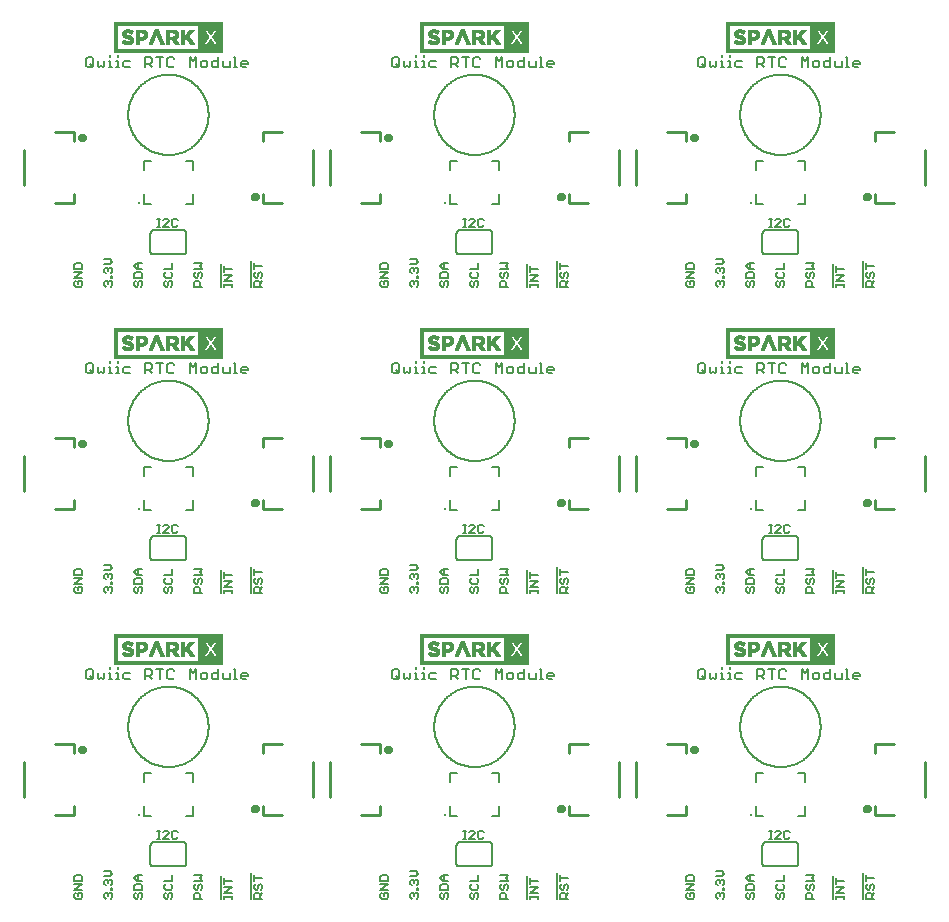
<source format=gto>
G75*
%MOIN*%
%OFA0B0*%
%FSLAX25Y25*%
%IPPOS*%
%LPD*%
%AMOC8*
5,1,8,0,0,1.08239X$1,22.5*
%
%ADD10C,0.00500*%
%ADD11C,0.00600*%
%ADD12C,0.01000*%
%ADD13C,0.01575*%
%ADD14C,0.00039*%
%ADD15C,0.01114*%
%ADD16C,0.00700*%
D10*
X0045148Y0037200D02*
X0045598Y0036750D01*
X0047400Y0036750D01*
X0047850Y0037200D01*
X0047850Y0038101D01*
X0047400Y0038552D01*
X0046499Y0038552D01*
X0046499Y0037651D01*
X0045598Y0038552D02*
X0045148Y0038101D01*
X0045148Y0037200D01*
X0045148Y0039697D02*
X0047850Y0041498D01*
X0045148Y0041498D01*
X0045148Y0042643D02*
X0045148Y0043994D01*
X0045598Y0044445D01*
X0047400Y0044445D01*
X0047850Y0043994D01*
X0047850Y0042643D01*
X0045148Y0042643D01*
X0045148Y0039697D02*
X0047850Y0039697D01*
X0055148Y0038101D02*
X0055598Y0038552D01*
X0056048Y0038552D01*
X0056499Y0038101D01*
X0056949Y0038552D01*
X0057400Y0038552D01*
X0057850Y0038101D01*
X0057850Y0037200D01*
X0057400Y0036750D01*
X0056499Y0037651D02*
X0056499Y0038101D01*
X0055148Y0038101D02*
X0055148Y0037200D01*
X0055598Y0036750D01*
X0057400Y0039697D02*
X0057400Y0040147D01*
X0057850Y0040147D01*
X0057850Y0039697D01*
X0057400Y0039697D01*
X0057400Y0041170D02*
X0057850Y0041620D01*
X0057850Y0042521D01*
X0057400Y0042971D01*
X0056949Y0042971D01*
X0056499Y0042521D01*
X0056499Y0042071D01*
X0056499Y0042521D02*
X0056048Y0042971D01*
X0055598Y0042971D01*
X0055148Y0042521D01*
X0055148Y0041620D01*
X0055598Y0041170D01*
X0055148Y0044116D02*
X0056949Y0044116D01*
X0057850Y0045017D01*
X0056949Y0045918D01*
X0055148Y0045918D01*
X0065148Y0043544D02*
X0066048Y0044445D01*
X0067850Y0044445D01*
X0066499Y0044445D02*
X0066499Y0042643D01*
X0066048Y0042643D02*
X0065148Y0043544D01*
X0066048Y0042643D02*
X0067850Y0042643D01*
X0067400Y0041498D02*
X0065598Y0041498D01*
X0065148Y0041048D01*
X0065148Y0039697D01*
X0067850Y0039697D01*
X0067850Y0041048D01*
X0067400Y0041498D01*
X0067400Y0038552D02*
X0067850Y0038101D01*
X0067850Y0037200D01*
X0067400Y0036750D01*
X0066499Y0037200D02*
X0066048Y0036750D01*
X0065598Y0036750D01*
X0065148Y0037200D01*
X0065148Y0038101D01*
X0065598Y0038552D01*
X0066499Y0038101D02*
X0066949Y0038552D01*
X0067400Y0038552D01*
X0066499Y0038101D02*
X0066499Y0037200D01*
X0075148Y0037200D02*
X0075598Y0036750D01*
X0076048Y0036750D01*
X0076499Y0037200D01*
X0076499Y0038101D01*
X0076949Y0038552D01*
X0077400Y0038552D01*
X0077850Y0038101D01*
X0077850Y0037200D01*
X0077400Y0036750D01*
X0075148Y0037200D02*
X0075148Y0038101D01*
X0075598Y0038552D01*
X0075598Y0039697D02*
X0077400Y0039697D01*
X0077850Y0040147D01*
X0077850Y0041048D01*
X0077400Y0041498D01*
X0077850Y0042643D02*
X0075148Y0042643D01*
X0075598Y0041498D02*
X0075148Y0041048D01*
X0075148Y0040147D01*
X0075598Y0039697D01*
X0077850Y0042643D02*
X0077850Y0044445D01*
X0085148Y0044445D02*
X0087850Y0044445D01*
X0086949Y0043544D01*
X0087850Y0042643D01*
X0085148Y0042643D01*
X0085598Y0041498D02*
X0085148Y0041048D01*
X0085148Y0040147D01*
X0085598Y0039697D01*
X0086048Y0039697D01*
X0086499Y0040147D01*
X0086499Y0041048D01*
X0086949Y0041498D01*
X0087400Y0041498D01*
X0087850Y0041048D01*
X0087850Y0040147D01*
X0087400Y0039697D01*
X0086499Y0038552D02*
X0086949Y0038101D01*
X0086949Y0036750D01*
X0087850Y0036750D02*
X0085148Y0036750D01*
X0085148Y0038101D01*
X0085598Y0038552D01*
X0086499Y0038552D01*
X0094150Y0036500D02*
X0094150Y0044357D01*
X0095148Y0043462D02*
X0095148Y0041661D01*
X0095148Y0042562D02*
X0097850Y0042562D01*
X0097850Y0040516D02*
X0095148Y0040516D01*
X0095148Y0038714D02*
X0097850Y0040516D01*
X0097850Y0038714D02*
X0095148Y0038714D01*
X0095148Y0037651D02*
X0095148Y0036750D01*
X0095148Y0037200D02*
X0097850Y0037200D01*
X0097850Y0036750D02*
X0097850Y0037651D01*
X0104150Y0036500D02*
X0104150Y0045340D01*
X0105148Y0044445D02*
X0105148Y0042643D01*
X0105148Y0043544D02*
X0107850Y0043544D01*
X0107400Y0041498D02*
X0107850Y0041048D01*
X0107850Y0040147D01*
X0107400Y0039697D01*
X0106499Y0040147D02*
X0106499Y0041048D01*
X0106949Y0041498D01*
X0107400Y0041498D01*
X0106499Y0040147D02*
X0106048Y0039697D01*
X0105598Y0039697D01*
X0105148Y0040147D01*
X0105148Y0041048D01*
X0105598Y0041498D01*
X0105598Y0038552D02*
X0106499Y0038552D01*
X0106949Y0038101D01*
X0106949Y0036750D01*
X0106949Y0037651D02*
X0107850Y0038552D01*
X0107850Y0036750D02*
X0105148Y0036750D01*
X0105148Y0038101D01*
X0105598Y0038552D01*
X0079534Y0057100D02*
X0079083Y0056650D01*
X0078183Y0056650D01*
X0077732Y0057100D01*
X0077732Y0058902D01*
X0078183Y0059352D01*
X0079083Y0059352D01*
X0079534Y0058902D01*
X0076587Y0058902D02*
X0076137Y0059352D01*
X0075236Y0059352D01*
X0074786Y0058902D01*
X0073722Y0059352D02*
X0072821Y0059352D01*
X0073272Y0059352D02*
X0073272Y0056650D01*
X0073722Y0056650D02*
X0072821Y0056650D01*
X0074786Y0056650D02*
X0076587Y0058452D01*
X0076587Y0058902D01*
X0076587Y0056650D02*
X0074786Y0056650D01*
X0063114Y0094000D02*
X0063118Y0094329D01*
X0063130Y0094657D01*
X0063150Y0094985D01*
X0063178Y0095312D01*
X0063215Y0095639D01*
X0063259Y0095964D01*
X0063311Y0096288D01*
X0063371Y0096611D01*
X0063439Y0096933D01*
X0063515Y0097253D01*
X0063599Y0097570D01*
X0063690Y0097886D01*
X0063790Y0098199D01*
X0063896Y0098510D01*
X0064011Y0098818D01*
X0064133Y0099123D01*
X0064262Y0099425D01*
X0064399Y0099723D01*
X0064543Y0100018D01*
X0064695Y0100310D01*
X0064853Y0100598D01*
X0065018Y0100882D01*
X0065191Y0101161D01*
X0065370Y0101437D01*
X0065556Y0101708D01*
X0065748Y0101974D01*
X0065947Y0102235D01*
X0066152Y0102492D01*
X0066364Y0102743D01*
X0066582Y0102989D01*
X0066805Y0103230D01*
X0067035Y0103465D01*
X0067270Y0103695D01*
X0067511Y0103918D01*
X0067757Y0104136D01*
X0068008Y0104348D01*
X0068265Y0104553D01*
X0068526Y0104752D01*
X0068792Y0104944D01*
X0069063Y0105130D01*
X0069339Y0105309D01*
X0069618Y0105482D01*
X0069902Y0105647D01*
X0070190Y0105805D01*
X0070482Y0105957D01*
X0070777Y0106101D01*
X0071075Y0106238D01*
X0071377Y0106367D01*
X0071682Y0106489D01*
X0071990Y0106604D01*
X0072301Y0106710D01*
X0072614Y0106810D01*
X0072930Y0106901D01*
X0073247Y0106985D01*
X0073567Y0107061D01*
X0073889Y0107129D01*
X0074212Y0107189D01*
X0074536Y0107241D01*
X0074861Y0107285D01*
X0075188Y0107322D01*
X0075515Y0107350D01*
X0075843Y0107370D01*
X0076171Y0107382D01*
X0076500Y0107386D01*
X0076829Y0107382D01*
X0077157Y0107370D01*
X0077485Y0107350D01*
X0077812Y0107322D01*
X0078139Y0107285D01*
X0078464Y0107241D01*
X0078788Y0107189D01*
X0079111Y0107129D01*
X0079433Y0107061D01*
X0079753Y0106985D01*
X0080070Y0106901D01*
X0080386Y0106810D01*
X0080699Y0106710D01*
X0081010Y0106604D01*
X0081318Y0106489D01*
X0081623Y0106367D01*
X0081925Y0106238D01*
X0082223Y0106101D01*
X0082518Y0105957D01*
X0082810Y0105805D01*
X0083098Y0105647D01*
X0083382Y0105482D01*
X0083661Y0105309D01*
X0083937Y0105130D01*
X0084208Y0104944D01*
X0084474Y0104752D01*
X0084735Y0104553D01*
X0084992Y0104348D01*
X0085243Y0104136D01*
X0085489Y0103918D01*
X0085730Y0103695D01*
X0085965Y0103465D01*
X0086195Y0103230D01*
X0086418Y0102989D01*
X0086636Y0102743D01*
X0086848Y0102492D01*
X0087053Y0102235D01*
X0087252Y0101974D01*
X0087444Y0101708D01*
X0087630Y0101437D01*
X0087809Y0101161D01*
X0087982Y0100882D01*
X0088147Y0100598D01*
X0088305Y0100310D01*
X0088457Y0100018D01*
X0088601Y0099723D01*
X0088738Y0099425D01*
X0088867Y0099123D01*
X0088989Y0098818D01*
X0089104Y0098510D01*
X0089210Y0098199D01*
X0089310Y0097886D01*
X0089401Y0097570D01*
X0089485Y0097253D01*
X0089561Y0096933D01*
X0089629Y0096611D01*
X0089689Y0096288D01*
X0089741Y0095964D01*
X0089785Y0095639D01*
X0089822Y0095312D01*
X0089850Y0094985D01*
X0089870Y0094657D01*
X0089882Y0094329D01*
X0089886Y0094000D01*
X0089882Y0093671D01*
X0089870Y0093343D01*
X0089850Y0093015D01*
X0089822Y0092688D01*
X0089785Y0092361D01*
X0089741Y0092036D01*
X0089689Y0091712D01*
X0089629Y0091389D01*
X0089561Y0091067D01*
X0089485Y0090747D01*
X0089401Y0090430D01*
X0089310Y0090114D01*
X0089210Y0089801D01*
X0089104Y0089490D01*
X0088989Y0089182D01*
X0088867Y0088877D01*
X0088738Y0088575D01*
X0088601Y0088277D01*
X0088457Y0087982D01*
X0088305Y0087690D01*
X0088147Y0087402D01*
X0087982Y0087118D01*
X0087809Y0086839D01*
X0087630Y0086563D01*
X0087444Y0086292D01*
X0087252Y0086026D01*
X0087053Y0085765D01*
X0086848Y0085508D01*
X0086636Y0085257D01*
X0086418Y0085011D01*
X0086195Y0084770D01*
X0085965Y0084535D01*
X0085730Y0084305D01*
X0085489Y0084082D01*
X0085243Y0083864D01*
X0084992Y0083652D01*
X0084735Y0083447D01*
X0084474Y0083248D01*
X0084208Y0083056D01*
X0083937Y0082870D01*
X0083661Y0082691D01*
X0083382Y0082518D01*
X0083098Y0082353D01*
X0082810Y0082195D01*
X0082518Y0082043D01*
X0082223Y0081899D01*
X0081925Y0081762D01*
X0081623Y0081633D01*
X0081318Y0081511D01*
X0081010Y0081396D01*
X0080699Y0081290D01*
X0080386Y0081190D01*
X0080070Y0081099D01*
X0079753Y0081015D01*
X0079433Y0080939D01*
X0079111Y0080871D01*
X0078788Y0080811D01*
X0078464Y0080759D01*
X0078139Y0080715D01*
X0077812Y0080678D01*
X0077485Y0080650D01*
X0077157Y0080630D01*
X0076829Y0080618D01*
X0076500Y0080614D01*
X0076171Y0080618D01*
X0075843Y0080630D01*
X0075515Y0080650D01*
X0075188Y0080678D01*
X0074861Y0080715D01*
X0074536Y0080759D01*
X0074212Y0080811D01*
X0073889Y0080871D01*
X0073567Y0080939D01*
X0073247Y0081015D01*
X0072930Y0081099D01*
X0072614Y0081190D01*
X0072301Y0081290D01*
X0071990Y0081396D01*
X0071682Y0081511D01*
X0071377Y0081633D01*
X0071075Y0081762D01*
X0070777Y0081899D01*
X0070482Y0082043D01*
X0070190Y0082195D01*
X0069902Y0082353D01*
X0069618Y0082518D01*
X0069339Y0082691D01*
X0069063Y0082870D01*
X0068792Y0083056D01*
X0068526Y0083248D01*
X0068265Y0083447D01*
X0068008Y0083652D01*
X0067757Y0083864D01*
X0067511Y0084082D01*
X0067270Y0084305D01*
X0067035Y0084535D01*
X0066805Y0084770D01*
X0066582Y0085011D01*
X0066364Y0085257D01*
X0066152Y0085508D01*
X0065947Y0085765D01*
X0065748Y0086026D01*
X0065556Y0086292D01*
X0065370Y0086563D01*
X0065191Y0086839D01*
X0065018Y0087118D01*
X0064853Y0087402D01*
X0064695Y0087690D01*
X0064543Y0087982D01*
X0064399Y0088277D01*
X0064262Y0088575D01*
X0064133Y0088877D01*
X0064011Y0089182D01*
X0063896Y0089490D01*
X0063790Y0089801D01*
X0063690Y0090114D01*
X0063599Y0090430D01*
X0063515Y0090747D01*
X0063439Y0091067D01*
X0063371Y0091389D01*
X0063311Y0091712D01*
X0063259Y0092036D01*
X0063215Y0092361D01*
X0063178Y0092688D01*
X0063150Y0093015D01*
X0063130Y0093343D01*
X0063118Y0093671D01*
X0063114Y0094000D01*
X0065598Y0138750D02*
X0065148Y0139200D01*
X0065148Y0140101D01*
X0065598Y0140552D01*
X0066499Y0140101D02*
X0066949Y0140552D01*
X0067400Y0140552D01*
X0067850Y0140101D01*
X0067850Y0139200D01*
X0067400Y0138750D01*
X0066499Y0139200D02*
X0066499Y0140101D01*
X0066499Y0139200D02*
X0066048Y0138750D01*
X0065598Y0138750D01*
X0065148Y0141697D02*
X0065148Y0143048D01*
X0065598Y0143498D01*
X0067400Y0143498D01*
X0067850Y0143048D01*
X0067850Y0141697D01*
X0065148Y0141697D01*
X0066048Y0144643D02*
X0065148Y0145544D01*
X0066048Y0146445D01*
X0067850Y0146445D01*
X0066499Y0146445D02*
X0066499Y0144643D01*
X0066048Y0144643D02*
X0067850Y0144643D01*
X0075148Y0144643D02*
X0077850Y0144643D01*
X0077850Y0146445D01*
X0077400Y0143498D02*
X0077850Y0143048D01*
X0077850Y0142147D01*
X0077400Y0141697D01*
X0075598Y0141697D01*
X0075148Y0142147D01*
X0075148Y0143048D01*
X0075598Y0143498D01*
X0075598Y0140552D02*
X0075148Y0140101D01*
X0075148Y0139200D01*
X0075598Y0138750D01*
X0076048Y0138750D01*
X0076499Y0139200D01*
X0076499Y0140101D01*
X0076949Y0140552D01*
X0077400Y0140552D01*
X0077850Y0140101D01*
X0077850Y0139200D01*
X0077400Y0138750D01*
X0085148Y0138750D02*
X0085148Y0140101D01*
X0085598Y0140552D01*
X0086499Y0140552D01*
X0086949Y0140101D01*
X0086949Y0138750D01*
X0087850Y0138750D02*
X0085148Y0138750D01*
X0085598Y0141697D02*
X0086048Y0141697D01*
X0086499Y0142147D01*
X0086499Y0143048D01*
X0086949Y0143498D01*
X0087400Y0143498D01*
X0087850Y0143048D01*
X0087850Y0142147D01*
X0087400Y0141697D01*
X0085598Y0141697D02*
X0085148Y0142147D01*
X0085148Y0143048D01*
X0085598Y0143498D01*
X0085148Y0144643D02*
X0087850Y0144643D01*
X0086949Y0145544D01*
X0087850Y0146445D01*
X0085148Y0146445D01*
X0094150Y0146357D02*
X0094150Y0138500D01*
X0095148Y0138750D02*
X0095148Y0139651D01*
X0095148Y0139200D02*
X0097850Y0139200D01*
X0097850Y0138750D02*
X0097850Y0139651D01*
X0097850Y0140714D02*
X0095148Y0140714D01*
X0097850Y0142516D01*
X0095148Y0142516D01*
X0095148Y0143661D02*
X0095148Y0145462D01*
X0095148Y0144562D02*
X0097850Y0144562D01*
X0104150Y0147340D02*
X0104150Y0138500D01*
X0105148Y0138750D02*
X0105148Y0140101D01*
X0105598Y0140552D01*
X0106499Y0140552D01*
X0106949Y0140101D01*
X0106949Y0138750D01*
X0106949Y0139651D02*
X0107850Y0140552D01*
X0107400Y0141697D02*
X0107850Y0142147D01*
X0107850Y0143048D01*
X0107400Y0143498D01*
X0106949Y0143498D01*
X0106499Y0143048D01*
X0106499Y0142147D01*
X0106048Y0141697D01*
X0105598Y0141697D01*
X0105148Y0142147D01*
X0105148Y0143048D01*
X0105598Y0143498D01*
X0105148Y0144643D02*
X0105148Y0146445D01*
X0105148Y0145544D02*
X0107850Y0145544D01*
X0107850Y0138750D02*
X0105148Y0138750D01*
X0079534Y0159100D02*
X0079083Y0158650D01*
X0078183Y0158650D01*
X0077732Y0159100D01*
X0077732Y0160902D01*
X0078183Y0161352D01*
X0079083Y0161352D01*
X0079534Y0160902D01*
X0076587Y0160902D02*
X0076137Y0161352D01*
X0075236Y0161352D01*
X0074786Y0160902D01*
X0073722Y0161352D02*
X0072821Y0161352D01*
X0073272Y0161352D02*
X0073272Y0158650D01*
X0073722Y0158650D02*
X0072821Y0158650D01*
X0074786Y0158650D02*
X0076587Y0160452D01*
X0076587Y0160902D01*
X0076587Y0158650D02*
X0074786Y0158650D01*
X0057850Y0147017D02*
X0056949Y0147918D01*
X0055148Y0147918D01*
X0055148Y0146116D02*
X0056949Y0146116D01*
X0057850Y0147017D01*
X0057400Y0144971D02*
X0057850Y0144521D01*
X0057850Y0143620D01*
X0057400Y0143170D01*
X0057400Y0142147D02*
X0057850Y0142147D01*
X0057850Y0141697D01*
X0057400Y0141697D01*
X0057400Y0142147D01*
X0057400Y0140552D02*
X0056949Y0140552D01*
X0056499Y0140101D01*
X0056499Y0139651D01*
X0056499Y0140101D02*
X0056048Y0140552D01*
X0055598Y0140552D01*
X0055148Y0140101D01*
X0055148Y0139200D01*
X0055598Y0138750D01*
X0057400Y0138750D02*
X0057850Y0139200D01*
X0057850Y0140101D01*
X0057400Y0140552D01*
X0055598Y0143170D02*
X0055148Y0143620D01*
X0055148Y0144521D01*
X0055598Y0144971D01*
X0056048Y0144971D01*
X0056499Y0144521D01*
X0056949Y0144971D01*
X0057400Y0144971D01*
X0056499Y0144521D02*
X0056499Y0144071D01*
X0047850Y0144643D02*
X0047850Y0145994D01*
X0047400Y0146445D01*
X0045598Y0146445D01*
X0045148Y0145994D01*
X0045148Y0144643D01*
X0047850Y0144643D01*
X0047850Y0143498D02*
X0045148Y0143498D01*
X0045148Y0141697D02*
X0047850Y0143498D01*
X0047850Y0141697D02*
X0045148Y0141697D01*
X0045598Y0140552D02*
X0045148Y0140101D01*
X0045148Y0139200D01*
X0045598Y0138750D01*
X0047400Y0138750D01*
X0047850Y0139200D01*
X0047850Y0140101D01*
X0047400Y0140552D01*
X0046499Y0140552D01*
X0046499Y0139651D01*
X0063114Y0196000D02*
X0063118Y0196329D01*
X0063130Y0196657D01*
X0063150Y0196985D01*
X0063178Y0197312D01*
X0063215Y0197639D01*
X0063259Y0197964D01*
X0063311Y0198288D01*
X0063371Y0198611D01*
X0063439Y0198933D01*
X0063515Y0199253D01*
X0063599Y0199570D01*
X0063690Y0199886D01*
X0063790Y0200199D01*
X0063896Y0200510D01*
X0064011Y0200818D01*
X0064133Y0201123D01*
X0064262Y0201425D01*
X0064399Y0201723D01*
X0064543Y0202018D01*
X0064695Y0202310D01*
X0064853Y0202598D01*
X0065018Y0202882D01*
X0065191Y0203161D01*
X0065370Y0203437D01*
X0065556Y0203708D01*
X0065748Y0203974D01*
X0065947Y0204235D01*
X0066152Y0204492D01*
X0066364Y0204743D01*
X0066582Y0204989D01*
X0066805Y0205230D01*
X0067035Y0205465D01*
X0067270Y0205695D01*
X0067511Y0205918D01*
X0067757Y0206136D01*
X0068008Y0206348D01*
X0068265Y0206553D01*
X0068526Y0206752D01*
X0068792Y0206944D01*
X0069063Y0207130D01*
X0069339Y0207309D01*
X0069618Y0207482D01*
X0069902Y0207647D01*
X0070190Y0207805D01*
X0070482Y0207957D01*
X0070777Y0208101D01*
X0071075Y0208238D01*
X0071377Y0208367D01*
X0071682Y0208489D01*
X0071990Y0208604D01*
X0072301Y0208710D01*
X0072614Y0208810D01*
X0072930Y0208901D01*
X0073247Y0208985D01*
X0073567Y0209061D01*
X0073889Y0209129D01*
X0074212Y0209189D01*
X0074536Y0209241D01*
X0074861Y0209285D01*
X0075188Y0209322D01*
X0075515Y0209350D01*
X0075843Y0209370D01*
X0076171Y0209382D01*
X0076500Y0209386D01*
X0076829Y0209382D01*
X0077157Y0209370D01*
X0077485Y0209350D01*
X0077812Y0209322D01*
X0078139Y0209285D01*
X0078464Y0209241D01*
X0078788Y0209189D01*
X0079111Y0209129D01*
X0079433Y0209061D01*
X0079753Y0208985D01*
X0080070Y0208901D01*
X0080386Y0208810D01*
X0080699Y0208710D01*
X0081010Y0208604D01*
X0081318Y0208489D01*
X0081623Y0208367D01*
X0081925Y0208238D01*
X0082223Y0208101D01*
X0082518Y0207957D01*
X0082810Y0207805D01*
X0083098Y0207647D01*
X0083382Y0207482D01*
X0083661Y0207309D01*
X0083937Y0207130D01*
X0084208Y0206944D01*
X0084474Y0206752D01*
X0084735Y0206553D01*
X0084992Y0206348D01*
X0085243Y0206136D01*
X0085489Y0205918D01*
X0085730Y0205695D01*
X0085965Y0205465D01*
X0086195Y0205230D01*
X0086418Y0204989D01*
X0086636Y0204743D01*
X0086848Y0204492D01*
X0087053Y0204235D01*
X0087252Y0203974D01*
X0087444Y0203708D01*
X0087630Y0203437D01*
X0087809Y0203161D01*
X0087982Y0202882D01*
X0088147Y0202598D01*
X0088305Y0202310D01*
X0088457Y0202018D01*
X0088601Y0201723D01*
X0088738Y0201425D01*
X0088867Y0201123D01*
X0088989Y0200818D01*
X0089104Y0200510D01*
X0089210Y0200199D01*
X0089310Y0199886D01*
X0089401Y0199570D01*
X0089485Y0199253D01*
X0089561Y0198933D01*
X0089629Y0198611D01*
X0089689Y0198288D01*
X0089741Y0197964D01*
X0089785Y0197639D01*
X0089822Y0197312D01*
X0089850Y0196985D01*
X0089870Y0196657D01*
X0089882Y0196329D01*
X0089886Y0196000D01*
X0089882Y0195671D01*
X0089870Y0195343D01*
X0089850Y0195015D01*
X0089822Y0194688D01*
X0089785Y0194361D01*
X0089741Y0194036D01*
X0089689Y0193712D01*
X0089629Y0193389D01*
X0089561Y0193067D01*
X0089485Y0192747D01*
X0089401Y0192430D01*
X0089310Y0192114D01*
X0089210Y0191801D01*
X0089104Y0191490D01*
X0088989Y0191182D01*
X0088867Y0190877D01*
X0088738Y0190575D01*
X0088601Y0190277D01*
X0088457Y0189982D01*
X0088305Y0189690D01*
X0088147Y0189402D01*
X0087982Y0189118D01*
X0087809Y0188839D01*
X0087630Y0188563D01*
X0087444Y0188292D01*
X0087252Y0188026D01*
X0087053Y0187765D01*
X0086848Y0187508D01*
X0086636Y0187257D01*
X0086418Y0187011D01*
X0086195Y0186770D01*
X0085965Y0186535D01*
X0085730Y0186305D01*
X0085489Y0186082D01*
X0085243Y0185864D01*
X0084992Y0185652D01*
X0084735Y0185447D01*
X0084474Y0185248D01*
X0084208Y0185056D01*
X0083937Y0184870D01*
X0083661Y0184691D01*
X0083382Y0184518D01*
X0083098Y0184353D01*
X0082810Y0184195D01*
X0082518Y0184043D01*
X0082223Y0183899D01*
X0081925Y0183762D01*
X0081623Y0183633D01*
X0081318Y0183511D01*
X0081010Y0183396D01*
X0080699Y0183290D01*
X0080386Y0183190D01*
X0080070Y0183099D01*
X0079753Y0183015D01*
X0079433Y0182939D01*
X0079111Y0182871D01*
X0078788Y0182811D01*
X0078464Y0182759D01*
X0078139Y0182715D01*
X0077812Y0182678D01*
X0077485Y0182650D01*
X0077157Y0182630D01*
X0076829Y0182618D01*
X0076500Y0182614D01*
X0076171Y0182618D01*
X0075843Y0182630D01*
X0075515Y0182650D01*
X0075188Y0182678D01*
X0074861Y0182715D01*
X0074536Y0182759D01*
X0074212Y0182811D01*
X0073889Y0182871D01*
X0073567Y0182939D01*
X0073247Y0183015D01*
X0072930Y0183099D01*
X0072614Y0183190D01*
X0072301Y0183290D01*
X0071990Y0183396D01*
X0071682Y0183511D01*
X0071377Y0183633D01*
X0071075Y0183762D01*
X0070777Y0183899D01*
X0070482Y0184043D01*
X0070190Y0184195D01*
X0069902Y0184353D01*
X0069618Y0184518D01*
X0069339Y0184691D01*
X0069063Y0184870D01*
X0068792Y0185056D01*
X0068526Y0185248D01*
X0068265Y0185447D01*
X0068008Y0185652D01*
X0067757Y0185864D01*
X0067511Y0186082D01*
X0067270Y0186305D01*
X0067035Y0186535D01*
X0066805Y0186770D01*
X0066582Y0187011D01*
X0066364Y0187257D01*
X0066152Y0187508D01*
X0065947Y0187765D01*
X0065748Y0188026D01*
X0065556Y0188292D01*
X0065370Y0188563D01*
X0065191Y0188839D01*
X0065018Y0189118D01*
X0064853Y0189402D01*
X0064695Y0189690D01*
X0064543Y0189982D01*
X0064399Y0190277D01*
X0064262Y0190575D01*
X0064133Y0190877D01*
X0064011Y0191182D01*
X0063896Y0191490D01*
X0063790Y0191801D01*
X0063690Y0192114D01*
X0063599Y0192430D01*
X0063515Y0192747D01*
X0063439Y0193067D01*
X0063371Y0193389D01*
X0063311Y0193712D01*
X0063259Y0194036D01*
X0063215Y0194361D01*
X0063178Y0194688D01*
X0063150Y0195015D01*
X0063130Y0195343D01*
X0063118Y0195671D01*
X0063114Y0196000D01*
X0065598Y0240750D02*
X0065148Y0241200D01*
X0065148Y0242101D01*
X0065598Y0242552D01*
X0066499Y0242101D02*
X0066949Y0242552D01*
X0067400Y0242552D01*
X0067850Y0242101D01*
X0067850Y0241200D01*
X0067400Y0240750D01*
X0066499Y0241200D02*
X0066499Y0242101D01*
X0066499Y0241200D02*
X0066048Y0240750D01*
X0065598Y0240750D01*
X0065148Y0243697D02*
X0065148Y0245048D01*
X0065598Y0245498D01*
X0067400Y0245498D01*
X0067850Y0245048D01*
X0067850Y0243697D01*
X0065148Y0243697D01*
X0066048Y0246643D02*
X0065148Y0247544D01*
X0066048Y0248445D01*
X0067850Y0248445D01*
X0066499Y0248445D02*
X0066499Y0246643D01*
X0066048Y0246643D02*
X0067850Y0246643D01*
X0075148Y0246643D02*
X0077850Y0246643D01*
X0077850Y0248445D01*
X0077400Y0245498D02*
X0077850Y0245048D01*
X0077850Y0244147D01*
X0077400Y0243697D01*
X0075598Y0243697D01*
X0075148Y0244147D01*
X0075148Y0245048D01*
X0075598Y0245498D01*
X0075598Y0242552D02*
X0075148Y0242101D01*
X0075148Y0241200D01*
X0075598Y0240750D01*
X0076048Y0240750D01*
X0076499Y0241200D01*
X0076499Y0242101D01*
X0076949Y0242552D01*
X0077400Y0242552D01*
X0077850Y0242101D01*
X0077850Y0241200D01*
X0077400Y0240750D01*
X0085148Y0240750D02*
X0085148Y0242101D01*
X0085598Y0242552D01*
X0086499Y0242552D01*
X0086949Y0242101D01*
X0086949Y0240750D01*
X0087850Y0240750D02*
X0085148Y0240750D01*
X0085598Y0243697D02*
X0086048Y0243697D01*
X0086499Y0244147D01*
X0086499Y0245048D01*
X0086949Y0245498D01*
X0087400Y0245498D01*
X0087850Y0245048D01*
X0087850Y0244147D01*
X0087400Y0243697D01*
X0085598Y0243697D02*
X0085148Y0244147D01*
X0085148Y0245048D01*
X0085598Y0245498D01*
X0085148Y0246643D02*
X0087850Y0246643D01*
X0086949Y0247544D01*
X0087850Y0248445D01*
X0085148Y0248445D01*
X0094150Y0248357D02*
X0094150Y0240500D01*
X0095148Y0240750D02*
X0095148Y0241651D01*
X0095148Y0241200D02*
X0097850Y0241200D01*
X0097850Y0240750D02*
X0097850Y0241651D01*
X0097850Y0242714D02*
X0095148Y0242714D01*
X0097850Y0244516D01*
X0095148Y0244516D01*
X0095148Y0245661D02*
X0095148Y0247462D01*
X0095148Y0246562D02*
X0097850Y0246562D01*
X0104150Y0249340D02*
X0104150Y0240500D01*
X0105148Y0240750D02*
X0105148Y0242101D01*
X0105598Y0242552D01*
X0106499Y0242552D01*
X0106949Y0242101D01*
X0106949Y0240750D01*
X0106949Y0241651D02*
X0107850Y0242552D01*
X0107400Y0243697D02*
X0107850Y0244147D01*
X0107850Y0245048D01*
X0107400Y0245498D01*
X0106949Y0245498D01*
X0106499Y0245048D01*
X0106499Y0244147D01*
X0106048Y0243697D01*
X0105598Y0243697D01*
X0105148Y0244147D01*
X0105148Y0245048D01*
X0105598Y0245498D01*
X0105148Y0246643D02*
X0105148Y0248445D01*
X0105148Y0247544D02*
X0107850Y0247544D01*
X0107850Y0240750D02*
X0105148Y0240750D01*
X0079534Y0261100D02*
X0079083Y0260650D01*
X0078183Y0260650D01*
X0077732Y0261100D01*
X0077732Y0262902D01*
X0078183Y0263352D01*
X0079083Y0263352D01*
X0079534Y0262902D01*
X0076587Y0262902D02*
X0076137Y0263352D01*
X0075236Y0263352D01*
X0074786Y0262902D01*
X0073722Y0263352D02*
X0072821Y0263352D01*
X0073272Y0263352D02*
X0073272Y0260650D01*
X0073722Y0260650D02*
X0072821Y0260650D01*
X0074786Y0260650D02*
X0076587Y0262452D01*
X0076587Y0262902D01*
X0076587Y0260650D02*
X0074786Y0260650D01*
X0057850Y0249017D02*
X0056949Y0249918D01*
X0055148Y0249918D01*
X0055148Y0248116D02*
X0056949Y0248116D01*
X0057850Y0249017D01*
X0057400Y0246971D02*
X0056949Y0246971D01*
X0056499Y0246521D01*
X0056499Y0246071D01*
X0056499Y0246521D02*
X0056048Y0246971D01*
X0055598Y0246971D01*
X0055148Y0246521D01*
X0055148Y0245620D01*
X0055598Y0245170D01*
X0057400Y0245170D02*
X0057850Y0245620D01*
X0057850Y0246521D01*
X0057400Y0246971D01*
X0057400Y0244147D02*
X0057850Y0244147D01*
X0057850Y0243697D01*
X0057400Y0243697D01*
X0057400Y0244147D01*
X0057400Y0242552D02*
X0057850Y0242101D01*
X0057850Y0241200D01*
X0057400Y0240750D01*
X0056499Y0241651D02*
X0056499Y0242101D01*
X0056949Y0242552D01*
X0057400Y0242552D01*
X0056499Y0242101D02*
X0056048Y0242552D01*
X0055598Y0242552D01*
X0055148Y0242101D01*
X0055148Y0241200D01*
X0055598Y0240750D01*
X0047850Y0241200D02*
X0047850Y0242101D01*
X0047400Y0242552D01*
X0046499Y0242552D01*
X0046499Y0241651D01*
X0045598Y0242552D02*
X0045148Y0242101D01*
X0045148Y0241200D01*
X0045598Y0240750D01*
X0047400Y0240750D01*
X0047850Y0241200D01*
X0047850Y0243697D02*
X0045148Y0243697D01*
X0047850Y0245498D01*
X0045148Y0245498D01*
X0045148Y0246643D02*
X0045148Y0247994D01*
X0045598Y0248445D01*
X0047400Y0248445D01*
X0047850Y0247994D01*
X0047850Y0246643D01*
X0045148Y0246643D01*
X0063114Y0298000D02*
X0063118Y0298329D01*
X0063130Y0298657D01*
X0063150Y0298985D01*
X0063178Y0299312D01*
X0063215Y0299639D01*
X0063259Y0299964D01*
X0063311Y0300288D01*
X0063371Y0300611D01*
X0063439Y0300933D01*
X0063515Y0301253D01*
X0063599Y0301570D01*
X0063690Y0301886D01*
X0063790Y0302199D01*
X0063896Y0302510D01*
X0064011Y0302818D01*
X0064133Y0303123D01*
X0064262Y0303425D01*
X0064399Y0303723D01*
X0064543Y0304018D01*
X0064695Y0304310D01*
X0064853Y0304598D01*
X0065018Y0304882D01*
X0065191Y0305161D01*
X0065370Y0305437D01*
X0065556Y0305708D01*
X0065748Y0305974D01*
X0065947Y0306235D01*
X0066152Y0306492D01*
X0066364Y0306743D01*
X0066582Y0306989D01*
X0066805Y0307230D01*
X0067035Y0307465D01*
X0067270Y0307695D01*
X0067511Y0307918D01*
X0067757Y0308136D01*
X0068008Y0308348D01*
X0068265Y0308553D01*
X0068526Y0308752D01*
X0068792Y0308944D01*
X0069063Y0309130D01*
X0069339Y0309309D01*
X0069618Y0309482D01*
X0069902Y0309647D01*
X0070190Y0309805D01*
X0070482Y0309957D01*
X0070777Y0310101D01*
X0071075Y0310238D01*
X0071377Y0310367D01*
X0071682Y0310489D01*
X0071990Y0310604D01*
X0072301Y0310710D01*
X0072614Y0310810D01*
X0072930Y0310901D01*
X0073247Y0310985D01*
X0073567Y0311061D01*
X0073889Y0311129D01*
X0074212Y0311189D01*
X0074536Y0311241D01*
X0074861Y0311285D01*
X0075188Y0311322D01*
X0075515Y0311350D01*
X0075843Y0311370D01*
X0076171Y0311382D01*
X0076500Y0311386D01*
X0076829Y0311382D01*
X0077157Y0311370D01*
X0077485Y0311350D01*
X0077812Y0311322D01*
X0078139Y0311285D01*
X0078464Y0311241D01*
X0078788Y0311189D01*
X0079111Y0311129D01*
X0079433Y0311061D01*
X0079753Y0310985D01*
X0080070Y0310901D01*
X0080386Y0310810D01*
X0080699Y0310710D01*
X0081010Y0310604D01*
X0081318Y0310489D01*
X0081623Y0310367D01*
X0081925Y0310238D01*
X0082223Y0310101D01*
X0082518Y0309957D01*
X0082810Y0309805D01*
X0083098Y0309647D01*
X0083382Y0309482D01*
X0083661Y0309309D01*
X0083937Y0309130D01*
X0084208Y0308944D01*
X0084474Y0308752D01*
X0084735Y0308553D01*
X0084992Y0308348D01*
X0085243Y0308136D01*
X0085489Y0307918D01*
X0085730Y0307695D01*
X0085965Y0307465D01*
X0086195Y0307230D01*
X0086418Y0306989D01*
X0086636Y0306743D01*
X0086848Y0306492D01*
X0087053Y0306235D01*
X0087252Y0305974D01*
X0087444Y0305708D01*
X0087630Y0305437D01*
X0087809Y0305161D01*
X0087982Y0304882D01*
X0088147Y0304598D01*
X0088305Y0304310D01*
X0088457Y0304018D01*
X0088601Y0303723D01*
X0088738Y0303425D01*
X0088867Y0303123D01*
X0088989Y0302818D01*
X0089104Y0302510D01*
X0089210Y0302199D01*
X0089310Y0301886D01*
X0089401Y0301570D01*
X0089485Y0301253D01*
X0089561Y0300933D01*
X0089629Y0300611D01*
X0089689Y0300288D01*
X0089741Y0299964D01*
X0089785Y0299639D01*
X0089822Y0299312D01*
X0089850Y0298985D01*
X0089870Y0298657D01*
X0089882Y0298329D01*
X0089886Y0298000D01*
X0089882Y0297671D01*
X0089870Y0297343D01*
X0089850Y0297015D01*
X0089822Y0296688D01*
X0089785Y0296361D01*
X0089741Y0296036D01*
X0089689Y0295712D01*
X0089629Y0295389D01*
X0089561Y0295067D01*
X0089485Y0294747D01*
X0089401Y0294430D01*
X0089310Y0294114D01*
X0089210Y0293801D01*
X0089104Y0293490D01*
X0088989Y0293182D01*
X0088867Y0292877D01*
X0088738Y0292575D01*
X0088601Y0292277D01*
X0088457Y0291982D01*
X0088305Y0291690D01*
X0088147Y0291402D01*
X0087982Y0291118D01*
X0087809Y0290839D01*
X0087630Y0290563D01*
X0087444Y0290292D01*
X0087252Y0290026D01*
X0087053Y0289765D01*
X0086848Y0289508D01*
X0086636Y0289257D01*
X0086418Y0289011D01*
X0086195Y0288770D01*
X0085965Y0288535D01*
X0085730Y0288305D01*
X0085489Y0288082D01*
X0085243Y0287864D01*
X0084992Y0287652D01*
X0084735Y0287447D01*
X0084474Y0287248D01*
X0084208Y0287056D01*
X0083937Y0286870D01*
X0083661Y0286691D01*
X0083382Y0286518D01*
X0083098Y0286353D01*
X0082810Y0286195D01*
X0082518Y0286043D01*
X0082223Y0285899D01*
X0081925Y0285762D01*
X0081623Y0285633D01*
X0081318Y0285511D01*
X0081010Y0285396D01*
X0080699Y0285290D01*
X0080386Y0285190D01*
X0080070Y0285099D01*
X0079753Y0285015D01*
X0079433Y0284939D01*
X0079111Y0284871D01*
X0078788Y0284811D01*
X0078464Y0284759D01*
X0078139Y0284715D01*
X0077812Y0284678D01*
X0077485Y0284650D01*
X0077157Y0284630D01*
X0076829Y0284618D01*
X0076500Y0284614D01*
X0076171Y0284618D01*
X0075843Y0284630D01*
X0075515Y0284650D01*
X0075188Y0284678D01*
X0074861Y0284715D01*
X0074536Y0284759D01*
X0074212Y0284811D01*
X0073889Y0284871D01*
X0073567Y0284939D01*
X0073247Y0285015D01*
X0072930Y0285099D01*
X0072614Y0285190D01*
X0072301Y0285290D01*
X0071990Y0285396D01*
X0071682Y0285511D01*
X0071377Y0285633D01*
X0071075Y0285762D01*
X0070777Y0285899D01*
X0070482Y0286043D01*
X0070190Y0286195D01*
X0069902Y0286353D01*
X0069618Y0286518D01*
X0069339Y0286691D01*
X0069063Y0286870D01*
X0068792Y0287056D01*
X0068526Y0287248D01*
X0068265Y0287447D01*
X0068008Y0287652D01*
X0067757Y0287864D01*
X0067511Y0288082D01*
X0067270Y0288305D01*
X0067035Y0288535D01*
X0066805Y0288770D01*
X0066582Y0289011D01*
X0066364Y0289257D01*
X0066152Y0289508D01*
X0065947Y0289765D01*
X0065748Y0290026D01*
X0065556Y0290292D01*
X0065370Y0290563D01*
X0065191Y0290839D01*
X0065018Y0291118D01*
X0064853Y0291402D01*
X0064695Y0291690D01*
X0064543Y0291982D01*
X0064399Y0292277D01*
X0064262Y0292575D01*
X0064133Y0292877D01*
X0064011Y0293182D01*
X0063896Y0293490D01*
X0063790Y0293801D01*
X0063690Y0294114D01*
X0063599Y0294430D01*
X0063515Y0294747D01*
X0063439Y0295067D01*
X0063371Y0295389D01*
X0063311Y0295712D01*
X0063259Y0296036D01*
X0063215Y0296361D01*
X0063178Y0296688D01*
X0063150Y0297015D01*
X0063130Y0297343D01*
X0063118Y0297671D01*
X0063114Y0298000D01*
X0147148Y0247994D02*
X0147148Y0246643D01*
X0149850Y0246643D01*
X0149850Y0247994D01*
X0149400Y0248445D01*
X0147598Y0248445D01*
X0147148Y0247994D01*
X0147148Y0245498D02*
X0149850Y0245498D01*
X0147148Y0243697D01*
X0149850Y0243697D01*
X0149400Y0242552D02*
X0148499Y0242552D01*
X0148499Y0241651D01*
X0149400Y0242552D02*
X0149850Y0242101D01*
X0149850Y0241200D01*
X0149400Y0240750D01*
X0147598Y0240750D01*
X0147148Y0241200D01*
X0147148Y0242101D01*
X0147598Y0242552D01*
X0157148Y0242101D02*
X0157148Y0241200D01*
X0157598Y0240750D01*
X0158499Y0241651D02*
X0158499Y0242101D01*
X0158949Y0242552D01*
X0159400Y0242552D01*
X0159850Y0242101D01*
X0159850Y0241200D01*
X0159400Y0240750D01*
X0158499Y0242101D02*
X0158048Y0242552D01*
X0157598Y0242552D01*
X0157148Y0242101D01*
X0159400Y0243697D02*
X0159400Y0244147D01*
X0159850Y0244147D01*
X0159850Y0243697D01*
X0159400Y0243697D01*
X0159400Y0245170D02*
X0159850Y0245620D01*
X0159850Y0246521D01*
X0159400Y0246971D01*
X0158949Y0246971D01*
X0158499Y0246521D01*
X0158499Y0246071D01*
X0158499Y0246521D02*
X0158048Y0246971D01*
X0157598Y0246971D01*
X0157148Y0246521D01*
X0157148Y0245620D01*
X0157598Y0245170D01*
X0157148Y0248116D02*
X0158949Y0248116D01*
X0159850Y0249017D01*
X0158949Y0249918D01*
X0157148Y0249918D01*
X0167148Y0247544D02*
X0168048Y0248445D01*
X0169850Y0248445D01*
X0168499Y0248445D02*
X0168499Y0246643D01*
X0168048Y0246643D02*
X0167148Y0247544D01*
X0168048Y0246643D02*
X0169850Y0246643D01*
X0169400Y0245498D02*
X0167598Y0245498D01*
X0167148Y0245048D01*
X0167148Y0243697D01*
X0169850Y0243697D01*
X0169850Y0245048D01*
X0169400Y0245498D01*
X0169400Y0242552D02*
X0169850Y0242101D01*
X0169850Y0241200D01*
X0169400Y0240750D01*
X0168499Y0241200D02*
X0168499Y0242101D01*
X0168949Y0242552D01*
X0169400Y0242552D01*
X0168499Y0241200D02*
X0168048Y0240750D01*
X0167598Y0240750D01*
X0167148Y0241200D01*
X0167148Y0242101D01*
X0167598Y0242552D01*
X0177148Y0242101D02*
X0177148Y0241200D01*
X0177598Y0240750D01*
X0178048Y0240750D01*
X0178499Y0241200D01*
X0178499Y0242101D01*
X0178949Y0242552D01*
X0179400Y0242552D01*
X0179850Y0242101D01*
X0179850Y0241200D01*
X0179400Y0240750D01*
X0177598Y0242552D02*
X0177148Y0242101D01*
X0177598Y0243697D02*
X0179400Y0243697D01*
X0179850Y0244147D01*
X0179850Y0245048D01*
X0179400Y0245498D01*
X0179850Y0246643D02*
X0177148Y0246643D01*
X0177598Y0245498D02*
X0177148Y0245048D01*
X0177148Y0244147D01*
X0177598Y0243697D01*
X0179850Y0246643D02*
X0179850Y0248445D01*
X0187148Y0248445D02*
X0189850Y0248445D01*
X0188949Y0247544D01*
X0189850Y0246643D01*
X0187148Y0246643D01*
X0187598Y0245498D02*
X0187148Y0245048D01*
X0187148Y0244147D01*
X0187598Y0243697D01*
X0188048Y0243697D01*
X0188499Y0244147D01*
X0188499Y0245048D01*
X0188949Y0245498D01*
X0189400Y0245498D01*
X0189850Y0245048D01*
X0189850Y0244147D01*
X0189400Y0243697D01*
X0188499Y0242552D02*
X0188949Y0242101D01*
X0188949Y0240750D01*
X0189850Y0240750D02*
X0187148Y0240750D01*
X0187148Y0242101D01*
X0187598Y0242552D01*
X0188499Y0242552D01*
X0196150Y0240500D02*
X0196150Y0248357D01*
X0197148Y0247462D02*
X0197148Y0245661D01*
X0197148Y0246562D02*
X0199850Y0246562D01*
X0199850Y0244516D02*
X0197148Y0244516D01*
X0197148Y0242714D02*
X0199850Y0244516D01*
X0199850Y0242714D02*
X0197148Y0242714D01*
X0197148Y0241651D02*
X0197148Y0240750D01*
X0197148Y0241200D02*
X0199850Y0241200D01*
X0199850Y0240750D02*
X0199850Y0241651D01*
X0206150Y0240500D02*
X0206150Y0249340D01*
X0207148Y0248445D02*
X0207148Y0246643D01*
X0207148Y0247544D02*
X0209850Y0247544D01*
X0209400Y0245498D02*
X0209850Y0245048D01*
X0209850Y0244147D01*
X0209400Y0243697D01*
X0208499Y0244147D02*
X0208499Y0245048D01*
X0208949Y0245498D01*
X0209400Y0245498D01*
X0208499Y0244147D02*
X0208048Y0243697D01*
X0207598Y0243697D01*
X0207148Y0244147D01*
X0207148Y0245048D01*
X0207598Y0245498D01*
X0207598Y0242552D02*
X0208499Y0242552D01*
X0208949Y0242101D01*
X0208949Y0240750D01*
X0208949Y0241651D02*
X0209850Y0242552D01*
X0209850Y0240750D02*
X0207148Y0240750D01*
X0207148Y0242101D01*
X0207598Y0242552D01*
X0181534Y0261100D02*
X0181083Y0260650D01*
X0180183Y0260650D01*
X0179732Y0261100D01*
X0179732Y0262902D01*
X0180183Y0263352D01*
X0181083Y0263352D01*
X0181534Y0262902D01*
X0178587Y0262902D02*
X0178137Y0263352D01*
X0177236Y0263352D01*
X0176786Y0262902D01*
X0175722Y0263352D02*
X0174821Y0263352D01*
X0175272Y0263352D02*
X0175272Y0260650D01*
X0175722Y0260650D02*
X0174821Y0260650D01*
X0176786Y0260650D02*
X0178587Y0262452D01*
X0178587Y0262902D01*
X0178587Y0260650D02*
X0176786Y0260650D01*
X0165114Y0298000D02*
X0165118Y0298329D01*
X0165130Y0298657D01*
X0165150Y0298985D01*
X0165178Y0299312D01*
X0165215Y0299639D01*
X0165259Y0299964D01*
X0165311Y0300288D01*
X0165371Y0300611D01*
X0165439Y0300933D01*
X0165515Y0301253D01*
X0165599Y0301570D01*
X0165690Y0301886D01*
X0165790Y0302199D01*
X0165896Y0302510D01*
X0166011Y0302818D01*
X0166133Y0303123D01*
X0166262Y0303425D01*
X0166399Y0303723D01*
X0166543Y0304018D01*
X0166695Y0304310D01*
X0166853Y0304598D01*
X0167018Y0304882D01*
X0167191Y0305161D01*
X0167370Y0305437D01*
X0167556Y0305708D01*
X0167748Y0305974D01*
X0167947Y0306235D01*
X0168152Y0306492D01*
X0168364Y0306743D01*
X0168582Y0306989D01*
X0168805Y0307230D01*
X0169035Y0307465D01*
X0169270Y0307695D01*
X0169511Y0307918D01*
X0169757Y0308136D01*
X0170008Y0308348D01*
X0170265Y0308553D01*
X0170526Y0308752D01*
X0170792Y0308944D01*
X0171063Y0309130D01*
X0171339Y0309309D01*
X0171618Y0309482D01*
X0171902Y0309647D01*
X0172190Y0309805D01*
X0172482Y0309957D01*
X0172777Y0310101D01*
X0173075Y0310238D01*
X0173377Y0310367D01*
X0173682Y0310489D01*
X0173990Y0310604D01*
X0174301Y0310710D01*
X0174614Y0310810D01*
X0174930Y0310901D01*
X0175247Y0310985D01*
X0175567Y0311061D01*
X0175889Y0311129D01*
X0176212Y0311189D01*
X0176536Y0311241D01*
X0176861Y0311285D01*
X0177188Y0311322D01*
X0177515Y0311350D01*
X0177843Y0311370D01*
X0178171Y0311382D01*
X0178500Y0311386D01*
X0178829Y0311382D01*
X0179157Y0311370D01*
X0179485Y0311350D01*
X0179812Y0311322D01*
X0180139Y0311285D01*
X0180464Y0311241D01*
X0180788Y0311189D01*
X0181111Y0311129D01*
X0181433Y0311061D01*
X0181753Y0310985D01*
X0182070Y0310901D01*
X0182386Y0310810D01*
X0182699Y0310710D01*
X0183010Y0310604D01*
X0183318Y0310489D01*
X0183623Y0310367D01*
X0183925Y0310238D01*
X0184223Y0310101D01*
X0184518Y0309957D01*
X0184810Y0309805D01*
X0185098Y0309647D01*
X0185382Y0309482D01*
X0185661Y0309309D01*
X0185937Y0309130D01*
X0186208Y0308944D01*
X0186474Y0308752D01*
X0186735Y0308553D01*
X0186992Y0308348D01*
X0187243Y0308136D01*
X0187489Y0307918D01*
X0187730Y0307695D01*
X0187965Y0307465D01*
X0188195Y0307230D01*
X0188418Y0306989D01*
X0188636Y0306743D01*
X0188848Y0306492D01*
X0189053Y0306235D01*
X0189252Y0305974D01*
X0189444Y0305708D01*
X0189630Y0305437D01*
X0189809Y0305161D01*
X0189982Y0304882D01*
X0190147Y0304598D01*
X0190305Y0304310D01*
X0190457Y0304018D01*
X0190601Y0303723D01*
X0190738Y0303425D01*
X0190867Y0303123D01*
X0190989Y0302818D01*
X0191104Y0302510D01*
X0191210Y0302199D01*
X0191310Y0301886D01*
X0191401Y0301570D01*
X0191485Y0301253D01*
X0191561Y0300933D01*
X0191629Y0300611D01*
X0191689Y0300288D01*
X0191741Y0299964D01*
X0191785Y0299639D01*
X0191822Y0299312D01*
X0191850Y0298985D01*
X0191870Y0298657D01*
X0191882Y0298329D01*
X0191886Y0298000D01*
X0191882Y0297671D01*
X0191870Y0297343D01*
X0191850Y0297015D01*
X0191822Y0296688D01*
X0191785Y0296361D01*
X0191741Y0296036D01*
X0191689Y0295712D01*
X0191629Y0295389D01*
X0191561Y0295067D01*
X0191485Y0294747D01*
X0191401Y0294430D01*
X0191310Y0294114D01*
X0191210Y0293801D01*
X0191104Y0293490D01*
X0190989Y0293182D01*
X0190867Y0292877D01*
X0190738Y0292575D01*
X0190601Y0292277D01*
X0190457Y0291982D01*
X0190305Y0291690D01*
X0190147Y0291402D01*
X0189982Y0291118D01*
X0189809Y0290839D01*
X0189630Y0290563D01*
X0189444Y0290292D01*
X0189252Y0290026D01*
X0189053Y0289765D01*
X0188848Y0289508D01*
X0188636Y0289257D01*
X0188418Y0289011D01*
X0188195Y0288770D01*
X0187965Y0288535D01*
X0187730Y0288305D01*
X0187489Y0288082D01*
X0187243Y0287864D01*
X0186992Y0287652D01*
X0186735Y0287447D01*
X0186474Y0287248D01*
X0186208Y0287056D01*
X0185937Y0286870D01*
X0185661Y0286691D01*
X0185382Y0286518D01*
X0185098Y0286353D01*
X0184810Y0286195D01*
X0184518Y0286043D01*
X0184223Y0285899D01*
X0183925Y0285762D01*
X0183623Y0285633D01*
X0183318Y0285511D01*
X0183010Y0285396D01*
X0182699Y0285290D01*
X0182386Y0285190D01*
X0182070Y0285099D01*
X0181753Y0285015D01*
X0181433Y0284939D01*
X0181111Y0284871D01*
X0180788Y0284811D01*
X0180464Y0284759D01*
X0180139Y0284715D01*
X0179812Y0284678D01*
X0179485Y0284650D01*
X0179157Y0284630D01*
X0178829Y0284618D01*
X0178500Y0284614D01*
X0178171Y0284618D01*
X0177843Y0284630D01*
X0177515Y0284650D01*
X0177188Y0284678D01*
X0176861Y0284715D01*
X0176536Y0284759D01*
X0176212Y0284811D01*
X0175889Y0284871D01*
X0175567Y0284939D01*
X0175247Y0285015D01*
X0174930Y0285099D01*
X0174614Y0285190D01*
X0174301Y0285290D01*
X0173990Y0285396D01*
X0173682Y0285511D01*
X0173377Y0285633D01*
X0173075Y0285762D01*
X0172777Y0285899D01*
X0172482Y0286043D01*
X0172190Y0286195D01*
X0171902Y0286353D01*
X0171618Y0286518D01*
X0171339Y0286691D01*
X0171063Y0286870D01*
X0170792Y0287056D01*
X0170526Y0287248D01*
X0170265Y0287447D01*
X0170008Y0287652D01*
X0169757Y0287864D01*
X0169511Y0288082D01*
X0169270Y0288305D01*
X0169035Y0288535D01*
X0168805Y0288770D01*
X0168582Y0289011D01*
X0168364Y0289257D01*
X0168152Y0289508D01*
X0167947Y0289765D01*
X0167748Y0290026D01*
X0167556Y0290292D01*
X0167370Y0290563D01*
X0167191Y0290839D01*
X0167018Y0291118D01*
X0166853Y0291402D01*
X0166695Y0291690D01*
X0166543Y0291982D01*
X0166399Y0292277D01*
X0166262Y0292575D01*
X0166133Y0292877D01*
X0166011Y0293182D01*
X0165896Y0293490D01*
X0165790Y0293801D01*
X0165690Y0294114D01*
X0165599Y0294430D01*
X0165515Y0294747D01*
X0165439Y0295067D01*
X0165371Y0295389D01*
X0165311Y0295712D01*
X0165259Y0296036D01*
X0165215Y0296361D01*
X0165178Y0296688D01*
X0165150Y0297015D01*
X0165130Y0297343D01*
X0165118Y0297671D01*
X0165114Y0298000D01*
X0249148Y0247994D02*
X0249148Y0246643D01*
X0251850Y0246643D01*
X0251850Y0247994D01*
X0251400Y0248445D01*
X0249598Y0248445D01*
X0249148Y0247994D01*
X0249148Y0245498D02*
X0251850Y0245498D01*
X0249148Y0243697D01*
X0251850Y0243697D01*
X0251400Y0242552D02*
X0250499Y0242552D01*
X0250499Y0241651D01*
X0251400Y0242552D02*
X0251850Y0242101D01*
X0251850Y0241200D01*
X0251400Y0240750D01*
X0249598Y0240750D01*
X0249148Y0241200D01*
X0249148Y0242101D01*
X0249598Y0242552D01*
X0259148Y0242101D02*
X0259148Y0241200D01*
X0259598Y0240750D01*
X0260499Y0241651D02*
X0260499Y0242101D01*
X0260949Y0242552D01*
X0261400Y0242552D01*
X0261850Y0242101D01*
X0261850Y0241200D01*
X0261400Y0240750D01*
X0260499Y0242101D02*
X0260048Y0242552D01*
X0259598Y0242552D01*
X0259148Y0242101D01*
X0261400Y0243697D02*
X0261400Y0244147D01*
X0261850Y0244147D01*
X0261850Y0243697D01*
X0261400Y0243697D01*
X0261400Y0245170D02*
X0261850Y0245620D01*
X0261850Y0246521D01*
X0261400Y0246971D01*
X0260949Y0246971D01*
X0260499Y0246521D01*
X0260499Y0246071D01*
X0260499Y0246521D02*
X0260048Y0246971D01*
X0259598Y0246971D01*
X0259148Y0246521D01*
X0259148Y0245620D01*
X0259598Y0245170D01*
X0259148Y0248116D02*
X0260949Y0248116D01*
X0261850Y0249017D01*
X0260949Y0249918D01*
X0259148Y0249918D01*
X0269148Y0247544D02*
X0270048Y0248445D01*
X0271850Y0248445D01*
X0270499Y0248445D02*
X0270499Y0246643D01*
X0270048Y0246643D02*
X0269148Y0247544D01*
X0270048Y0246643D02*
X0271850Y0246643D01*
X0271400Y0245498D02*
X0269598Y0245498D01*
X0269148Y0245048D01*
X0269148Y0243697D01*
X0271850Y0243697D01*
X0271850Y0245048D01*
X0271400Y0245498D01*
X0271400Y0242552D02*
X0271850Y0242101D01*
X0271850Y0241200D01*
X0271400Y0240750D01*
X0270499Y0241200D02*
X0270499Y0242101D01*
X0270949Y0242552D01*
X0271400Y0242552D01*
X0270499Y0241200D02*
X0270048Y0240750D01*
X0269598Y0240750D01*
X0269148Y0241200D01*
X0269148Y0242101D01*
X0269598Y0242552D01*
X0279148Y0242101D02*
X0279148Y0241200D01*
X0279598Y0240750D01*
X0280048Y0240750D01*
X0280499Y0241200D01*
X0280499Y0242101D01*
X0280949Y0242552D01*
X0281400Y0242552D01*
X0281850Y0242101D01*
X0281850Y0241200D01*
X0281400Y0240750D01*
X0279598Y0242552D02*
X0279148Y0242101D01*
X0279598Y0243697D02*
X0281400Y0243697D01*
X0281850Y0244147D01*
X0281850Y0245048D01*
X0281400Y0245498D01*
X0281850Y0246643D02*
X0279148Y0246643D01*
X0279598Y0245498D02*
X0279148Y0245048D01*
X0279148Y0244147D01*
X0279598Y0243697D01*
X0281850Y0246643D02*
X0281850Y0248445D01*
X0289148Y0248445D02*
X0291850Y0248445D01*
X0290949Y0247544D01*
X0291850Y0246643D01*
X0289148Y0246643D01*
X0289598Y0245498D02*
X0289148Y0245048D01*
X0289148Y0244147D01*
X0289598Y0243697D01*
X0290048Y0243697D01*
X0290499Y0244147D01*
X0290499Y0245048D01*
X0290949Y0245498D01*
X0291400Y0245498D01*
X0291850Y0245048D01*
X0291850Y0244147D01*
X0291400Y0243697D01*
X0290499Y0242552D02*
X0290949Y0242101D01*
X0290949Y0240750D01*
X0291850Y0240750D02*
X0289148Y0240750D01*
X0289148Y0242101D01*
X0289598Y0242552D01*
X0290499Y0242552D01*
X0298150Y0240500D02*
X0298150Y0248357D01*
X0299148Y0247462D02*
X0299148Y0245661D01*
X0299148Y0246562D02*
X0301850Y0246562D01*
X0301850Y0244516D02*
X0299148Y0244516D01*
X0299148Y0242714D02*
X0301850Y0244516D01*
X0301850Y0242714D02*
X0299148Y0242714D01*
X0299148Y0241651D02*
X0299148Y0240750D01*
X0299148Y0241200D02*
X0301850Y0241200D01*
X0301850Y0240750D02*
X0301850Y0241651D01*
X0308150Y0240500D02*
X0308150Y0249340D01*
X0309148Y0248445D02*
X0309148Y0246643D01*
X0309148Y0247544D02*
X0311850Y0247544D01*
X0311400Y0245498D02*
X0311850Y0245048D01*
X0311850Y0244147D01*
X0311400Y0243697D01*
X0310499Y0244147D02*
X0310499Y0245048D01*
X0310949Y0245498D01*
X0311400Y0245498D01*
X0310499Y0244147D02*
X0310048Y0243697D01*
X0309598Y0243697D01*
X0309148Y0244147D01*
X0309148Y0245048D01*
X0309598Y0245498D01*
X0309598Y0242552D02*
X0310499Y0242552D01*
X0310949Y0242101D01*
X0310949Y0240750D01*
X0310949Y0241651D02*
X0311850Y0242552D01*
X0311850Y0240750D02*
X0309148Y0240750D01*
X0309148Y0242101D01*
X0309598Y0242552D01*
X0283534Y0261100D02*
X0283083Y0260650D01*
X0282183Y0260650D01*
X0281732Y0261100D01*
X0281732Y0262902D01*
X0282183Y0263352D01*
X0283083Y0263352D01*
X0283534Y0262902D01*
X0280587Y0262902D02*
X0280137Y0263352D01*
X0279236Y0263352D01*
X0278786Y0262902D01*
X0277722Y0263352D02*
X0276821Y0263352D01*
X0277272Y0263352D02*
X0277272Y0260650D01*
X0277722Y0260650D02*
X0276821Y0260650D01*
X0278786Y0260650D02*
X0280587Y0262452D01*
X0280587Y0262902D01*
X0280587Y0260650D02*
X0278786Y0260650D01*
X0267114Y0298000D02*
X0267118Y0298329D01*
X0267130Y0298657D01*
X0267150Y0298985D01*
X0267178Y0299312D01*
X0267215Y0299639D01*
X0267259Y0299964D01*
X0267311Y0300288D01*
X0267371Y0300611D01*
X0267439Y0300933D01*
X0267515Y0301253D01*
X0267599Y0301570D01*
X0267690Y0301886D01*
X0267790Y0302199D01*
X0267896Y0302510D01*
X0268011Y0302818D01*
X0268133Y0303123D01*
X0268262Y0303425D01*
X0268399Y0303723D01*
X0268543Y0304018D01*
X0268695Y0304310D01*
X0268853Y0304598D01*
X0269018Y0304882D01*
X0269191Y0305161D01*
X0269370Y0305437D01*
X0269556Y0305708D01*
X0269748Y0305974D01*
X0269947Y0306235D01*
X0270152Y0306492D01*
X0270364Y0306743D01*
X0270582Y0306989D01*
X0270805Y0307230D01*
X0271035Y0307465D01*
X0271270Y0307695D01*
X0271511Y0307918D01*
X0271757Y0308136D01*
X0272008Y0308348D01*
X0272265Y0308553D01*
X0272526Y0308752D01*
X0272792Y0308944D01*
X0273063Y0309130D01*
X0273339Y0309309D01*
X0273618Y0309482D01*
X0273902Y0309647D01*
X0274190Y0309805D01*
X0274482Y0309957D01*
X0274777Y0310101D01*
X0275075Y0310238D01*
X0275377Y0310367D01*
X0275682Y0310489D01*
X0275990Y0310604D01*
X0276301Y0310710D01*
X0276614Y0310810D01*
X0276930Y0310901D01*
X0277247Y0310985D01*
X0277567Y0311061D01*
X0277889Y0311129D01*
X0278212Y0311189D01*
X0278536Y0311241D01*
X0278861Y0311285D01*
X0279188Y0311322D01*
X0279515Y0311350D01*
X0279843Y0311370D01*
X0280171Y0311382D01*
X0280500Y0311386D01*
X0280829Y0311382D01*
X0281157Y0311370D01*
X0281485Y0311350D01*
X0281812Y0311322D01*
X0282139Y0311285D01*
X0282464Y0311241D01*
X0282788Y0311189D01*
X0283111Y0311129D01*
X0283433Y0311061D01*
X0283753Y0310985D01*
X0284070Y0310901D01*
X0284386Y0310810D01*
X0284699Y0310710D01*
X0285010Y0310604D01*
X0285318Y0310489D01*
X0285623Y0310367D01*
X0285925Y0310238D01*
X0286223Y0310101D01*
X0286518Y0309957D01*
X0286810Y0309805D01*
X0287098Y0309647D01*
X0287382Y0309482D01*
X0287661Y0309309D01*
X0287937Y0309130D01*
X0288208Y0308944D01*
X0288474Y0308752D01*
X0288735Y0308553D01*
X0288992Y0308348D01*
X0289243Y0308136D01*
X0289489Y0307918D01*
X0289730Y0307695D01*
X0289965Y0307465D01*
X0290195Y0307230D01*
X0290418Y0306989D01*
X0290636Y0306743D01*
X0290848Y0306492D01*
X0291053Y0306235D01*
X0291252Y0305974D01*
X0291444Y0305708D01*
X0291630Y0305437D01*
X0291809Y0305161D01*
X0291982Y0304882D01*
X0292147Y0304598D01*
X0292305Y0304310D01*
X0292457Y0304018D01*
X0292601Y0303723D01*
X0292738Y0303425D01*
X0292867Y0303123D01*
X0292989Y0302818D01*
X0293104Y0302510D01*
X0293210Y0302199D01*
X0293310Y0301886D01*
X0293401Y0301570D01*
X0293485Y0301253D01*
X0293561Y0300933D01*
X0293629Y0300611D01*
X0293689Y0300288D01*
X0293741Y0299964D01*
X0293785Y0299639D01*
X0293822Y0299312D01*
X0293850Y0298985D01*
X0293870Y0298657D01*
X0293882Y0298329D01*
X0293886Y0298000D01*
X0293882Y0297671D01*
X0293870Y0297343D01*
X0293850Y0297015D01*
X0293822Y0296688D01*
X0293785Y0296361D01*
X0293741Y0296036D01*
X0293689Y0295712D01*
X0293629Y0295389D01*
X0293561Y0295067D01*
X0293485Y0294747D01*
X0293401Y0294430D01*
X0293310Y0294114D01*
X0293210Y0293801D01*
X0293104Y0293490D01*
X0292989Y0293182D01*
X0292867Y0292877D01*
X0292738Y0292575D01*
X0292601Y0292277D01*
X0292457Y0291982D01*
X0292305Y0291690D01*
X0292147Y0291402D01*
X0291982Y0291118D01*
X0291809Y0290839D01*
X0291630Y0290563D01*
X0291444Y0290292D01*
X0291252Y0290026D01*
X0291053Y0289765D01*
X0290848Y0289508D01*
X0290636Y0289257D01*
X0290418Y0289011D01*
X0290195Y0288770D01*
X0289965Y0288535D01*
X0289730Y0288305D01*
X0289489Y0288082D01*
X0289243Y0287864D01*
X0288992Y0287652D01*
X0288735Y0287447D01*
X0288474Y0287248D01*
X0288208Y0287056D01*
X0287937Y0286870D01*
X0287661Y0286691D01*
X0287382Y0286518D01*
X0287098Y0286353D01*
X0286810Y0286195D01*
X0286518Y0286043D01*
X0286223Y0285899D01*
X0285925Y0285762D01*
X0285623Y0285633D01*
X0285318Y0285511D01*
X0285010Y0285396D01*
X0284699Y0285290D01*
X0284386Y0285190D01*
X0284070Y0285099D01*
X0283753Y0285015D01*
X0283433Y0284939D01*
X0283111Y0284871D01*
X0282788Y0284811D01*
X0282464Y0284759D01*
X0282139Y0284715D01*
X0281812Y0284678D01*
X0281485Y0284650D01*
X0281157Y0284630D01*
X0280829Y0284618D01*
X0280500Y0284614D01*
X0280171Y0284618D01*
X0279843Y0284630D01*
X0279515Y0284650D01*
X0279188Y0284678D01*
X0278861Y0284715D01*
X0278536Y0284759D01*
X0278212Y0284811D01*
X0277889Y0284871D01*
X0277567Y0284939D01*
X0277247Y0285015D01*
X0276930Y0285099D01*
X0276614Y0285190D01*
X0276301Y0285290D01*
X0275990Y0285396D01*
X0275682Y0285511D01*
X0275377Y0285633D01*
X0275075Y0285762D01*
X0274777Y0285899D01*
X0274482Y0286043D01*
X0274190Y0286195D01*
X0273902Y0286353D01*
X0273618Y0286518D01*
X0273339Y0286691D01*
X0273063Y0286870D01*
X0272792Y0287056D01*
X0272526Y0287248D01*
X0272265Y0287447D01*
X0272008Y0287652D01*
X0271757Y0287864D01*
X0271511Y0288082D01*
X0271270Y0288305D01*
X0271035Y0288535D01*
X0270805Y0288770D01*
X0270582Y0289011D01*
X0270364Y0289257D01*
X0270152Y0289508D01*
X0269947Y0289765D01*
X0269748Y0290026D01*
X0269556Y0290292D01*
X0269370Y0290563D01*
X0269191Y0290839D01*
X0269018Y0291118D01*
X0268853Y0291402D01*
X0268695Y0291690D01*
X0268543Y0291982D01*
X0268399Y0292277D01*
X0268262Y0292575D01*
X0268133Y0292877D01*
X0268011Y0293182D01*
X0267896Y0293490D01*
X0267790Y0293801D01*
X0267690Y0294114D01*
X0267599Y0294430D01*
X0267515Y0294747D01*
X0267439Y0295067D01*
X0267371Y0295389D01*
X0267311Y0295712D01*
X0267259Y0296036D01*
X0267215Y0296361D01*
X0267178Y0296688D01*
X0267150Y0297015D01*
X0267130Y0297343D01*
X0267118Y0297671D01*
X0267114Y0298000D01*
X0267114Y0196000D02*
X0267118Y0196329D01*
X0267130Y0196657D01*
X0267150Y0196985D01*
X0267178Y0197312D01*
X0267215Y0197639D01*
X0267259Y0197964D01*
X0267311Y0198288D01*
X0267371Y0198611D01*
X0267439Y0198933D01*
X0267515Y0199253D01*
X0267599Y0199570D01*
X0267690Y0199886D01*
X0267790Y0200199D01*
X0267896Y0200510D01*
X0268011Y0200818D01*
X0268133Y0201123D01*
X0268262Y0201425D01*
X0268399Y0201723D01*
X0268543Y0202018D01*
X0268695Y0202310D01*
X0268853Y0202598D01*
X0269018Y0202882D01*
X0269191Y0203161D01*
X0269370Y0203437D01*
X0269556Y0203708D01*
X0269748Y0203974D01*
X0269947Y0204235D01*
X0270152Y0204492D01*
X0270364Y0204743D01*
X0270582Y0204989D01*
X0270805Y0205230D01*
X0271035Y0205465D01*
X0271270Y0205695D01*
X0271511Y0205918D01*
X0271757Y0206136D01*
X0272008Y0206348D01*
X0272265Y0206553D01*
X0272526Y0206752D01*
X0272792Y0206944D01*
X0273063Y0207130D01*
X0273339Y0207309D01*
X0273618Y0207482D01*
X0273902Y0207647D01*
X0274190Y0207805D01*
X0274482Y0207957D01*
X0274777Y0208101D01*
X0275075Y0208238D01*
X0275377Y0208367D01*
X0275682Y0208489D01*
X0275990Y0208604D01*
X0276301Y0208710D01*
X0276614Y0208810D01*
X0276930Y0208901D01*
X0277247Y0208985D01*
X0277567Y0209061D01*
X0277889Y0209129D01*
X0278212Y0209189D01*
X0278536Y0209241D01*
X0278861Y0209285D01*
X0279188Y0209322D01*
X0279515Y0209350D01*
X0279843Y0209370D01*
X0280171Y0209382D01*
X0280500Y0209386D01*
X0280829Y0209382D01*
X0281157Y0209370D01*
X0281485Y0209350D01*
X0281812Y0209322D01*
X0282139Y0209285D01*
X0282464Y0209241D01*
X0282788Y0209189D01*
X0283111Y0209129D01*
X0283433Y0209061D01*
X0283753Y0208985D01*
X0284070Y0208901D01*
X0284386Y0208810D01*
X0284699Y0208710D01*
X0285010Y0208604D01*
X0285318Y0208489D01*
X0285623Y0208367D01*
X0285925Y0208238D01*
X0286223Y0208101D01*
X0286518Y0207957D01*
X0286810Y0207805D01*
X0287098Y0207647D01*
X0287382Y0207482D01*
X0287661Y0207309D01*
X0287937Y0207130D01*
X0288208Y0206944D01*
X0288474Y0206752D01*
X0288735Y0206553D01*
X0288992Y0206348D01*
X0289243Y0206136D01*
X0289489Y0205918D01*
X0289730Y0205695D01*
X0289965Y0205465D01*
X0290195Y0205230D01*
X0290418Y0204989D01*
X0290636Y0204743D01*
X0290848Y0204492D01*
X0291053Y0204235D01*
X0291252Y0203974D01*
X0291444Y0203708D01*
X0291630Y0203437D01*
X0291809Y0203161D01*
X0291982Y0202882D01*
X0292147Y0202598D01*
X0292305Y0202310D01*
X0292457Y0202018D01*
X0292601Y0201723D01*
X0292738Y0201425D01*
X0292867Y0201123D01*
X0292989Y0200818D01*
X0293104Y0200510D01*
X0293210Y0200199D01*
X0293310Y0199886D01*
X0293401Y0199570D01*
X0293485Y0199253D01*
X0293561Y0198933D01*
X0293629Y0198611D01*
X0293689Y0198288D01*
X0293741Y0197964D01*
X0293785Y0197639D01*
X0293822Y0197312D01*
X0293850Y0196985D01*
X0293870Y0196657D01*
X0293882Y0196329D01*
X0293886Y0196000D01*
X0293882Y0195671D01*
X0293870Y0195343D01*
X0293850Y0195015D01*
X0293822Y0194688D01*
X0293785Y0194361D01*
X0293741Y0194036D01*
X0293689Y0193712D01*
X0293629Y0193389D01*
X0293561Y0193067D01*
X0293485Y0192747D01*
X0293401Y0192430D01*
X0293310Y0192114D01*
X0293210Y0191801D01*
X0293104Y0191490D01*
X0292989Y0191182D01*
X0292867Y0190877D01*
X0292738Y0190575D01*
X0292601Y0190277D01*
X0292457Y0189982D01*
X0292305Y0189690D01*
X0292147Y0189402D01*
X0291982Y0189118D01*
X0291809Y0188839D01*
X0291630Y0188563D01*
X0291444Y0188292D01*
X0291252Y0188026D01*
X0291053Y0187765D01*
X0290848Y0187508D01*
X0290636Y0187257D01*
X0290418Y0187011D01*
X0290195Y0186770D01*
X0289965Y0186535D01*
X0289730Y0186305D01*
X0289489Y0186082D01*
X0289243Y0185864D01*
X0288992Y0185652D01*
X0288735Y0185447D01*
X0288474Y0185248D01*
X0288208Y0185056D01*
X0287937Y0184870D01*
X0287661Y0184691D01*
X0287382Y0184518D01*
X0287098Y0184353D01*
X0286810Y0184195D01*
X0286518Y0184043D01*
X0286223Y0183899D01*
X0285925Y0183762D01*
X0285623Y0183633D01*
X0285318Y0183511D01*
X0285010Y0183396D01*
X0284699Y0183290D01*
X0284386Y0183190D01*
X0284070Y0183099D01*
X0283753Y0183015D01*
X0283433Y0182939D01*
X0283111Y0182871D01*
X0282788Y0182811D01*
X0282464Y0182759D01*
X0282139Y0182715D01*
X0281812Y0182678D01*
X0281485Y0182650D01*
X0281157Y0182630D01*
X0280829Y0182618D01*
X0280500Y0182614D01*
X0280171Y0182618D01*
X0279843Y0182630D01*
X0279515Y0182650D01*
X0279188Y0182678D01*
X0278861Y0182715D01*
X0278536Y0182759D01*
X0278212Y0182811D01*
X0277889Y0182871D01*
X0277567Y0182939D01*
X0277247Y0183015D01*
X0276930Y0183099D01*
X0276614Y0183190D01*
X0276301Y0183290D01*
X0275990Y0183396D01*
X0275682Y0183511D01*
X0275377Y0183633D01*
X0275075Y0183762D01*
X0274777Y0183899D01*
X0274482Y0184043D01*
X0274190Y0184195D01*
X0273902Y0184353D01*
X0273618Y0184518D01*
X0273339Y0184691D01*
X0273063Y0184870D01*
X0272792Y0185056D01*
X0272526Y0185248D01*
X0272265Y0185447D01*
X0272008Y0185652D01*
X0271757Y0185864D01*
X0271511Y0186082D01*
X0271270Y0186305D01*
X0271035Y0186535D01*
X0270805Y0186770D01*
X0270582Y0187011D01*
X0270364Y0187257D01*
X0270152Y0187508D01*
X0269947Y0187765D01*
X0269748Y0188026D01*
X0269556Y0188292D01*
X0269370Y0188563D01*
X0269191Y0188839D01*
X0269018Y0189118D01*
X0268853Y0189402D01*
X0268695Y0189690D01*
X0268543Y0189982D01*
X0268399Y0190277D01*
X0268262Y0190575D01*
X0268133Y0190877D01*
X0268011Y0191182D01*
X0267896Y0191490D01*
X0267790Y0191801D01*
X0267690Y0192114D01*
X0267599Y0192430D01*
X0267515Y0192747D01*
X0267439Y0193067D01*
X0267371Y0193389D01*
X0267311Y0193712D01*
X0267259Y0194036D01*
X0267215Y0194361D01*
X0267178Y0194688D01*
X0267150Y0195015D01*
X0267130Y0195343D01*
X0267118Y0195671D01*
X0267114Y0196000D01*
X0276821Y0161352D02*
X0277722Y0161352D01*
X0277272Y0161352D02*
X0277272Y0158650D01*
X0277722Y0158650D02*
X0276821Y0158650D01*
X0278786Y0158650D02*
X0280587Y0160452D01*
X0280587Y0160902D01*
X0280137Y0161352D01*
X0279236Y0161352D01*
X0278786Y0160902D01*
X0278786Y0158650D02*
X0280587Y0158650D01*
X0281732Y0159100D02*
X0282183Y0158650D01*
X0283083Y0158650D01*
X0283534Y0159100D01*
X0281732Y0159100D02*
X0281732Y0160902D01*
X0282183Y0161352D01*
X0283083Y0161352D01*
X0283534Y0160902D01*
X0281850Y0146445D02*
X0281850Y0144643D01*
X0279148Y0144643D01*
X0279598Y0143498D02*
X0279148Y0143048D01*
X0279148Y0142147D01*
X0279598Y0141697D01*
X0281400Y0141697D01*
X0281850Y0142147D01*
X0281850Y0143048D01*
X0281400Y0143498D01*
X0281400Y0140552D02*
X0281850Y0140101D01*
X0281850Y0139200D01*
X0281400Y0138750D01*
X0280499Y0139200D02*
X0280499Y0140101D01*
X0280949Y0140552D01*
X0281400Y0140552D01*
X0280499Y0139200D02*
X0280048Y0138750D01*
X0279598Y0138750D01*
X0279148Y0139200D01*
X0279148Y0140101D01*
X0279598Y0140552D01*
X0271850Y0140101D02*
X0271850Y0139200D01*
X0271400Y0138750D01*
X0270499Y0139200D02*
X0270499Y0140101D01*
X0270949Y0140552D01*
X0271400Y0140552D01*
X0271850Y0140101D01*
X0271850Y0141697D02*
X0269148Y0141697D01*
X0269148Y0143048D01*
X0269598Y0143498D01*
X0271400Y0143498D01*
X0271850Y0143048D01*
X0271850Y0141697D01*
X0269598Y0140552D02*
X0269148Y0140101D01*
X0269148Y0139200D01*
X0269598Y0138750D01*
X0270048Y0138750D01*
X0270499Y0139200D01*
X0270499Y0144643D02*
X0270499Y0146445D01*
X0270048Y0146445D02*
X0271850Y0146445D01*
X0270048Y0146445D02*
X0269148Y0145544D01*
X0270048Y0144643D01*
X0271850Y0144643D01*
X0261850Y0144521D02*
X0261850Y0143620D01*
X0261400Y0143170D01*
X0261400Y0142147D02*
X0261850Y0142147D01*
X0261850Y0141697D01*
X0261400Y0141697D01*
X0261400Y0142147D01*
X0261400Y0140552D02*
X0260949Y0140552D01*
X0260499Y0140101D01*
X0260499Y0139651D01*
X0260499Y0140101D02*
X0260048Y0140552D01*
X0259598Y0140552D01*
X0259148Y0140101D01*
X0259148Y0139200D01*
X0259598Y0138750D01*
X0261400Y0138750D02*
X0261850Y0139200D01*
X0261850Y0140101D01*
X0261400Y0140552D01*
X0259598Y0143170D02*
X0259148Y0143620D01*
X0259148Y0144521D01*
X0259598Y0144971D01*
X0260048Y0144971D01*
X0260499Y0144521D01*
X0260949Y0144971D01*
X0261400Y0144971D01*
X0261850Y0144521D01*
X0260499Y0144521D02*
X0260499Y0144071D01*
X0260949Y0146116D02*
X0261850Y0147017D01*
X0260949Y0147918D01*
X0259148Y0147918D01*
X0259148Y0146116D02*
X0260949Y0146116D01*
X0251850Y0145994D02*
X0251850Y0144643D01*
X0249148Y0144643D01*
X0249148Y0145994D01*
X0249598Y0146445D01*
X0251400Y0146445D01*
X0251850Y0145994D01*
X0251850Y0143498D02*
X0249148Y0143498D01*
X0249148Y0141697D02*
X0251850Y0143498D01*
X0251850Y0141697D02*
X0249148Y0141697D01*
X0249598Y0140552D02*
X0249148Y0140101D01*
X0249148Y0139200D01*
X0249598Y0138750D01*
X0251400Y0138750D01*
X0251850Y0139200D01*
X0251850Y0140101D01*
X0251400Y0140552D01*
X0250499Y0140552D01*
X0250499Y0139651D01*
X0289148Y0140101D02*
X0289598Y0140552D01*
X0290499Y0140552D01*
X0290949Y0140101D01*
X0290949Y0138750D01*
X0291850Y0138750D02*
X0289148Y0138750D01*
X0289148Y0140101D01*
X0289598Y0141697D02*
X0290048Y0141697D01*
X0290499Y0142147D01*
X0290499Y0143048D01*
X0290949Y0143498D01*
X0291400Y0143498D01*
X0291850Y0143048D01*
X0291850Y0142147D01*
X0291400Y0141697D01*
X0289598Y0141697D02*
X0289148Y0142147D01*
X0289148Y0143048D01*
X0289598Y0143498D01*
X0289148Y0144643D02*
X0291850Y0144643D01*
X0290949Y0145544D01*
X0291850Y0146445D01*
X0289148Y0146445D01*
X0298150Y0146357D02*
X0298150Y0138500D01*
X0299148Y0138750D02*
X0299148Y0139651D01*
X0299148Y0139200D02*
X0301850Y0139200D01*
X0301850Y0138750D02*
X0301850Y0139651D01*
X0301850Y0140714D02*
X0299148Y0140714D01*
X0301850Y0142516D01*
X0299148Y0142516D01*
X0299148Y0143661D02*
X0299148Y0145462D01*
X0299148Y0144562D02*
X0301850Y0144562D01*
X0308150Y0147340D02*
X0308150Y0138500D01*
X0309148Y0138750D02*
X0309148Y0140101D01*
X0309598Y0140552D01*
X0310499Y0140552D01*
X0310949Y0140101D01*
X0310949Y0138750D01*
X0310949Y0139651D02*
X0311850Y0140552D01*
X0311400Y0141697D02*
X0311850Y0142147D01*
X0311850Y0143048D01*
X0311400Y0143498D01*
X0310949Y0143498D01*
X0310499Y0143048D01*
X0310499Y0142147D01*
X0310048Y0141697D01*
X0309598Y0141697D01*
X0309148Y0142147D01*
X0309148Y0143048D01*
X0309598Y0143498D01*
X0309148Y0144643D02*
X0309148Y0146445D01*
X0309148Y0145544D02*
X0311850Y0145544D01*
X0311850Y0138750D02*
X0309148Y0138750D01*
X0267114Y0094000D02*
X0267118Y0094329D01*
X0267130Y0094657D01*
X0267150Y0094985D01*
X0267178Y0095312D01*
X0267215Y0095639D01*
X0267259Y0095964D01*
X0267311Y0096288D01*
X0267371Y0096611D01*
X0267439Y0096933D01*
X0267515Y0097253D01*
X0267599Y0097570D01*
X0267690Y0097886D01*
X0267790Y0098199D01*
X0267896Y0098510D01*
X0268011Y0098818D01*
X0268133Y0099123D01*
X0268262Y0099425D01*
X0268399Y0099723D01*
X0268543Y0100018D01*
X0268695Y0100310D01*
X0268853Y0100598D01*
X0269018Y0100882D01*
X0269191Y0101161D01*
X0269370Y0101437D01*
X0269556Y0101708D01*
X0269748Y0101974D01*
X0269947Y0102235D01*
X0270152Y0102492D01*
X0270364Y0102743D01*
X0270582Y0102989D01*
X0270805Y0103230D01*
X0271035Y0103465D01*
X0271270Y0103695D01*
X0271511Y0103918D01*
X0271757Y0104136D01*
X0272008Y0104348D01*
X0272265Y0104553D01*
X0272526Y0104752D01*
X0272792Y0104944D01*
X0273063Y0105130D01*
X0273339Y0105309D01*
X0273618Y0105482D01*
X0273902Y0105647D01*
X0274190Y0105805D01*
X0274482Y0105957D01*
X0274777Y0106101D01*
X0275075Y0106238D01*
X0275377Y0106367D01*
X0275682Y0106489D01*
X0275990Y0106604D01*
X0276301Y0106710D01*
X0276614Y0106810D01*
X0276930Y0106901D01*
X0277247Y0106985D01*
X0277567Y0107061D01*
X0277889Y0107129D01*
X0278212Y0107189D01*
X0278536Y0107241D01*
X0278861Y0107285D01*
X0279188Y0107322D01*
X0279515Y0107350D01*
X0279843Y0107370D01*
X0280171Y0107382D01*
X0280500Y0107386D01*
X0280829Y0107382D01*
X0281157Y0107370D01*
X0281485Y0107350D01*
X0281812Y0107322D01*
X0282139Y0107285D01*
X0282464Y0107241D01*
X0282788Y0107189D01*
X0283111Y0107129D01*
X0283433Y0107061D01*
X0283753Y0106985D01*
X0284070Y0106901D01*
X0284386Y0106810D01*
X0284699Y0106710D01*
X0285010Y0106604D01*
X0285318Y0106489D01*
X0285623Y0106367D01*
X0285925Y0106238D01*
X0286223Y0106101D01*
X0286518Y0105957D01*
X0286810Y0105805D01*
X0287098Y0105647D01*
X0287382Y0105482D01*
X0287661Y0105309D01*
X0287937Y0105130D01*
X0288208Y0104944D01*
X0288474Y0104752D01*
X0288735Y0104553D01*
X0288992Y0104348D01*
X0289243Y0104136D01*
X0289489Y0103918D01*
X0289730Y0103695D01*
X0289965Y0103465D01*
X0290195Y0103230D01*
X0290418Y0102989D01*
X0290636Y0102743D01*
X0290848Y0102492D01*
X0291053Y0102235D01*
X0291252Y0101974D01*
X0291444Y0101708D01*
X0291630Y0101437D01*
X0291809Y0101161D01*
X0291982Y0100882D01*
X0292147Y0100598D01*
X0292305Y0100310D01*
X0292457Y0100018D01*
X0292601Y0099723D01*
X0292738Y0099425D01*
X0292867Y0099123D01*
X0292989Y0098818D01*
X0293104Y0098510D01*
X0293210Y0098199D01*
X0293310Y0097886D01*
X0293401Y0097570D01*
X0293485Y0097253D01*
X0293561Y0096933D01*
X0293629Y0096611D01*
X0293689Y0096288D01*
X0293741Y0095964D01*
X0293785Y0095639D01*
X0293822Y0095312D01*
X0293850Y0094985D01*
X0293870Y0094657D01*
X0293882Y0094329D01*
X0293886Y0094000D01*
X0293882Y0093671D01*
X0293870Y0093343D01*
X0293850Y0093015D01*
X0293822Y0092688D01*
X0293785Y0092361D01*
X0293741Y0092036D01*
X0293689Y0091712D01*
X0293629Y0091389D01*
X0293561Y0091067D01*
X0293485Y0090747D01*
X0293401Y0090430D01*
X0293310Y0090114D01*
X0293210Y0089801D01*
X0293104Y0089490D01*
X0292989Y0089182D01*
X0292867Y0088877D01*
X0292738Y0088575D01*
X0292601Y0088277D01*
X0292457Y0087982D01*
X0292305Y0087690D01*
X0292147Y0087402D01*
X0291982Y0087118D01*
X0291809Y0086839D01*
X0291630Y0086563D01*
X0291444Y0086292D01*
X0291252Y0086026D01*
X0291053Y0085765D01*
X0290848Y0085508D01*
X0290636Y0085257D01*
X0290418Y0085011D01*
X0290195Y0084770D01*
X0289965Y0084535D01*
X0289730Y0084305D01*
X0289489Y0084082D01*
X0289243Y0083864D01*
X0288992Y0083652D01*
X0288735Y0083447D01*
X0288474Y0083248D01*
X0288208Y0083056D01*
X0287937Y0082870D01*
X0287661Y0082691D01*
X0287382Y0082518D01*
X0287098Y0082353D01*
X0286810Y0082195D01*
X0286518Y0082043D01*
X0286223Y0081899D01*
X0285925Y0081762D01*
X0285623Y0081633D01*
X0285318Y0081511D01*
X0285010Y0081396D01*
X0284699Y0081290D01*
X0284386Y0081190D01*
X0284070Y0081099D01*
X0283753Y0081015D01*
X0283433Y0080939D01*
X0283111Y0080871D01*
X0282788Y0080811D01*
X0282464Y0080759D01*
X0282139Y0080715D01*
X0281812Y0080678D01*
X0281485Y0080650D01*
X0281157Y0080630D01*
X0280829Y0080618D01*
X0280500Y0080614D01*
X0280171Y0080618D01*
X0279843Y0080630D01*
X0279515Y0080650D01*
X0279188Y0080678D01*
X0278861Y0080715D01*
X0278536Y0080759D01*
X0278212Y0080811D01*
X0277889Y0080871D01*
X0277567Y0080939D01*
X0277247Y0081015D01*
X0276930Y0081099D01*
X0276614Y0081190D01*
X0276301Y0081290D01*
X0275990Y0081396D01*
X0275682Y0081511D01*
X0275377Y0081633D01*
X0275075Y0081762D01*
X0274777Y0081899D01*
X0274482Y0082043D01*
X0274190Y0082195D01*
X0273902Y0082353D01*
X0273618Y0082518D01*
X0273339Y0082691D01*
X0273063Y0082870D01*
X0272792Y0083056D01*
X0272526Y0083248D01*
X0272265Y0083447D01*
X0272008Y0083652D01*
X0271757Y0083864D01*
X0271511Y0084082D01*
X0271270Y0084305D01*
X0271035Y0084535D01*
X0270805Y0084770D01*
X0270582Y0085011D01*
X0270364Y0085257D01*
X0270152Y0085508D01*
X0269947Y0085765D01*
X0269748Y0086026D01*
X0269556Y0086292D01*
X0269370Y0086563D01*
X0269191Y0086839D01*
X0269018Y0087118D01*
X0268853Y0087402D01*
X0268695Y0087690D01*
X0268543Y0087982D01*
X0268399Y0088277D01*
X0268262Y0088575D01*
X0268133Y0088877D01*
X0268011Y0089182D01*
X0267896Y0089490D01*
X0267790Y0089801D01*
X0267690Y0090114D01*
X0267599Y0090430D01*
X0267515Y0090747D01*
X0267439Y0091067D01*
X0267371Y0091389D01*
X0267311Y0091712D01*
X0267259Y0092036D01*
X0267215Y0092361D01*
X0267178Y0092688D01*
X0267150Y0093015D01*
X0267130Y0093343D01*
X0267118Y0093671D01*
X0267114Y0094000D01*
X0276821Y0059352D02*
X0277722Y0059352D01*
X0277272Y0059352D02*
X0277272Y0056650D01*
X0277722Y0056650D02*
X0276821Y0056650D01*
X0278786Y0056650D02*
X0280587Y0058452D01*
X0280587Y0058902D01*
X0280137Y0059352D01*
X0279236Y0059352D01*
X0278786Y0058902D01*
X0278786Y0056650D02*
X0280587Y0056650D01*
X0281732Y0057100D02*
X0282183Y0056650D01*
X0283083Y0056650D01*
X0283534Y0057100D01*
X0281732Y0057100D02*
X0281732Y0058902D01*
X0282183Y0059352D01*
X0283083Y0059352D01*
X0283534Y0058902D01*
X0281850Y0044445D02*
X0281850Y0042643D01*
X0279148Y0042643D01*
X0279598Y0041498D02*
X0279148Y0041048D01*
X0279148Y0040147D01*
X0279598Y0039697D01*
X0281400Y0039697D01*
X0281850Y0040147D01*
X0281850Y0041048D01*
X0281400Y0041498D01*
X0281400Y0038552D02*
X0281850Y0038101D01*
X0281850Y0037200D01*
X0281400Y0036750D01*
X0280499Y0037200D02*
X0280048Y0036750D01*
X0279598Y0036750D01*
X0279148Y0037200D01*
X0279148Y0038101D01*
X0279598Y0038552D01*
X0280499Y0038101D02*
X0280949Y0038552D01*
X0281400Y0038552D01*
X0280499Y0038101D02*
X0280499Y0037200D01*
X0271850Y0037200D02*
X0271400Y0036750D01*
X0271850Y0037200D02*
X0271850Y0038101D01*
X0271400Y0038552D01*
X0270949Y0038552D01*
X0270499Y0038101D01*
X0270499Y0037200D01*
X0270048Y0036750D01*
X0269598Y0036750D01*
X0269148Y0037200D01*
X0269148Y0038101D01*
X0269598Y0038552D01*
X0269148Y0039697D02*
X0271850Y0039697D01*
X0271850Y0041048D01*
X0271400Y0041498D01*
X0269598Y0041498D01*
X0269148Y0041048D01*
X0269148Y0039697D01*
X0270048Y0042643D02*
X0269148Y0043544D01*
X0270048Y0044445D01*
X0271850Y0044445D01*
X0270499Y0044445D02*
X0270499Y0042643D01*
X0270048Y0042643D02*
X0271850Y0042643D01*
X0261850Y0042521D02*
X0261850Y0041620D01*
X0261400Y0041170D01*
X0261400Y0040147D02*
X0261850Y0040147D01*
X0261850Y0039697D01*
X0261400Y0039697D01*
X0261400Y0040147D01*
X0261400Y0038552D02*
X0261850Y0038101D01*
X0261850Y0037200D01*
X0261400Y0036750D01*
X0260499Y0037651D02*
X0260499Y0038101D01*
X0260949Y0038552D01*
X0261400Y0038552D01*
X0260499Y0038101D02*
X0260048Y0038552D01*
X0259598Y0038552D01*
X0259148Y0038101D01*
X0259148Y0037200D01*
X0259598Y0036750D01*
X0259598Y0041170D02*
X0259148Y0041620D01*
X0259148Y0042521D01*
X0259598Y0042971D01*
X0260048Y0042971D01*
X0260499Y0042521D01*
X0260949Y0042971D01*
X0261400Y0042971D01*
X0261850Y0042521D01*
X0260499Y0042521D02*
X0260499Y0042071D01*
X0260949Y0044116D02*
X0261850Y0045017D01*
X0260949Y0045918D01*
X0259148Y0045918D01*
X0259148Y0044116D02*
X0260949Y0044116D01*
X0251850Y0043994D02*
X0251400Y0044445D01*
X0249598Y0044445D01*
X0249148Y0043994D01*
X0249148Y0042643D01*
X0251850Y0042643D01*
X0251850Y0043994D01*
X0251850Y0041498D02*
X0249148Y0041498D01*
X0249148Y0039697D02*
X0251850Y0041498D01*
X0251850Y0039697D02*
X0249148Y0039697D01*
X0249598Y0038552D02*
X0249148Y0038101D01*
X0249148Y0037200D01*
X0249598Y0036750D01*
X0251400Y0036750D01*
X0251850Y0037200D01*
X0251850Y0038101D01*
X0251400Y0038552D01*
X0250499Y0038552D01*
X0250499Y0037651D01*
X0289148Y0038101D02*
X0289148Y0036750D01*
X0291850Y0036750D01*
X0290949Y0036750D02*
X0290949Y0038101D01*
X0290499Y0038552D01*
X0289598Y0038552D01*
X0289148Y0038101D01*
X0289598Y0039697D02*
X0290048Y0039697D01*
X0290499Y0040147D01*
X0290499Y0041048D01*
X0290949Y0041498D01*
X0291400Y0041498D01*
X0291850Y0041048D01*
X0291850Y0040147D01*
X0291400Y0039697D01*
X0289598Y0039697D02*
X0289148Y0040147D01*
X0289148Y0041048D01*
X0289598Y0041498D01*
X0289148Y0042643D02*
X0291850Y0042643D01*
X0290949Y0043544D01*
X0291850Y0044445D01*
X0289148Y0044445D01*
X0298150Y0044357D02*
X0298150Y0036500D01*
X0299148Y0036750D02*
X0299148Y0037651D01*
X0299148Y0037200D02*
X0301850Y0037200D01*
X0301850Y0036750D02*
X0301850Y0037651D01*
X0301850Y0038714D02*
X0299148Y0038714D01*
X0301850Y0040516D01*
X0299148Y0040516D01*
X0299148Y0041661D02*
X0299148Y0043462D01*
X0299148Y0042562D02*
X0301850Y0042562D01*
X0308150Y0045340D02*
X0308150Y0036500D01*
X0309148Y0036750D02*
X0309148Y0038101D01*
X0309598Y0038552D01*
X0310499Y0038552D01*
X0310949Y0038101D01*
X0310949Y0036750D01*
X0310949Y0037651D02*
X0311850Y0038552D01*
X0311400Y0039697D02*
X0311850Y0040147D01*
X0311850Y0041048D01*
X0311400Y0041498D01*
X0310949Y0041498D01*
X0310499Y0041048D01*
X0310499Y0040147D01*
X0310048Y0039697D01*
X0309598Y0039697D01*
X0309148Y0040147D01*
X0309148Y0041048D01*
X0309598Y0041498D01*
X0309148Y0042643D02*
X0309148Y0044445D01*
X0309148Y0043544D02*
X0311850Y0043544D01*
X0311850Y0036750D02*
X0309148Y0036750D01*
X0209850Y0036750D02*
X0207148Y0036750D01*
X0207148Y0038101D01*
X0207598Y0038552D01*
X0208499Y0038552D01*
X0208949Y0038101D01*
X0208949Y0036750D01*
X0208949Y0037651D02*
X0209850Y0038552D01*
X0209400Y0039697D02*
X0209850Y0040147D01*
X0209850Y0041048D01*
X0209400Y0041498D01*
X0208949Y0041498D01*
X0208499Y0041048D01*
X0208499Y0040147D01*
X0208048Y0039697D01*
X0207598Y0039697D01*
X0207148Y0040147D01*
X0207148Y0041048D01*
X0207598Y0041498D01*
X0207148Y0042643D02*
X0207148Y0044445D01*
X0207148Y0043544D02*
X0209850Y0043544D01*
X0206150Y0045340D02*
X0206150Y0036500D01*
X0199850Y0036750D02*
X0199850Y0037651D01*
X0199850Y0037200D02*
X0197148Y0037200D01*
X0197148Y0036750D02*
X0197148Y0037651D01*
X0197148Y0038714D02*
X0199850Y0040516D01*
X0197148Y0040516D01*
X0197148Y0041661D02*
X0197148Y0043462D01*
X0197148Y0042562D02*
X0199850Y0042562D01*
X0199850Y0038714D02*
X0197148Y0038714D01*
X0196150Y0036500D02*
X0196150Y0044357D01*
X0189850Y0044445D02*
X0187148Y0044445D01*
X0187148Y0042643D02*
X0189850Y0042643D01*
X0188949Y0043544D01*
X0189850Y0044445D01*
X0189400Y0041498D02*
X0189850Y0041048D01*
X0189850Y0040147D01*
X0189400Y0039697D01*
X0188499Y0040147D02*
X0188499Y0041048D01*
X0188949Y0041498D01*
X0189400Y0041498D01*
X0188499Y0040147D02*
X0188048Y0039697D01*
X0187598Y0039697D01*
X0187148Y0040147D01*
X0187148Y0041048D01*
X0187598Y0041498D01*
X0187598Y0038552D02*
X0188499Y0038552D01*
X0188949Y0038101D01*
X0188949Y0036750D01*
X0189850Y0036750D02*
X0187148Y0036750D01*
X0187148Y0038101D01*
X0187598Y0038552D01*
X0179850Y0038101D02*
X0179850Y0037200D01*
X0179400Y0036750D01*
X0178499Y0037200D02*
X0178048Y0036750D01*
X0177598Y0036750D01*
X0177148Y0037200D01*
X0177148Y0038101D01*
X0177598Y0038552D01*
X0178499Y0038101D02*
X0178949Y0038552D01*
X0179400Y0038552D01*
X0179850Y0038101D01*
X0178499Y0038101D02*
X0178499Y0037200D01*
X0179400Y0039697D02*
X0179850Y0040147D01*
X0179850Y0041048D01*
X0179400Y0041498D01*
X0179850Y0042643D02*
X0177148Y0042643D01*
X0177598Y0041498D02*
X0177148Y0041048D01*
X0177148Y0040147D01*
X0177598Y0039697D01*
X0179400Y0039697D01*
X0179850Y0042643D02*
X0179850Y0044445D01*
X0169850Y0044445D02*
X0168048Y0044445D01*
X0167148Y0043544D01*
X0168048Y0042643D01*
X0169850Y0042643D01*
X0169400Y0041498D02*
X0167598Y0041498D01*
X0167148Y0041048D01*
X0167148Y0039697D01*
X0169850Y0039697D01*
X0169850Y0041048D01*
X0169400Y0041498D01*
X0168499Y0042643D02*
X0168499Y0044445D01*
X0168949Y0038552D02*
X0169400Y0038552D01*
X0169850Y0038101D01*
X0169850Y0037200D01*
X0169400Y0036750D01*
X0168499Y0037200D02*
X0168048Y0036750D01*
X0167598Y0036750D01*
X0167148Y0037200D01*
X0167148Y0038101D01*
X0167598Y0038552D01*
X0168499Y0038101D02*
X0168949Y0038552D01*
X0168499Y0038101D02*
X0168499Y0037200D01*
X0159850Y0037200D02*
X0159400Y0036750D01*
X0159850Y0037200D02*
X0159850Y0038101D01*
X0159400Y0038552D01*
X0158949Y0038552D01*
X0158499Y0038101D01*
X0158499Y0037651D01*
X0158499Y0038101D02*
X0158048Y0038552D01*
X0157598Y0038552D01*
X0157148Y0038101D01*
X0157148Y0037200D01*
X0157598Y0036750D01*
X0159400Y0039697D02*
X0159400Y0040147D01*
X0159850Y0040147D01*
X0159850Y0039697D01*
X0159400Y0039697D01*
X0159400Y0041170D02*
X0159850Y0041620D01*
X0159850Y0042521D01*
X0159400Y0042971D01*
X0158949Y0042971D01*
X0158499Y0042521D01*
X0158499Y0042071D01*
X0158499Y0042521D02*
X0158048Y0042971D01*
X0157598Y0042971D01*
X0157148Y0042521D01*
X0157148Y0041620D01*
X0157598Y0041170D01*
X0157148Y0044116D02*
X0158949Y0044116D01*
X0159850Y0045017D01*
X0158949Y0045918D01*
X0157148Y0045918D01*
X0149850Y0043994D02*
X0149400Y0044445D01*
X0147598Y0044445D01*
X0147148Y0043994D01*
X0147148Y0042643D01*
X0149850Y0042643D01*
X0149850Y0043994D01*
X0149850Y0041498D02*
X0147148Y0041498D01*
X0147148Y0039697D02*
X0149850Y0041498D01*
X0149850Y0039697D02*
X0147148Y0039697D01*
X0147598Y0038552D02*
X0147148Y0038101D01*
X0147148Y0037200D01*
X0147598Y0036750D01*
X0149400Y0036750D01*
X0149850Y0037200D01*
X0149850Y0038101D01*
X0149400Y0038552D01*
X0148499Y0038552D01*
X0148499Y0037651D01*
X0174821Y0056650D02*
X0175722Y0056650D01*
X0175272Y0056650D02*
X0175272Y0059352D01*
X0175722Y0059352D02*
X0174821Y0059352D01*
X0176786Y0058902D02*
X0177236Y0059352D01*
X0178137Y0059352D01*
X0178587Y0058902D01*
X0178587Y0058452D01*
X0176786Y0056650D01*
X0178587Y0056650D01*
X0179732Y0057100D02*
X0180183Y0056650D01*
X0181083Y0056650D01*
X0181534Y0057100D01*
X0179732Y0057100D02*
X0179732Y0058902D01*
X0180183Y0059352D01*
X0181083Y0059352D01*
X0181534Y0058902D01*
X0165114Y0094000D02*
X0165118Y0094329D01*
X0165130Y0094657D01*
X0165150Y0094985D01*
X0165178Y0095312D01*
X0165215Y0095639D01*
X0165259Y0095964D01*
X0165311Y0096288D01*
X0165371Y0096611D01*
X0165439Y0096933D01*
X0165515Y0097253D01*
X0165599Y0097570D01*
X0165690Y0097886D01*
X0165790Y0098199D01*
X0165896Y0098510D01*
X0166011Y0098818D01*
X0166133Y0099123D01*
X0166262Y0099425D01*
X0166399Y0099723D01*
X0166543Y0100018D01*
X0166695Y0100310D01*
X0166853Y0100598D01*
X0167018Y0100882D01*
X0167191Y0101161D01*
X0167370Y0101437D01*
X0167556Y0101708D01*
X0167748Y0101974D01*
X0167947Y0102235D01*
X0168152Y0102492D01*
X0168364Y0102743D01*
X0168582Y0102989D01*
X0168805Y0103230D01*
X0169035Y0103465D01*
X0169270Y0103695D01*
X0169511Y0103918D01*
X0169757Y0104136D01*
X0170008Y0104348D01*
X0170265Y0104553D01*
X0170526Y0104752D01*
X0170792Y0104944D01*
X0171063Y0105130D01*
X0171339Y0105309D01*
X0171618Y0105482D01*
X0171902Y0105647D01*
X0172190Y0105805D01*
X0172482Y0105957D01*
X0172777Y0106101D01*
X0173075Y0106238D01*
X0173377Y0106367D01*
X0173682Y0106489D01*
X0173990Y0106604D01*
X0174301Y0106710D01*
X0174614Y0106810D01*
X0174930Y0106901D01*
X0175247Y0106985D01*
X0175567Y0107061D01*
X0175889Y0107129D01*
X0176212Y0107189D01*
X0176536Y0107241D01*
X0176861Y0107285D01*
X0177188Y0107322D01*
X0177515Y0107350D01*
X0177843Y0107370D01*
X0178171Y0107382D01*
X0178500Y0107386D01*
X0178829Y0107382D01*
X0179157Y0107370D01*
X0179485Y0107350D01*
X0179812Y0107322D01*
X0180139Y0107285D01*
X0180464Y0107241D01*
X0180788Y0107189D01*
X0181111Y0107129D01*
X0181433Y0107061D01*
X0181753Y0106985D01*
X0182070Y0106901D01*
X0182386Y0106810D01*
X0182699Y0106710D01*
X0183010Y0106604D01*
X0183318Y0106489D01*
X0183623Y0106367D01*
X0183925Y0106238D01*
X0184223Y0106101D01*
X0184518Y0105957D01*
X0184810Y0105805D01*
X0185098Y0105647D01*
X0185382Y0105482D01*
X0185661Y0105309D01*
X0185937Y0105130D01*
X0186208Y0104944D01*
X0186474Y0104752D01*
X0186735Y0104553D01*
X0186992Y0104348D01*
X0187243Y0104136D01*
X0187489Y0103918D01*
X0187730Y0103695D01*
X0187965Y0103465D01*
X0188195Y0103230D01*
X0188418Y0102989D01*
X0188636Y0102743D01*
X0188848Y0102492D01*
X0189053Y0102235D01*
X0189252Y0101974D01*
X0189444Y0101708D01*
X0189630Y0101437D01*
X0189809Y0101161D01*
X0189982Y0100882D01*
X0190147Y0100598D01*
X0190305Y0100310D01*
X0190457Y0100018D01*
X0190601Y0099723D01*
X0190738Y0099425D01*
X0190867Y0099123D01*
X0190989Y0098818D01*
X0191104Y0098510D01*
X0191210Y0098199D01*
X0191310Y0097886D01*
X0191401Y0097570D01*
X0191485Y0097253D01*
X0191561Y0096933D01*
X0191629Y0096611D01*
X0191689Y0096288D01*
X0191741Y0095964D01*
X0191785Y0095639D01*
X0191822Y0095312D01*
X0191850Y0094985D01*
X0191870Y0094657D01*
X0191882Y0094329D01*
X0191886Y0094000D01*
X0191882Y0093671D01*
X0191870Y0093343D01*
X0191850Y0093015D01*
X0191822Y0092688D01*
X0191785Y0092361D01*
X0191741Y0092036D01*
X0191689Y0091712D01*
X0191629Y0091389D01*
X0191561Y0091067D01*
X0191485Y0090747D01*
X0191401Y0090430D01*
X0191310Y0090114D01*
X0191210Y0089801D01*
X0191104Y0089490D01*
X0190989Y0089182D01*
X0190867Y0088877D01*
X0190738Y0088575D01*
X0190601Y0088277D01*
X0190457Y0087982D01*
X0190305Y0087690D01*
X0190147Y0087402D01*
X0189982Y0087118D01*
X0189809Y0086839D01*
X0189630Y0086563D01*
X0189444Y0086292D01*
X0189252Y0086026D01*
X0189053Y0085765D01*
X0188848Y0085508D01*
X0188636Y0085257D01*
X0188418Y0085011D01*
X0188195Y0084770D01*
X0187965Y0084535D01*
X0187730Y0084305D01*
X0187489Y0084082D01*
X0187243Y0083864D01*
X0186992Y0083652D01*
X0186735Y0083447D01*
X0186474Y0083248D01*
X0186208Y0083056D01*
X0185937Y0082870D01*
X0185661Y0082691D01*
X0185382Y0082518D01*
X0185098Y0082353D01*
X0184810Y0082195D01*
X0184518Y0082043D01*
X0184223Y0081899D01*
X0183925Y0081762D01*
X0183623Y0081633D01*
X0183318Y0081511D01*
X0183010Y0081396D01*
X0182699Y0081290D01*
X0182386Y0081190D01*
X0182070Y0081099D01*
X0181753Y0081015D01*
X0181433Y0080939D01*
X0181111Y0080871D01*
X0180788Y0080811D01*
X0180464Y0080759D01*
X0180139Y0080715D01*
X0179812Y0080678D01*
X0179485Y0080650D01*
X0179157Y0080630D01*
X0178829Y0080618D01*
X0178500Y0080614D01*
X0178171Y0080618D01*
X0177843Y0080630D01*
X0177515Y0080650D01*
X0177188Y0080678D01*
X0176861Y0080715D01*
X0176536Y0080759D01*
X0176212Y0080811D01*
X0175889Y0080871D01*
X0175567Y0080939D01*
X0175247Y0081015D01*
X0174930Y0081099D01*
X0174614Y0081190D01*
X0174301Y0081290D01*
X0173990Y0081396D01*
X0173682Y0081511D01*
X0173377Y0081633D01*
X0173075Y0081762D01*
X0172777Y0081899D01*
X0172482Y0082043D01*
X0172190Y0082195D01*
X0171902Y0082353D01*
X0171618Y0082518D01*
X0171339Y0082691D01*
X0171063Y0082870D01*
X0170792Y0083056D01*
X0170526Y0083248D01*
X0170265Y0083447D01*
X0170008Y0083652D01*
X0169757Y0083864D01*
X0169511Y0084082D01*
X0169270Y0084305D01*
X0169035Y0084535D01*
X0168805Y0084770D01*
X0168582Y0085011D01*
X0168364Y0085257D01*
X0168152Y0085508D01*
X0167947Y0085765D01*
X0167748Y0086026D01*
X0167556Y0086292D01*
X0167370Y0086563D01*
X0167191Y0086839D01*
X0167018Y0087118D01*
X0166853Y0087402D01*
X0166695Y0087690D01*
X0166543Y0087982D01*
X0166399Y0088277D01*
X0166262Y0088575D01*
X0166133Y0088877D01*
X0166011Y0089182D01*
X0165896Y0089490D01*
X0165790Y0089801D01*
X0165690Y0090114D01*
X0165599Y0090430D01*
X0165515Y0090747D01*
X0165439Y0091067D01*
X0165371Y0091389D01*
X0165311Y0091712D01*
X0165259Y0092036D01*
X0165215Y0092361D01*
X0165178Y0092688D01*
X0165150Y0093015D01*
X0165130Y0093343D01*
X0165118Y0093671D01*
X0165114Y0094000D01*
X0167598Y0138750D02*
X0167148Y0139200D01*
X0167148Y0140101D01*
X0167598Y0140552D01*
X0168499Y0140101D02*
X0168949Y0140552D01*
X0169400Y0140552D01*
X0169850Y0140101D01*
X0169850Y0139200D01*
X0169400Y0138750D01*
X0168499Y0139200D02*
X0168499Y0140101D01*
X0168499Y0139200D02*
X0168048Y0138750D01*
X0167598Y0138750D01*
X0167148Y0141697D02*
X0167148Y0143048D01*
X0167598Y0143498D01*
X0169400Y0143498D01*
X0169850Y0143048D01*
X0169850Y0141697D01*
X0167148Y0141697D01*
X0168048Y0144643D02*
X0167148Y0145544D01*
X0168048Y0146445D01*
X0169850Y0146445D01*
X0168499Y0146445D02*
X0168499Y0144643D01*
X0168048Y0144643D02*
X0169850Y0144643D01*
X0177148Y0144643D02*
X0179850Y0144643D01*
X0179850Y0146445D01*
X0179400Y0143498D02*
X0179850Y0143048D01*
X0179850Y0142147D01*
X0179400Y0141697D01*
X0177598Y0141697D01*
X0177148Y0142147D01*
X0177148Y0143048D01*
X0177598Y0143498D01*
X0177598Y0140552D02*
X0177148Y0140101D01*
X0177148Y0139200D01*
X0177598Y0138750D01*
X0178048Y0138750D01*
X0178499Y0139200D01*
X0178499Y0140101D01*
X0178949Y0140552D01*
X0179400Y0140552D01*
X0179850Y0140101D01*
X0179850Y0139200D01*
X0179400Y0138750D01*
X0187148Y0138750D02*
X0187148Y0140101D01*
X0187598Y0140552D01*
X0188499Y0140552D01*
X0188949Y0140101D01*
X0188949Y0138750D01*
X0189850Y0138750D02*
X0187148Y0138750D01*
X0187598Y0141697D02*
X0188048Y0141697D01*
X0188499Y0142147D01*
X0188499Y0143048D01*
X0188949Y0143498D01*
X0189400Y0143498D01*
X0189850Y0143048D01*
X0189850Y0142147D01*
X0189400Y0141697D01*
X0187598Y0141697D02*
X0187148Y0142147D01*
X0187148Y0143048D01*
X0187598Y0143498D01*
X0187148Y0144643D02*
X0189850Y0144643D01*
X0188949Y0145544D01*
X0189850Y0146445D01*
X0187148Y0146445D01*
X0196150Y0146357D02*
X0196150Y0138500D01*
X0197148Y0138750D02*
X0197148Y0139651D01*
X0197148Y0139200D02*
X0199850Y0139200D01*
X0199850Y0138750D02*
X0199850Y0139651D01*
X0199850Y0140714D02*
X0197148Y0140714D01*
X0199850Y0142516D01*
X0197148Y0142516D01*
X0197148Y0143661D02*
X0197148Y0145462D01*
X0197148Y0144562D02*
X0199850Y0144562D01*
X0206150Y0147340D02*
X0206150Y0138500D01*
X0207148Y0138750D02*
X0207148Y0140101D01*
X0207598Y0140552D01*
X0208499Y0140552D01*
X0208949Y0140101D01*
X0208949Y0138750D01*
X0208949Y0139651D02*
X0209850Y0140552D01*
X0209400Y0141697D02*
X0209850Y0142147D01*
X0209850Y0143048D01*
X0209400Y0143498D01*
X0208949Y0143498D01*
X0208499Y0143048D01*
X0208499Y0142147D01*
X0208048Y0141697D01*
X0207598Y0141697D01*
X0207148Y0142147D01*
X0207148Y0143048D01*
X0207598Y0143498D01*
X0207148Y0144643D02*
X0207148Y0146445D01*
X0207148Y0145544D02*
X0209850Y0145544D01*
X0209850Y0138750D02*
X0207148Y0138750D01*
X0181534Y0159100D02*
X0181083Y0158650D01*
X0180183Y0158650D01*
X0179732Y0159100D01*
X0179732Y0160902D01*
X0180183Y0161352D01*
X0181083Y0161352D01*
X0181534Y0160902D01*
X0178587Y0160902D02*
X0178137Y0161352D01*
X0177236Y0161352D01*
X0176786Y0160902D01*
X0175722Y0161352D02*
X0174821Y0161352D01*
X0175272Y0161352D02*
X0175272Y0158650D01*
X0175722Y0158650D02*
X0174821Y0158650D01*
X0176786Y0158650D02*
X0178587Y0160452D01*
X0178587Y0160902D01*
X0178587Y0158650D02*
X0176786Y0158650D01*
X0159850Y0147017D02*
X0158949Y0147918D01*
X0157148Y0147918D01*
X0157148Y0146116D02*
X0158949Y0146116D01*
X0159850Y0147017D01*
X0159400Y0144971D02*
X0159850Y0144521D01*
X0159850Y0143620D01*
X0159400Y0143170D01*
X0159400Y0142147D02*
X0159850Y0142147D01*
X0159850Y0141697D01*
X0159400Y0141697D01*
X0159400Y0142147D01*
X0159400Y0140552D02*
X0158949Y0140552D01*
X0158499Y0140101D01*
X0158499Y0139651D01*
X0158499Y0140101D02*
X0158048Y0140552D01*
X0157598Y0140552D01*
X0157148Y0140101D01*
X0157148Y0139200D01*
X0157598Y0138750D01*
X0159400Y0138750D02*
X0159850Y0139200D01*
X0159850Y0140101D01*
X0159400Y0140552D01*
X0157598Y0143170D02*
X0157148Y0143620D01*
X0157148Y0144521D01*
X0157598Y0144971D01*
X0158048Y0144971D01*
X0158499Y0144521D01*
X0158949Y0144971D01*
X0159400Y0144971D01*
X0158499Y0144521D02*
X0158499Y0144071D01*
X0149850Y0144643D02*
X0149850Y0145994D01*
X0149400Y0146445D01*
X0147598Y0146445D01*
X0147148Y0145994D01*
X0147148Y0144643D01*
X0149850Y0144643D01*
X0149850Y0143498D02*
X0147148Y0143498D01*
X0147148Y0141697D02*
X0149850Y0143498D01*
X0149850Y0141697D02*
X0147148Y0141697D01*
X0147598Y0140552D02*
X0147148Y0140101D01*
X0147148Y0139200D01*
X0147598Y0138750D01*
X0149400Y0138750D01*
X0149850Y0139200D01*
X0149850Y0140101D01*
X0149400Y0140552D01*
X0148499Y0140552D01*
X0148499Y0139651D01*
X0165114Y0196000D02*
X0165118Y0196329D01*
X0165130Y0196657D01*
X0165150Y0196985D01*
X0165178Y0197312D01*
X0165215Y0197639D01*
X0165259Y0197964D01*
X0165311Y0198288D01*
X0165371Y0198611D01*
X0165439Y0198933D01*
X0165515Y0199253D01*
X0165599Y0199570D01*
X0165690Y0199886D01*
X0165790Y0200199D01*
X0165896Y0200510D01*
X0166011Y0200818D01*
X0166133Y0201123D01*
X0166262Y0201425D01*
X0166399Y0201723D01*
X0166543Y0202018D01*
X0166695Y0202310D01*
X0166853Y0202598D01*
X0167018Y0202882D01*
X0167191Y0203161D01*
X0167370Y0203437D01*
X0167556Y0203708D01*
X0167748Y0203974D01*
X0167947Y0204235D01*
X0168152Y0204492D01*
X0168364Y0204743D01*
X0168582Y0204989D01*
X0168805Y0205230D01*
X0169035Y0205465D01*
X0169270Y0205695D01*
X0169511Y0205918D01*
X0169757Y0206136D01*
X0170008Y0206348D01*
X0170265Y0206553D01*
X0170526Y0206752D01*
X0170792Y0206944D01*
X0171063Y0207130D01*
X0171339Y0207309D01*
X0171618Y0207482D01*
X0171902Y0207647D01*
X0172190Y0207805D01*
X0172482Y0207957D01*
X0172777Y0208101D01*
X0173075Y0208238D01*
X0173377Y0208367D01*
X0173682Y0208489D01*
X0173990Y0208604D01*
X0174301Y0208710D01*
X0174614Y0208810D01*
X0174930Y0208901D01*
X0175247Y0208985D01*
X0175567Y0209061D01*
X0175889Y0209129D01*
X0176212Y0209189D01*
X0176536Y0209241D01*
X0176861Y0209285D01*
X0177188Y0209322D01*
X0177515Y0209350D01*
X0177843Y0209370D01*
X0178171Y0209382D01*
X0178500Y0209386D01*
X0178829Y0209382D01*
X0179157Y0209370D01*
X0179485Y0209350D01*
X0179812Y0209322D01*
X0180139Y0209285D01*
X0180464Y0209241D01*
X0180788Y0209189D01*
X0181111Y0209129D01*
X0181433Y0209061D01*
X0181753Y0208985D01*
X0182070Y0208901D01*
X0182386Y0208810D01*
X0182699Y0208710D01*
X0183010Y0208604D01*
X0183318Y0208489D01*
X0183623Y0208367D01*
X0183925Y0208238D01*
X0184223Y0208101D01*
X0184518Y0207957D01*
X0184810Y0207805D01*
X0185098Y0207647D01*
X0185382Y0207482D01*
X0185661Y0207309D01*
X0185937Y0207130D01*
X0186208Y0206944D01*
X0186474Y0206752D01*
X0186735Y0206553D01*
X0186992Y0206348D01*
X0187243Y0206136D01*
X0187489Y0205918D01*
X0187730Y0205695D01*
X0187965Y0205465D01*
X0188195Y0205230D01*
X0188418Y0204989D01*
X0188636Y0204743D01*
X0188848Y0204492D01*
X0189053Y0204235D01*
X0189252Y0203974D01*
X0189444Y0203708D01*
X0189630Y0203437D01*
X0189809Y0203161D01*
X0189982Y0202882D01*
X0190147Y0202598D01*
X0190305Y0202310D01*
X0190457Y0202018D01*
X0190601Y0201723D01*
X0190738Y0201425D01*
X0190867Y0201123D01*
X0190989Y0200818D01*
X0191104Y0200510D01*
X0191210Y0200199D01*
X0191310Y0199886D01*
X0191401Y0199570D01*
X0191485Y0199253D01*
X0191561Y0198933D01*
X0191629Y0198611D01*
X0191689Y0198288D01*
X0191741Y0197964D01*
X0191785Y0197639D01*
X0191822Y0197312D01*
X0191850Y0196985D01*
X0191870Y0196657D01*
X0191882Y0196329D01*
X0191886Y0196000D01*
X0191882Y0195671D01*
X0191870Y0195343D01*
X0191850Y0195015D01*
X0191822Y0194688D01*
X0191785Y0194361D01*
X0191741Y0194036D01*
X0191689Y0193712D01*
X0191629Y0193389D01*
X0191561Y0193067D01*
X0191485Y0192747D01*
X0191401Y0192430D01*
X0191310Y0192114D01*
X0191210Y0191801D01*
X0191104Y0191490D01*
X0190989Y0191182D01*
X0190867Y0190877D01*
X0190738Y0190575D01*
X0190601Y0190277D01*
X0190457Y0189982D01*
X0190305Y0189690D01*
X0190147Y0189402D01*
X0189982Y0189118D01*
X0189809Y0188839D01*
X0189630Y0188563D01*
X0189444Y0188292D01*
X0189252Y0188026D01*
X0189053Y0187765D01*
X0188848Y0187508D01*
X0188636Y0187257D01*
X0188418Y0187011D01*
X0188195Y0186770D01*
X0187965Y0186535D01*
X0187730Y0186305D01*
X0187489Y0186082D01*
X0187243Y0185864D01*
X0186992Y0185652D01*
X0186735Y0185447D01*
X0186474Y0185248D01*
X0186208Y0185056D01*
X0185937Y0184870D01*
X0185661Y0184691D01*
X0185382Y0184518D01*
X0185098Y0184353D01*
X0184810Y0184195D01*
X0184518Y0184043D01*
X0184223Y0183899D01*
X0183925Y0183762D01*
X0183623Y0183633D01*
X0183318Y0183511D01*
X0183010Y0183396D01*
X0182699Y0183290D01*
X0182386Y0183190D01*
X0182070Y0183099D01*
X0181753Y0183015D01*
X0181433Y0182939D01*
X0181111Y0182871D01*
X0180788Y0182811D01*
X0180464Y0182759D01*
X0180139Y0182715D01*
X0179812Y0182678D01*
X0179485Y0182650D01*
X0179157Y0182630D01*
X0178829Y0182618D01*
X0178500Y0182614D01*
X0178171Y0182618D01*
X0177843Y0182630D01*
X0177515Y0182650D01*
X0177188Y0182678D01*
X0176861Y0182715D01*
X0176536Y0182759D01*
X0176212Y0182811D01*
X0175889Y0182871D01*
X0175567Y0182939D01*
X0175247Y0183015D01*
X0174930Y0183099D01*
X0174614Y0183190D01*
X0174301Y0183290D01*
X0173990Y0183396D01*
X0173682Y0183511D01*
X0173377Y0183633D01*
X0173075Y0183762D01*
X0172777Y0183899D01*
X0172482Y0184043D01*
X0172190Y0184195D01*
X0171902Y0184353D01*
X0171618Y0184518D01*
X0171339Y0184691D01*
X0171063Y0184870D01*
X0170792Y0185056D01*
X0170526Y0185248D01*
X0170265Y0185447D01*
X0170008Y0185652D01*
X0169757Y0185864D01*
X0169511Y0186082D01*
X0169270Y0186305D01*
X0169035Y0186535D01*
X0168805Y0186770D01*
X0168582Y0187011D01*
X0168364Y0187257D01*
X0168152Y0187508D01*
X0167947Y0187765D01*
X0167748Y0188026D01*
X0167556Y0188292D01*
X0167370Y0188563D01*
X0167191Y0188839D01*
X0167018Y0189118D01*
X0166853Y0189402D01*
X0166695Y0189690D01*
X0166543Y0189982D01*
X0166399Y0190277D01*
X0166262Y0190575D01*
X0166133Y0190877D01*
X0166011Y0191182D01*
X0165896Y0191490D01*
X0165790Y0191801D01*
X0165690Y0192114D01*
X0165599Y0192430D01*
X0165515Y0192747D01*
X0165439Y0193067D01*
X0165371Y0193389D01*
X0165311Y0193712D01*
X0165259Y0194036D01*
X0165215Y0194361D01*
X0165178Y0194688D01*
X0165150Y0195015D01*
X0165130Y0195343D01*
X0165118Y0195671D01*
X0165114Y0196000D01*
D11*
X0165722Y0211800D02*
X0164021Y0211800D01*
X0163454Y0212367D01*
X0163454Y0213501D01*
X0164021Y0214069D01*
X0165722Y0214069D01*
X0161565Y0214069D02*
X0161565Y0211800D01*
X0160998Y0211800D02*
X0162132Y0211800D01*
X0161565Y0214069D02*
X0160998Y0214069D01*
X0161565Y0215203D02*
X0161565Y0215770D01*
X0159110Y0215770D02*
X0159110Y0215203D01*
X0159110Y0214069D02*
X0159110Y0211800D01*
X0158543Y0211800D02*
X0159677Y0211800D01*
X0159110Y0214069D02*
X0158543Y0214069D01*
X0157128Y0214069D02*
X0157128Y0212367D01*
X0156561Y0211800D01*
X0155994Y0212367D01*
X0155427Y0211800D01*
X0154860Y0212367D01*
X0154860Y0214069D01*
X0153445Y0214636D02*
X0153445Y0212367D01*
X0152878Y0211800D01*
X0151744Y0211800D01*
X0151176Y0212367D01*
X0151176Y0214636D01*
X0151744Y0215203D01*
X0152878Y0215203D01*
X0153445Y0214636D01*
X0152311Y0212934D02*
X0153445Y0211800D01*
X0170820Y0211800D02*
X0170820Y0215203D01*
X0172521Y0215203D01*
X0173088Y0214636D01*
X0173088Y0213501D01*
X0172521Y0212934D01*
X0170820Y0212934D01*
X0171954Y0212934D02*
X0173088Y0211800D01*
X0175637Y0211800D02*
X0175637Y0215203D01*
X0174503Y0215203D02*
X0176772Y0215203D01*
X0178186Y0214636D02*
X0178186Y0212367D01*
X0178753Y0211800D01*
X0179888Y0211800D01*
X0180455Y0212367D01*
X0180455Y0214636D02*
X0179888Y0215203D01*
X0178753Y0215203D01*
X0178186Y0214636D01*
X0185552Y0215203D02*
X0186687Y0214069D01*
X0187821Y0215203D01*
X0187821Y0211800D01*
X0189236Y0212367D02*
X0189803Y0211800D01*
X0190937Y0211800D01*
X0191504Y0212367D01*
X0191504Y0213501D01*
X0190937Y0214069D01*
X0189803Y0214069D01*
X0189236Y0213501D01*
X0189236Y0212367D01*
X0192919Y0212367D02*
X0192919Y0213501D01*
X0193486Y0214069D01*
X0195187Y0214069D01*
X0195187Y0215203D02*
X0195187Y0211800D01*
X0193486Y0211800D01*
X0192919Y0212367D01*
X0196602Y0212367D02*
X0197169Y0211800D01*
X0198870Y0211800D01*
X0198870Y0214069D01*
X0200285Y0215203D02*
X0200852Y0215203D01*
X0200852Y0211800D01*
X0200285Y0211800D02*
X0201419Y0211800D01*
X0202740Y0212367D02*
X0202740Y0213501D01*
X0203308Y0214069D01*
X0204442Y0214069D01*
X0205009Y0213501D01*
X0205009Y0212934D01*
X0202740Y0212934D01*
X0202740Y0212367D02*
X0203308Y0211800D01*
X0204442Y0211800D01*
X0196602Y0212367D02*
X0196602Y0214069D01*
X0185552Y0215203D02*
X0185552Y0211800D01*
X0183500Y0251500D02*
X0173500Y0251500D01*
X0173440Y0251502D01*
X0173379Y0251507D01*
X0173320Y0251516D01*
X0173261Y0251529D01*
X0173202Y0251545D01*
X0173145Y0251565D01*
X0173090Y0251588D01*
X0173035Y0251615D01*
X0172983Y0251644D01*
X0172932Y0251677D01*
X0172883Y0251713D01*
X0172837Y0251751D01*
X0172793Y0251793D01*
X0172751Y0251837D01*
X0172713Y0251883D01*
X0172677Y0251932D01*
X0172644Y0251983D01*
X0172615Y0252035D01*
X0172588Y0252090D01*
X0172565Y0252145D01*
X0172545Y0252202D01*
X0172529Y0252261D01*
X0172516Y0252320D01*
X0172507Y0252379D01*
X0172502Y0252440D01*
X0172500Y0252500D01*
X0172500Y0258500D01*
X0172502Y0258560D01*
X0172507Y0258621D01*
X0172516Y0258680D01*
X0172529Y0258739D01*
X0172545Y0258798D01*
X0172565Y0258855D01*
X0172588Y0258910D01*
X0172615Y0258965D01*
X0172644Y0259017D01*
X0172677Y0259068D01*
X0172713Y0259117D01*
X0172751Y0259163D01*
X0172793Y0259207D01*
X0172837Y0259249D01*
X0172883Y0259287D01*
X0172932Y0259323D01*
X0172983Y0259356D01*
X0173035Y0259385D01*
X0173090Y0259412D01*
X0173145Y0259435D01*
X0173202Y0259455D01*
X0173261Y0259471D01*
X0173320Y0259484D01*
X0173379Y0259493D01*
X0173440Y0259498D01*
X0173500Y0259500D01*
X0183500Y0259500D01*
X0183560Y0259498D01*
X0183621Y0259493D01*
X0183680Y0259484D01*
X0183739Y0259471D01*
X0183798Y0259455D01*
X0183855Y0259435D01*
X0183910Y0259412D01*
X0183965Y0259385D01*
X0184017Y0259356D01*
X0184068Y0259323D01*
X0184117Y0259287D01*
X0184163Y0259249D01*
X0184207Y0259207D01*
X0184249Y0259163D01*
X0184287Y0259117D01*
X0184323Y0259068D01*
X0184356Y0259017D01*
X0184385Y0258965D01*
X0184412Y0258910D01*
X0184435Y0258855D01*
X0184455Y0258798D01*
X0184471Y0258739D01*
X0184484Y0258680D01*
X0184493Y0258621D01*
X0184498Y0258560D01*
X0184500Y0258500D01*
X0184500Y0252500D01*
X0184498Y0252440D01*
X0184493Y0252379D01*
X0184484Y0252320D01*
X0184471Y0252261D01*
X0184455Y0252202D01*
X0184435Y0252145D01*
X0184412Y0252090D01*
X0184385Y0252035D01*
X0184356Y0251983D01*
X0184323Y0251932D01*
X0184287Y0251883D01*
X0184249Y0251837D01*
X0184207Y0251793D01*
X0184163Y0251751D01*
X0184117Y0251713D01*
X0184068Y0251677D01*
X0184017Y0251644D01*
X0183965Y0251615D01*
X0183910Y0251588D01*
X0183855Y0251565D01*
X0183798Y0251545D01*
X0183739Y0251529D01*
X0183680Y0251516D01*
X0183621Y0251507D01*
X0183560Y0251502D01*
X0183500Y0251500D01*
X0185552Y0313800D02*
X0185552Y0317203D01*
X0186687Y0316069D01*
X0187821Y0317203D01*
X0187821Y0313800D01*
X0189236Y0314367D02*
X0189803Y0313800D01*
X0190937Y0313800D01*
X0191504Y0314367D01*
X0191504Y0315501D01*
X0190937Y0316069D01*
X0189803Y0316069D01*
X0189236Y0315501D01*
X0189236Y0314367D01*
X0192919Y0314367D02*
X0192919Y0315501D01*
X0193486Y0316069D01*
X0195187Y0316069D01*
X0195187Y0317203D02*
X0195187Y0313800D01*
X0193486Y0313800D01*
X0192919Y0314367D01*
X0196602Y0314367D02*
X0196602Y0316069D01*
X0196602Y0314367D02*
X0197169Y0313800D01*
X0198870Y0313800D01*
X0198870Y0316069D01*
X0200285Y0317203D02*
X0200852Y0317203D01*
X0200852Y0313800D01*
X0200285Y0313800D02*
X0201419Y0313800D01*
X0202740Y0314367D02*
X0202740Y0315501D01*
X0203308Y0316069D01*
X0204442Y0316069D01*
X0205009Y0315501D01*
X0205009Y0314934D01*
X0202740Y0314934D01*
X0202740Y0314367D02*
X0203308Y0313800D01*
X0204442Y0313800D01*
X0180455Y0314367D02*
X0179888Y0313800D01*
X0178753Y0313800D01*
X0178186Y0314367D01*
X0178186Y0316636D01*
X0178753Y0317203D01*
X0179888Y0317203D01*
X0180455Y0316636D01*
X0176772Y0317203D02*
X0174503Y0317203D01*
X0175637Y0317203D02*
X0175637Y0313800D01*
X0173088Y0313800D02*
X0171954Y0314934D01*
X0172521Y0314934D02*
X0170820Y0314934D01*
X0170820Y0313800D02*
X0170820Y0317203D01*
X0172521Y0317203D01*
X0173088Y0316636D01*
X0173088Y0315501D01*
X0172521Y0314934D01*
X0165722Y0313800D02*
X0164021Y0313800D01*
X0163454Y0314367D01*
X0163454Y0315501D01*
X0164021Y0316069D01*
X0165722Y0316069D01*
X0161565Y0316069D02*
X0161565Y0313800D01*
X0160998Y0313800D02*
X0162132Y0313800D01*
X0161565Y0316069D02*
X0160998Y0316069D01*
X0161565Y0317203D02*
X0161565Y0317770D01*
X0159110Y0317770D02*
X0159110Y0317203D01*
X0159110Y0316069D02*
X0159110Y0313800D01*
X0158543Y0313800D02*
X0159677Y0313800D01*
X0159110Y0316069D02*
X0158543Y0316069D01*
X0157128Y0316069D02*
X0157128Y0314367D01*
X0156561Y0313800D01*
X0155994Y0314367D01*
X0155427Y0313800D01*
X0154860Y0314367D01*
X0154860Y0316069D01*
X0153445Y0316636D02*
X0153445Y0314367D01*
X0152878Y0313800D01*
X0151744Y0313800D01*
X0151176Y0314367D01*
X0151176Y0316636D01*
X0151744Y0317203D01*
X0152878Y0317203D01*
X0153445Y0316636D01*
X0152311Y0314934D02*
X0153445Y0313800D01*
X0103009Y0314934D02*
X0100740Y0314934D01*
X0100740Y0314367D02*
X0100740Y0315501D01*
X0101308Y0316069D01*
X0102442Y0316069D01*
X0103009Y0315501D01*
X0103009Y0314934D01*
X0102442Y0313800D02*
X0101308Y0313800D01*
X0100740Y0314367D01*
X0099419Y0313800D02*
X0098285Y0313800D01*
X0098852Y0313800D02*
X0098852Y0317203D01*
X0098285Y0317203D01*
X0096870Y0316069D02*
X0096870Y0313800D01*
X0095169Y0313800D01*
X0094602Y0314367D01*
X0094602Y0316069D01*
X0093187Y0316069D02*
X0091486Y0316069D01*
X0090919Y0315501D01*
X0090919Y0314367D01*
X0091486Y0313800D01*
X0093187Y0313800D01*
X0093187Y0317203D01*
X0089504Y0315501D02*
X0088937Y0316069D01*
X0087803Y0316069D01*
X0087236Y0315501D01*
X0087236Y0314367D01*
X0087803Y0313800D01*
X0088937Y0313800D01*
X0089504Y0314367D01*
X0089504Y0315501D01*
X0085821Y0313800D02*
X0085821Y0317203D01*
X0084687Y0316069D01*
X0083552Y0317203D01*
X0083552Y0313800D01*
X0078455Y0314367D02*
X0077888Y0313800D01*
X0076753Y0313800D01*
X0076186Y0314367D01*
X0076186Y0316636D01*
X0076753Y0317203D01*
X0077888Y0317203D01*
X0078455Y0316636D01*
X0074772Y0317203D02*
X0072503Y0317203D01*
X0073637Y0317203D02*
X0073637Y0313800D01*
X0071088Y0313800D02*
X0069954Y0314934D01*
X0070521Y0314934D02*
X0068820Y0314934D01*
X0068820Y0313800D02*
X0068820Y0317203D01*
X0070521Y0317203D01*
X0071088Y0316636D01*
X0071088Y0315501D01*
X0070521Y0314934D01*
X0063722Y0313800D02*
X0062021Y0313800D01*
X0061454Y0314367D01*
X0061454Y0315501D01*
X0062021Y0316069D01*
X0063722Y0316069D01*
X0059565Y0316069D02*
X0059565Y0313800D01*
X0058998Y0313800D02*
X0060132Y0313800D01*
X0059565Y0316069D02*
X0058998Y0316069D01*
X0059565Y0317203D02*
X0059565Y0317770D01*
X0057110Y0317770D02*
X0057110Y0317203D01*
X0057110Y0316069D02*
X0057110Y0313800D01*
X0056543Y0313800D02*
X0057677Y0313800D01*
X0057110Y0316069D02*
X0056543Y0316069D01*
X0055128Y0316069D02*
X0055128Y0314367D01*
X0054561Y0313800D01*
X0053994Y0314367D01*
X0053427Y0313800D01*
X0052860Y0314367D01*
X0052860Y0316069D01*
X0051445Y0316636D02*
X0051445Y0314367D01*
X0050878Y0313800D01*
X0049744Y0313800D01*
X0049176Y0314367D01*
X0049176Y0316636D01*
X0049744Y0317203D01*
X0050878Y0317203D01*
X0051445Y0316636D01*
X0050311Y0314934D02*
X0051445Y0313800D01*
X0071500Y0259500D02*
X0081500Y0259500D01*
X0081560Y0259498D01*
X0081621Y0259493D01*
X0081680Y0259484D01*
X0081739Y0259471D01*
X0081798Y0259455D01*
X0081855Y0259435D01*
X0081910Y0259412D01*
X0081965Y0259385D01*
X0082017Y0259356D01*
X0082068Y0259323D01*
X0082117Y0259287D01*
X0082163Y0259249D01*
X0082207Y0259207D01*
X0082249Y0259163D01*
X0082287Y0259117D01*
X0082323Y0259068D01*
X0082356Y0259017D01*
X0082385Y0258965D01*
X0082412Y0258910D01*
X0082435Y0258855D01*
X0082455Y0258798D01*
X0082471Y0258739D01*
X0082484Y0258680D01*
X0082493Y0258621D01*
X0082498Y0258560D01*
X0082500Y0258500D01*
X0082500Y0252500D01*
X0082498Y0252440D01*
X0082493Y0252379D01*
X0082484Y0252320D01*
X0082471Y0252261D01*
X0082455Y0252202D01*
X0082435Y0252145D01*
X0082412Y0252090D01*
X0082385Y0252035D01*
X0082356Y0251983D01*
X0082323Y0251932D01*
X0082287Y0251883D01*
X0082249Y0251837D01*
X0082207Y0251793D01*
X0082163Y0251751D01*
X0082117Y0251713D01*
X0082068Y0251677D01*
X0082017Y0251644D01*
X0081965Y0251615D01*
X0081910Y0251588D01*
X0081855Y0251565D01*
X0081798Y0251545D01*
X0081739Y0251529D01*
X0081680Y0251516D01*
X0081621Y0251507D01*
X0081560Y0251502D01*
X0081500Y0251500D01*
X0071500Y0251500D01*
X0071440Y0251502D01*
X0071379Y0251507D01*
X0071320Y0251516D01*
X0071261Y0251529D01*
X0071202Y0251545D01*
X0071145Y0251565D01*
X0071090Y0251588D01*
X0071035Y0251615D01*
X0070983Y0251644D01*
X0070932Y0251677D01*
X0070883Y0251713D01*
X0070837Y0251751D01*
X0070793Y0251793D01*
X0070751Y0251837D01*
X0070713Y0251883D01*
X0070677Y0251932D01*
X0070644Y0251983D01*
X0070615Y0252035D01*
X0070588Y0252090D01*
X0070565Y0252145D01*
X0070545Y0252202D01*
X0070529Y0252261D01*
X0070516Y0252320D01*
X0070507Y0252379D01*
X0070502Y0252440D01*
X0070500Y0252500D01*
X0070500Y0258500D01*
X0070502Y0258560D01*
X0070507Y0258621D01*
X0070516Y0258680D01*
X0070529Y0258739D01*
X0070545Y0258798D01*
X0070565Y0258855D01*
X0070588Y0258910D01*
X0070615Y0258965D01*
X0070644Y0259017D01*
X0070677Y0259068D01*
X0070713Y0259117D01*
X0070751Y0259163D01*
X0070793Y0259207D01*
X0070837Y0259249D01*
X0070883Y0259287D01*
X0070932Y0259323D01*
X0070983Y0259356D01*
X0071035Y0259385D01*
X0071090Y0259412D01*
X0071145Y0259435D01*
X0071202Y0259455D01*
X0071261Y0259471D01*
X0071320Y0259484D01*
X0071379Y0259493D01*
X0071440Y0259498D01*
X0071500Y0259500D01*
X0059565Y0215770D02*
X0059565Y0215203D01*
X0059565Y0214069D02*
X0059565Y0211800D01*
X0058998Y0211800D02*
X0060132Y0211800D01*
X0061454Y0212367D02*
X0062021Y0211800D01*
X0063722Y0211800D01*
X0063722Y0214069D02*
X0062021Y0214069D01*
X0061454Y0213501D01*
X0061454Y0212367D01*
X0059565Y0214069D02*
X0058998Y0214069D01*
X0057110Y0214069D02*
X0057110Y0211800D01*
X0056543Y0211800D02*
X0057677Y0211800D01*
X0057110Y0214069D02*
X0056543Y0214069D01*
X0057110Y0215203D02*
X0057110Y0215770D01*
X0055128Y0214069D02*
X0055128Y0212367D01*
X0054561Y0211800D01*
X0053994Y0212367D01*
X0053427Y0211800D01*
X0052860Y0212367D01*
X0052860Y0214069D01*
X0051445Y0214636D02*
X0051445Y0212367D01*
X0050878Y0211800D01*
X0049744Y0211800D01*
X0049176Y0212367D01*
X0049176Y0214636D01*
X0049744Y0215203D01*
X0050878Y0215203D01*
X0051445Y0214636D01*
X0050311Y0212934D02*
X0051445Y0211800D01*
X0068820Y0211800D02*
X0068820Y0215203D01*
X0070521Y0215203D01*
X0071088Y0214636D01*
X0071088Y0213501D01*
X0070521Y0212934D01*
X0068820Y0212934D01*
X0069954Y0212934D02*
X0071088Y0211800D01*
X0073637Y0211800D02*
X0073637Y0215203D01*
X0072503Y0215203D02*
X0074772Y0215203D01*
X0076186Y0214636D02*
X0076186Y0212367D01*
X0076753Y0211800D01*
X0077888Y0211800D01*
X0078455Y0212367D01*
X0078455Y0214636D02*
X0077888Y0215203D01*
X0076753Y0215203D01*
X0076186Y0214636D01*
X0083552Y0215203D02*
X0084687Y0214069D01*
X0085821Y0215203D01*
X0085821Y0211800D01*
X0087236Y0212367D02*
X0087803Y0211800D01*
X0088937Y0211800D01*
X0089504Y0212367D01*
X0089504Y0213501D01*
X0088937Y0214069D01*
X0087803Y0214069D01*
X0087236Y0213501D01*
X0087236Y0212367D01*
X0090919Y0212367D02*
X0090919Y0213501D01*
X0091486Y0214069D01*
X0093187Y0214069D01*
X0093187Y0215203D02*
X0093187Y0211800D01*
X0091486Y0211800D01*
X0090919Y0212367D01*
X0094602Y0212367D02*
X0095169Y0211800D01*
X0096870Y0211800D01*
X0096870Y0214069D01*
X0098285Y0215203D02*
X0098852Y0215203D01*
X0098852Y0211800D01*
X0098285Y0211800D02*
X0099419Y0211800D01*
X0100740Y0212367D02*
X0100740Y0213501D01*
X0101308Y0214069D01*
X0102442Y0214069D01*
X0103009Y0213501D01*
X0103009Y0212934D01*
X0100740Y0212934D01*
X0100740Y0212367D02*
X0101308Y0211800D01*
X0102442Y0211800D01*
X0094602Y0212367D02*
X0094602Y0214069D01*
X0083552Y0215203D02*
X0083552Y0211800D01*
X0081500Y0157500D02*
X0071500Y0157500D01*
X0071440Y0157498D01*
X0071379Y0157493D01*
X0071320Y0157484D01*
X0071261Y0157471D01*
X0071202Y0157455D01*
X0071145Y0157435D01*
X0071090Y0157412D01*
X0071035Y0157385D01*
X0070983Y0157356D01*
X0070932Y0157323D01*
X0070883Y0157287D01*
X0070837Y0157249D01*
X0070793Y0157207D01*
X0070751Y0157163D01*
X0070713Y0157117D01*
X0070677Y0157068D01*
X0070644Y0157017D01*
X0070615Y0156965D01*
X0070588Y0156910D01*
X0070565Y0156855D01*
X0070545Y0156798D01*
X0070529Y0156739D01*
X0070516Y0156680D01*
X0070507Y0156621D01*
X0070502Y0156560D01*
X0070500Y0156500D01*
X0070500Y0150500D01*
X0070502Y0150440D01*
X0070507Y0150379D01*
X0070516Y0150320D01*
X0070529Y0150261D01*
X0070545Y0150202D01*
X0070565Y0150145D01*
X0070588Y0150090D01*
X0070615Y0150035D01*
X0070644Y0149983D01*
X0070677Y0149932D01*
X0070713Y0149883D01*
X0070751Y0149837D01*
X0070793Y0149793D01*
X0070837Y0149751D01*
X0070883Y0149713D01*
X0070932Y0149677D01*
X0070983Y0149644D01*
X0071035Y0149615D01*
X0071090Y0149588D01*
X0071145Y0149565D01*
X0071202Y0149545D01*
X0071261Y0149529D01*
X0071320Y0149516D01*
X0071379Y0149507D01*
X0071440Y0149502D01*
X0071500Y0149500D01*
X0081500Y0149500D01*
X0081560Y0149502D01*
X0081621Y0149507D01*
X0081680Y0149516D01*
X0081739Y0149529D01*
X0081798Y0149545D01*
X0081855Y0149565D01*
X0081910Y0149588D01*
X0081965Y0149615D01*
X0082017Y0149644D01*
X0082068Y0149677D01*
X0082117Y0149713D01*
X0082163Y0149751D01*
X0082207Y0149793D01*
X0082249Y0149837D01*
X0082287Y0149883D01*
X0082323Y0149932D01*
X0082356Y0149983D01*
X0082385Y0150035D01*
X0082412Y0150090D01*
X0082435Y0150145D01*
X0082455Y0150202D01*
X0082471Y0150261D01*
X0082484Y0150320D01*
X0082493Y0150379D01*
X0082498Y0150440D01*
X0082500Y0150500D01*
X0082500Y0156500D01*
X0082498Y0156560D01*
X0082493Y0156621D01*
X0082484Y0156680D01*
X0082471Y0156739D01*
X0082455Y0156798D01*
X0082435Y0156855D01*
X0082412Y0156910D01*
X0082385Y0156965D01*
X0082356Y0157017D01*
X0082323Y0157068D01*
X0082287Y0157117D01*
X0082249Y0157163D01*
X0082207Y0157207D01*
X0082163Y0157249D01*
X0082117Y0157287D01*
X0082068Y0157323D01*
X0082017Y0157356D01*
X0081965Y0157385D01*
X0081910Y0157412D01*
X0081855Y0157435D01*
X0081798Y0157455D01*
X0081739Y0157471D01*
X0081680Y0157484D01*
X0081621Y0157493D01*
X0081560Y0157498D01*
X0081500Y0157500D01*
X0083552Y0113203D02*
X0084687Y0112069D01*
X0085821Y0113203D01*
X0085821Y0109800D01*
X0087236Y0110367D02*
X0087803Y0109800D01*
X0088937Y0109800D01*
X0089504Y0110367D01*
X0089504Y0111501D01*
X0088937Y0112069D01*
X0087803Y0112069D01*
X0087236Y0111501D01*
X0087236Y0110367D01*
X0090919Y0110367D02*
X0090919Y0111501D01*
X0091486Y0112069D01*
X0093187Y0112069D01*
X0093187Y0113203D02*
X0093187Y0109800D01*
X0091486Y0109800D01*
X0090919Y0110367D01*
X0094602Y0110367D02*
X0094602Y0112069D01*
X0094602Y0110367D02*
X0095169Y0109800D01*
X0096870Y0109800D01*
X0096870Y0112069D01*
X0098285Y0113203D02*
X0098852Y0113203D01*
X0098852Y0109800D01*
X0098285Y0109800D02*
X0099419Y0109800D01*
X0100740Y0110367D02*
X0100740Y0111501D01*
X0101308Y0112069D01*
X0102442Y0112069D01*
X0103009Y0111501D01*
X0103009Y0110934D01*
X0100740Y0110934D01*
X0100740Y0110367D02*
X0101308Y0109800D01*
X0102442Y0109800D01*
X0083552Y0109800D02*
X0083552Y0113203D01*
X0078455Y0112636D02*
X0077888Y0113203D01*
X0076753Y0113203D01*
X0076186Y0112636D01*
X0076186Y0110367D01*
X0076753Y0109800D01*
X0077888Y0109800D01*
X0078455Y0110367D01*
X0074772Y0113203D02*
X0072503Y0113203D01*
X0073637Y0113203D02*
X0073637Y0109800D01*
X0071088Y0109800D02*
X0069954Y0110934D01*
X0070521Y0110934D02*
X0068820Y0110934D01*
X0068820Y0109800D02*
X0068820Y0113203D01*
X0070521Y0113203D01*
X0071088Y0112636D01*
X0071088Y0111501D01*
X0070521Y0110934D01*
X0063722Y0109800D02*
X0062021Y0109800D01*
X0061454Y0110367D01*
X0061454Y0111501D01*
X0062021Y0112069D01*
X0063722Y0112069D01*
X0059565Y0112069D02*
X0059565Y0109800D01*
X0058998Y0109800D02*
X0060132Y0109800D01*
X0059565Y0112069D02*
X0058998Y0112069D01*
X0059565Y0113203D02*
X0059565Y0113770D01*
X0057110Y0113770D02*
X0057110Y0113203D01*
X0057110Y0112069D02*
X0057110Y0109800D01*
X0056543Y0109800D02*
X0057677Y0109800D01*
X0057110Y0112069D02*
X0056543Y0112069D01*
X0055128Y0112069D02*
X0055128Y0110367D01*
X0054561Y0109800D01*
X0053994Y0110367D01*
X0053427Y0109800D01*
X0052860Y0110367D01*
X0052860Y0112069D01*
X0051445Y0112636D02*
X0051445Y0110367D01*
X0050878Y0109800D01*
X0049744Y0109800D01*
X0049176Y0110367D01*
X0049176Y0112636D01*
X0049744Y0113203D01*
X0050878Y0113203D01*
X0051445Y0112636D01*
X0050311Y0110934D02*
X0051445Y0109800D01*
X0071500Y0055500D02*
X0081500Y0055500D01*
X0081560Y0055498D01*
X0081621Y0055493D01*
X0081680Y0055484D01*
X0081739Y0055471D01*
X0081798Y0055455D01*
X0081855Y0055435D01*
X0081910Y0055412D01*
X0081965Y0055385D01*
X0082017Y0055356D01*
X0082068Y0055323D01*
X0082117Y0055287D01*
X0082163Y0055249D01*
X0082207Y0055207D01*
X0082249Y0055163D01*
X0082287Y0055117D01*
X0082323Y0055068D01*
X0082356Y0055017D01*
X0082385Y0054965D01*
X0082412Y0054910D01*
X0082435Y0054855D01*
X0082455Y0054798D01*
X0082471Y0054739D01*
X0082484Y0054680D01*
X0082493Y0054621D01*
X0082498Y0054560D01*
X0082500Y0054500D01*
X0082500Y0048500D01*
X0082498Y0048440D01*
X0082493Y0048379D01*
X0082484Y0048320D01*
X0082471Y0048261D01*
X0082455Y0048202D01*
X0082435Y0048145D01*
X0082412Y0048090D01*
X0082385Y0048035D01*
X0082356Y0047983D01*
X0082323Y0047932D01*
X0082287Y0047883D01*
X0082249Y0047837D01*
X0082207Y0047793D01*
X0082163Y0047751D01*
X0082117Y0047713D01*
X0082068Y0047677D01*
X0082017Y0047644D01*
X0081965Y0047615D01*
X0081910Y0047588D01*
X0081855Y0047565D01*
X0081798Y0047545D01*
X0081739Y0047529D01*
X0081680Y0047516D01*
X0081621Y0047507D01*
X0081560Y0047502D01*
X0081500Y0047500D01*
X0071500Y0047500D01*
X0071440Y0047502D01*
X0071379Y0047507D01*
X0071320Y0047516D01*
X0071261Y0047529D01*
X0071202Y0047545D01*
X0071145Y0047565D01*
X0071090Y0047588D01*
X0071035Y0047615D01*
X0070983Y0047644D01*
X0070932Y0047677D01*
X0070883Y0047713D01*
X0070837Y0047751D01*
X0070793Y0047793D01*
X0070751Y0047837D01*
X0070713Y0047883D01*
X0070677Y0047932D01*
X0070644Y0047983D01*
X0070615Y0048035D01*
X0070588Y0048090D01*
X0070565Y0048145D01*
X0070545Y0048202D01*
X0070529Y0048261D01*
X0070516Y0048320D01*
X0070507Y0048379D01*
X0070502Y0048440D01*
X0070500Y0048500D01*
X0070500Y0054500D01*
X0070502Y0054560D01*
X0070507Y0054621D01*
X0070516Y0054680D01*
X0070529Y0054739D01*
X0070545Y0054798D01*
X0070565Y0054855D01*
X0070588Y0054910D01*
X0070615Y0054965D01*
X0070644Y0055017D01*
X0070677Y0055068D01*
X0070713Y0055117D01*
X0070751Y0055163D01*
X0070793Y0055207D01*
X0070837Y0055249D01*
X0070883Y0055287D01*
X0070932Y0055323D01*
X0070983Y0055356D01*
X0071035Y0055385D01*
X0071090Y0055412D01*
X0071145Y0055435D01*
X0071202Y0055455D01*
X0071261Y0055471D01*
X0071320Y0055484D01*
X0071379Y0055493D01*
X0071440Y0055498D01*
X0071500Y0055500D01*
X0151176Y0110367D02*
X0151744Y0109800D01*
X0152878Y0109800D01*
X0153445Y0110367D01*
X0153445Y0112636D01*
X0152878Y0113203D01*
X0151744Y0113203D01*
X0151176Y0112636D01*
X0151176Y0110367D01*
X0152311Y0110934D02*
X0153445Y0109800D01*
X0154860Y0110367D02*
X0155427Y0109800D01*
X0155994Y0110367D01*
X0156561Y0109800D01*
X0157128Y0110367D01*
X0157128Y0112069D01*
X0158543Y0112069D02*
X0159110Y0112069D01*
X0159110Y0109800D01*
X0158543Y0109800D02*
X0159677Y0109800D01*
X0160998Y0109800D02*
X0162132Y0109800D01*
X0161565Y0109800D02*
X0161565Y0112069D01*
X0160998Y0112069D01*
X0161565Y0113203D02*
X0161565Y0113770D01*
X0159110Y0113770D02*
X0159110Y0113203D01*
X0154860Y0112069D02*
X0154860Y0110367D01*
X0163454Y0110367D02*
X0164021Y0109800D01*
X0165722Y0109800D01*
X0165722Y0112069D02*
X0164021Y0112069D01*
X0163454Y0111501D01*
X0163454Y0110367D01*
X0170820Y0109800D02*
X0170820Y0113203D01*
X0172521Y0113203D01*
X0173088Y0112636D01*
X0173088Y0111501D01*
X0172521Y0110934D01*
X0170820Y0110934D01*
X0171954Y0110934D02*
X0173088Y0109800D01*
X0175637Y0109800D02*
X0175637Y0113203D01*
X0174503Y0113203D02*
X0176772Y0113203D01*
X0178186Y0112636D02*
X0178186Y0110367D01*
X0178753Y0109800D01*
X0179888Y0109800D01*
X0180455Y0110367D01*
X0180455Y0112636D02*
X0179888Y0113203D01*
X0178753Y0113203D01*
X0178186Y0112636D01*
X0185552Y0113203D02*
X0185552Y0109800D01*
X0187821Y0109800D02*
X0187821Y0113203D01*
X0186687Y0112069D01*
X0185552Y0113203D01*
X0189236Y0111501D02*
X0189236Y0110367D01*
X0189803Y0109800D01*
X0190937Y0109800D01*
X0191504Y0110367D01*
X0191504Y0111501D01*
X0190937Y0112069D01*
X0189803Y0112069D01*
X0189236Y0111501D01*
X0192919Y0111501D02*
X0192919Y0110367D01*
X0193486Y0109800D01*
X0195187Y0109800D01*
X0195187Y0113203D01*
X0195187Y0112069D02*
X0193486Y0112069D01*
X0192919Y0111501D01*
X0196602Y0112069D02*
X0196602Y0110367D01*
X0197169Y0109800D01*
X0198870Y0109800D01*
X0198870Y0112069D01*
X0200285Y0113203D02*
X0200852Y0113203D01*
X0200852Y0109800D01*
X0200285Y0109800D02*
X0201419Y0109800D01*
X0202740Y0110367D02*
X0202740Y0111501D01*
X0203308Y0112069D01*
X0204442Y0112069D01*
X0205009Y0111501D01*
X0205009Y0110934D01*
X0202740Y0110934D01*
X0202740Y0110367D02*
X0203308Y0109800D01*
X0204442Y0109800D01*
X0183500Y0149500D02*
X0173500Y0149500D01*
X0173440Y0149502D01*
X0173379Y0149507D01*
X0173320Y0149516D01*
X0173261Y0149529D01*
X0173202Y0149545D01*
X0173145Y0149565D01*
X0173090Y0149588D01*
X0173035Y0149615D01*
X0172983Y0149644D01*
X0172932Y0149677D01*
X0172883Y0149713D01*
X0172837Y0149751D01*
X0172793Y0149793D01*
X0172751Y0149837D01*
X0172713Y0149883D01*
X0172677Y0149932D01*
X0172644Y0149983D01*
X0172615Y0150035D01*
X0172588Y0150090D01*
X0172565Y0150145D01*
X0172545Y0150202D01*
X0172529Y0150261D01*
X0172516Y0150320D01*
X0172507Y0150379D01*
X0172502Y0150440D01*
X0172500Y0150500D01*
X0172500Y0156500D01*
X0172502Y0156560D01*
X0172507Y0156621D01*
X0172516Y0156680D01*
X0172529Y0156739D01*
X0172545Y0156798D01*
X0172565Y0156855D01*
X0172588Y0156910D01*
X0172615Y0156965D01*
X0172644Y0157017D01*
X0172677Y0157068D01*
X0172713Y0157117D01*
X0172751Y0157163D01*
X0172793Y0157207D01*
X0172837Y0157249D01*
X0172883Y0157287D01*
X0172932Y0157323D01*
X0172983Y0157356D01*
X0173035Y0157385D01*
X0173090Y0157412D01*
X0173145Y0157435D01*
X0173202Y0157455D01*
X0173261Y0157471D01*
X0173320Y0157484D01*
X0173379Y0157493D01*
X0173440Y0157498D01*
X0173500Y0157500D01*
X0183500Y0157500D01*
X0183560Y0157498D01*
X0183621Y0157493D01*
X0183680Y0157484D01*
X0183739Y0157471D01*
X0183798Y0157455D01*
X0183855Y0157435D01*
X0183910Y0157412D01*
X0183965Y0157385D01*
X0184017Y0157356D01*
X0184068Y0157323D01*
X0184117Y0157287D01*
X0184163Y0157249D01*
X0184207Y0157207D01*
X0184249Y0157163D01*
X0184287Y0157117D01*
X0184323Y0157068D01*
X0184356Y0157017D01*
X0184385Y0156965D01*
X0184412Y0156910D01*
X0184435Y0156855D01*
X0184455Y0156798D01*
X0184471Y0156739D01*
X0184484Y0156680D01*
X0184493Y0156621D01*
X0184498Y0156560D01*
X0184500Y0156500D01*
X0184500Y0150500D01*
X0184498Y0150440D01*
X0184493Y0150379D01*
X0184484Y0150320D01*
X0184471Y0150261D01*
X0184455Y0150202D01*
X0184435Y0150145D01*
X0184412Y0150090D01*
X0184385Y0150035D01*
X0184356Y0149983D01*
X0184323Y0149932D01*
X0184287Y0149883D01*
X0184249Y0149837D01*
X0184207Y0149793D01*
X0184163Y0149751D01*
X0184117Y0149713D01*
X0184068Y0149677D01*
X0184017Y0149644D01*
X0183965Y0149615D01*
X0183910Y0149588D01*
X0183855Y0149565D01*
X0183798Y0149545D01*
X0183739Y0149529D01*
X0183680Y0149516D01*
X0183621Y0149507D01*
X0183560Y0149502D01*
X0183500Y0149500D01*
X0253176Y0112636D02*
X0253176Y0110367D01*
X0253744Y0109800D01*
X0254878Y0109800D01*
X0255445Y0110367D01*
X0255445Y0112636D01*
X0254878Y0113203D01*
X0253744Y0113203D01*
X0253176Y0112636D01*
X0254311Y0110934D02*
X0255445Y0109800D01*
X0256860Y0110367D02*
X0257427Y0109800D01*
X0257994Y0110367D01*
X0258561Y0109800D01*
X0259128Y0110367D01*
X0259128Y0112069D01*
X0260543Y0112069D02*
X0261110Y0112069D01*
X0261110Y0109800D01*
X0260543Y0109800D02*
X0261677Y0109800D01*
X0262998Y0109800D02*
X0264132Y0109800D01*
X0263565Y0109800D02*
X0263565Y0112069D01*
X0262998Y0112069D01*
X0263565Y0113203D02*
X0263565Y0113770D01*
X0261110Y0113770D02*
X0261110Y0113203D01*
X0256860Y0112069D02*
X0256860Y0110367D01*
X0265454Y0110367D02*
X0266021Y0109800D01*
X0267722Y0109800D01*
X0267722Y0112069D02*
X0266021Y0112069D01*
X0265454Y0111501D01*
X0265454Y0110367D01*
X0272820Y0109800D02*
X0272820Y0113203D01*
X0274521Y0113203D01*
X0275088Y0112636D01*
X0275088Y0111501D01*
X0274521Y0110934D01*
X0272820Y0110934D01*
X0273954Y0110934D02*
X0275088Y0109800D01*
X0277637Y0109800D02*
X0277637Y0113203D01*
X0276503Y0113203D02*
X0278772Y0113203D01*
X0280186Y0112636D02*
X0280186Y0110367D01*
X0280753Y0109800D01*
X0281888Y0109800D01*
X0282455Y0110367D01*
X0282455Y0112636D02*
X0281888Y0113203D01*
X0280753Y0113203D01*
X0280186Y0112636D01*
X0287552Y0113203D02*
X0287552Y0109800D01*
X0289821Y0109800D02*
X0289821Y0113203D01*
X0288687Y0112069D01*
X0287552Y0113203D01*
X0291236Y0111501D02*
X0291236Y0110367D01*
X0291803Y0109800D01*
X0292937Y0109800D01*
X0293504Y0110367D01*
X0293504Y0111501D01*
X0292937Y0112069D01*
X0291803Y0112069D01*
X0291236Y0111501D01*
X0294919Y0111501D02*
X0294919Y0110367D01*
X0295486Y0109800D01*
X0297187Y0109800D01*
X0297187Y0113203D01*
X0297187Y0112069D02*
X0295486Y0112069D01*
X0294919Y0111501D01*
X0298602Y0112069D02*
X0298602Y0110367D01*
X0299169Y0109800D01*
X0300870Y0109800D01*
X0300870Y0112069D01*
X0302285Y0113203D02*
X0302852Y0113203D01*
X0302852Y0109800D01*
X0302285Y0109800D02*
X0303419Y0109800D01*
X0304740Y0110367D02*
X0304740Y0111501D01*
X0305308Y0112069D01*
X0306442Y0112069D01*
X0307009Y0111501D01*
X0307009Y0110934D01*
X0304740Y0110934D01*
X0304740Y0110367D02*
X0305308Y0109800D01*
X0306442Y0109800D01*
X0285500Y0149500D02*
X0275500Y0149500D01*
X0275440Y0149502D01*
X0275379Y0149507D01*
X0275320Y0149516D01*
X0275261Y0149529D01*
X0275202Y0149545D01*
X0275145Y0149565D01*
X0275090Y0149588D01*
X0275035Y0149615D01*
X0274983Y0149644D01*
X0274932Y0149677D01*
X0274883Y0149713D01*
X0274837Y0149751D01*
X0274793Y0149793D01*
X0274751Y0149837D01*
X0274713Y0149883D01*
X0274677Y0149932D01*
X0274644Y0149983D01*
X0274615Y0150035D01*
X0274588Y0150090D01*
X0274565Y0150145D01*
X0274545Y0150202D01*
X0274529Y0150261D01*
X0274516Y0150320D01*
X0274507Y0150379D01*
X0274502Y0150440D01*
X0274500Y0150500D01*
X0274500Y0156500D01*
X0274502Y0156560D01*
X0274507Y0156621D01*
X0274516Y0156680D01*
X0274529Y0156739D01*
X0274545Y0156798D01*
X0274565Y0156855D01*
X0274588Y0156910D01*
X0274615Y0156965D01*
X0274644Y0157017D01*
X0274677Y0157068D01*
X0274713Y0157117D01*
X0274751Y0157163D01*
X0274793Y0157207D01*
X0274837Y0157249D01*
X0274883Y0157287D01*
X0274932Y0157323D01*
X0274983Y0157356D01*
X0275035Y0157385D01*
X0275090Y0157412D01*
X0275145Y0157435D01*
X0275202Y0157455D01*
X0275261Y0157471D01*
X0275320Y0157484D01*
X0275379Y0157493D01*
X0275440Y0157498D01*
X0275500Y0157500D01*
X0285500Y0157500D01*
X0285560Y0157498D01*
X0285621Y0157493D01*
X0285680Y0157484D01*
X0285739Y0157471D01*
X0285798Y0157455D01*
X0285855Y0157435D01*
X0285910Y0157412D01*
X0285965Y0157385D01*
X0286017Y0157356D01*
X0286068Y0157323D01*
X0286117Y0157287D01*
X0286163Y0157249D01*
X0286207Y0157207D01*
X0286249Y0157163D01*
X0286287Y0157117D01*
X0286323Y0157068D01*
X0286356Y0157017D01*
X0286385Y0156965D01*
X0286412Y0156910D01*
X0286435Y0156855D01*
X0286455Y0156798D01*
X0286471Y0156739D01*
X0286484Y0156680D01*
X0286493Y0156621D01*
X0286498Y0156560D01*
X0286500Y0156500D01*
X0286500Y0150500D01*
X0286498Y0150440D01*
X0286493Y0150379D01*
X0286484Y0150320D01*
X0286471Y0150261D01*
X0286455Y0150202D01*
X0286435Y0150145D01*
X0286412Y0150090D01*
X0286385Y0150035D01*
X0286356Y0149983D01*
X0286323Y0149932D01*
X0286287Y0149883D01*
X0286249Y0149837D01*
X0286207Y0149793D01*
X0286163Y0149751D01*
X0286117Y0149713D01*
X0286068Y0149677D01*
X0286017Y0149644D01*
X0285965Y0149615D01*
X0285910Y0149588D01*
X0285855Y0149565D01*
X0285798Y0149545D01*
X0285739Y0149529D01*
X0285680Y0149516D01*
X0285621Y0149507D01*
X0285560Y0149502D01*
X0285500Y0149500D01*
X0287552Y0211800D02*
X0287552Y0215203D01*
X0288687Y0214069D01*
X0289821Y0215203D01*
X0289821Y0211800D01*
X0291236Y0212367D02*
X0291803Y0211800D01*
X0292937Y0211800D01*
X0293504Y0212367D01*
X0293504Y0213501D01*
X0292937Y0214069D01*
X0291803Y0214069D01*
X0291236Y0213501D01*
X0291236Y0212367D01*
X0294919Y0212367D02*
X0294919Y0213501D01*
X0295486Y0214069D01*
X0297187Y0214069D01*
X0297187Y0215203D02*
X0297187Y0211800D01*
X0295486Y0211800D01*
X0294919Y0212367D01*
X0298602Y0212367D02*
X0299169Y0211800D01*
X0300870Y0211800D01*
X0300870Y0214069D01*
X0302285Y0215203D02*
X0302852Y0215203D01*
X0302852Y0211800D01*
X0302285Y0211800D02*
X0303419Y0211800D01*
X0304740Y0212367D02*
X0304740Y0213501D01*
X0305308Y0214069D01*
X0306442Y0214069D01*
X0307009Y0213501D01*
X0307009Y0212934D01*
X0304740Y0212934D01*
X0304740Y0212367D02*
X0305308Y0211800D01*
X0306442Y0211800D01*
X0298602Y0212367D02*
X0298602Y0214069D01*
X0282455Y0214636D02*
X0281888Y0215203D01*
X0280753Y0215203D01*
X0280186Y0214636D01*
X0280186Y0212367D01*
X0280753Y0211800D01*
X0281888Y0211800D01*
X0282455Y0212367D01*
X0278772Y0215203D02*
X0276503Y0215203D01*
X0277637Y0215203D02*
X0277637Y0211800D01*
X0275088Y0211800D02*
X0273954Y0212934D01*
X0274521Y0212934D02*
X0272820Y0212934D01*
X0272820Y0211800D02*
X0272820Y0215203D01*
X0274521Y0215203D01*
X0275088Y0214636D01*
X0275088Y0213501D01*
X0274521Y0212934D01*
X0267722Y0211800D02*
X0266021Y0211800D01*
X0265454Y0212367D01*
X0265454Y0213501D01*
X0266021Y0214069D01*
X0267722Y0214069D01*
X0263565Y0214069D02*
X0263565Y0211800D01*
X0262998Y0211800D02*
X0264132Y0211800D01*
X0263565Y0214069D02*
X0262998Y0214069D01*
X0263565Y0215203D02*
X0263565Y0215770D01*
X0261110Y0215770D02*
X0261110Y0215203D01*
X0261110Y0214069D02*
X0261110Y0211800D01*
X0260543Y0211800D02*
X0261677Y0211800D01*
X0261110Y0214069D02*
X0260543Y0214069D01*
X0259128Y0214069D02*
X0259128Y0212367D01*
X0258561Y0211800D01*
X0257994Y0212367D01*
X0257427Y0211800D01*
X0256860Y0212367D01*
X0256860Y0214069D01*
X0255445Y0214636D02*
X0255445Y0212367D01*
X0254878Y0211800D01*
X0253744Y0211800D01*
X0253176Y0212367D01*
X0253176Y0214636D01*
X0253744Y0215203D01*
X0254878Y0215203D01*
X0255445Y0214636D01*
X0254311Y0212934D02*
X0255445Y0211800D01*
X0275500Y0251500D02*
X0285500Y0251500D01*
X0285560Y0251502D01*
X0285621Y0251507D01*
X0285680Y0251516D01*
X0285739Y0251529D01*
X0285798Y0251545D01*
X0285855Y0251565D01*
X0285910Y0251588D01*
X0285965Y0251615D01*
X0286017Y0251644D01*
X0286068Y0251677D01*
X0286117Y0251713D01*
X0286163Y0251751D01*
X0286207Y0251793D01*
X0286249Y0251837D01*
X0286287Y0251883D01*
X0286323Y0251932D01*
X0286356Y0251983D01*
X0286385Y0252035D01*
X0286412Y0252090D01*
X0286435Y0252145D01*
X0286455Y0252202D01*
X0286471Y0252261D01*
X0286484Y0252320D01*
X0286493Y0252379D01*
X0286498Y0252440D01*
X0286500Y0252500D01*
X0286500Y0258500D01*
X0286498Y0258560D01*
X0286493Y0258621D01*
X0286484Y0258680D01*
X0286471Y0258739D01*
X0286455Y0258798D01*
X0286435Y0258855D01*
X0286412Y0258910D01*
X0286385Y0258965D01*
X0286356Y0259017D01*
X0286323Y0259068D01*
X0286287Y0259117D01*
X0286249Y0259163D01*
X0286207Y0259207D01*
X0286163Y0259249D01*
X0286117Y0259287D01*
X0286068Y0259323D01*
X0286017Y0259356D01*
X0285965Y0259385D01*
X0285910Y0259412D01*
X0285855Y0259435D01*
X0285798Y0259455D01*
X0285739Y0259471D01*
X0285680Y0259484D01*
X0285621Y0259493D01*
X0285560Y0259498D01*
X0285500Y0259500D01*
X0275500Y0259500D01*
X0275440Y0259498D01*
X0275379Y0259493D01*
X0275320Y0259484D01*
X0275261Y0259471D01*
X0275202Y0259455D01*
X0275145Y0259435D01*
X0275090Y0259412D01*
X0275035Y0259385D01*
X0274983Y0259356D01*
X0274932Y0259323D01*
X0274883Y0259287D01*
X0274837Y0259249D01*
X0274793Y0259207D01*
X0274751Y0259163D01*
X0274713Y0259117D01*
X0274677Y0259068D01*
X0274644Y0259017D01*
X0274615Y0258965D01*
X0274588Y0258910D01*
X0274565Y0258855D01*
X0274545Y0258798D01*
X0274529Y0258739D01*
X0274516Y0258680D01*
X0274507Y0258621D01*
X0274502Y0258560D01*
X0274500Y0258500D01*
X0274500Y0252500D01*
X0274502Y0252440D01*
X0274507Y0252379D01*
X0274516Y0252320D01*
X0274529Y0252261D01*
X0274545Y0252202D01*
X0274565Y0252145D01*
X0274588Y0252090D01*
X0274615Y0252035D01*
X0274644Y0251983D01*
X0274677Y0251932D01*
X0274713Y0251883D01*
X0274751Y0251837D01*
X0274793Y0251793D01*
X0274837Y0251751D01*
X0274883Y0251713D01*
X0274932Y0251677D01*
X0274983Y0251644D01*
X0275035Y0251615D01*
X0275090Y0251588D01*
X0275145Y0251565D01*
X0275202Y0251545D01*
X0275261Y0251529D01*
X0275320Y0251516D01*
X0275379Y0251507D01*
X0275440Y0251502D01*
X0275500Y0251500D01*
X0275088Y0313800D02*
X0273954Y0314934D01*
X0274521Y0314934D02*
X0272820Y0314934D01*
X0272820Y0313800D02*
X0272820Y0317203D01*
X0274521Y0317203D01*
X0275088Y0316636D01*
X0275088Y0315501D01*
X0274521Y0314934D01*
X0276503Y0317203D02*
X0278772Y0317203D01*
X0277637Y0317203D02*
X0277637Y0313800D01*
X0280186Y0314367D02*
X0280186Y0316636D01*
X0280753Y0317203D01*
X0281888Y0317203D01*
X0282455Y0316636D01*
X0282455Y0314367D02*
X0281888Y0313800D01*
X0280753Y0313800D01*
X0280186Y0314367D01*
X0287552Y0313800D02*
X0287552Y0317203D01*
X0288687Y0316069D01*
X0289821Y0317203D01*
X0289821Y0313800D01*
X0291236Y0314367D02*
X0291803Y0313800D01*
X0292937Y0313800D01*
X0293504Y0314367D01*
X0293504Y0315501D01*
X0292937Y0316069D01*
X0291803Y0316069D01*
X0291236Y0315501D01*
X0291236Y0314367D01*
X0294919Y0314367D02*
X0294919Y0315501D01*
X0295486Y0316069D01*
X0297187Y0316069D01*
X0297187Y0317203D02*
X0297187Y0313800D01*
X0295486Y0313800D01*
X0294919Y0314367D01*
X0298602Y0314367D02*
X0298602Y0316069D01*
X0298602Y0314367D02*
X0299169Y0313800D01*
X0300870Y0313800D01*
X0300870Y0316069D01*
X0302285Y0317203D02*
X0302852Y0317203D01*
X0302852Y0313800D01*
X0302285Y0313800D02*
X0303419Y0313800D01*
X0304740Y0314367D02*
X0304740Y0315501D01*
X0305308Y0316069D01*
X0306442Y0316069D01*
X0307009Y0315501D01*
X0307009Y0314934D01*
X0304740Y0314934D01*
X0304740Y0314367D02*
X0305308Y0313800D01*
X0306442Y0313800D01*
X0267722Y0313800D02*
X0266021Y0313800D01*
X0265454Y0314367D01*
X0265454Y0315501D01*
X0266021Y0316069D01*
X0267722Y0316069D01*
X0263565Y0316069D02*
X0263565Y0313800D01*
X0262998Y0313800D02*
X0264132Y0313800D01*
X0263565Y0316069D02*
X0262998Y0316069D01*
X0263565Y0317203D02*
X0263565Y0317770D01*
X0261110Y0317770D02*
X0261110Y0317203D01*
X0261110Y0316069D02*
X0261110Y0313800D01*
X0260543Y0313800D02*
X0261677Y0313800D01*
X0261110Y0316069D02*
X0260543Y0316069D01*
X0259128Y0316069D02*
X0259128Y0314367D01*
X0258561Y0313800D01*
X0257994Y0314367D01*
X0257427Y0313800D01*
X0256860Y0314367D01*
X0256860Y0316069D01*
X0255445Y0316636D02*
X0255445Y0314367D01*
X0254878Y0313800D01*
X0253744Y0313800D01*
X0253176Y0314367D01*
X0253176Y0316636D01*
X0253744Y0317203D01*
X0254878Y0317203D01*
X0255445Y0316636D01*
X0254311Y0314934D02*
X0255445Y0313800D01*
X0275500Y0055500D02*
X0285500Y0055500D01*
X0285560Y0055498D01*
X0285621Y0055493D01*
X0285680Y0055484D01*
X0285739Y0055471D01*
X0285798Y0055455D01*
X0285855Y0055435D01*
X0285910Y0055412D01*
X0285965Y0055385D01*
X0286017Y0055356D01*
X0286068Y0055323D01*
X0286117Y0055287D01*
X0286163Y0055249D01*
X0286207Y0055207D01*
X0286249Y0055163D01*
X0286287Y0055117D01*
X0286323Y0055068D01*
X0286356Y0055017D01*
X0286385Y0054965D01*
X0286412Y0054910D01*
X0286435Y0054855D01*
X0286455Y0054798D01*
X0286471Y0054739D01*
X0286484Y0054680D01*
X0286493Y0054621D01*
X0286498Y0054560D01*
X0286500Y0054500D01*
X0286500Y0048500D01*
X0286498Y0048440D01*
X0286493Y0048379D01*
X0286484Y0048320D01*
X0286471Y0048261D01*
X0286455Y0048202D01*
X0286435Y0048145D01*
X0286412Y0048090D01*
X0286385Y0048035D01*
X0286356Y0047983D01*
X0286323Y0047932D01*
X0286287Y0047883D01*
X0286249Y0047837D01*
X0286207Y0047793D01*
X0286163Y0047751D01*
X0286117Y0047713D01*
X0286068Y0047677D01*
X0286017Y0047644D01*
X0285965Y0047615D01*
X0285910Y0047588D01*
X0285855Y0047565D01*
X0285798Y0047545D01*
X0285739Y0047529D01*
X0285680Y0047516D01*
X0285621Y0047507D01*
X0285560Y0047502D01*
X0285500Y0047500D01*
X0275500Y0047500D01*
X0275440Y0047502D01*
X0275379Y0047507D01*
X0275320Y0047516D01*
X0275261Y0047529D01*
X0275202Y0047545D01*
X0275145Y0047565D01*
X0275090Y0047588D01*
X0275035Y0047615D01*
X0274983Y0047644D01*
X0274932Y0047677D01*
X0274883Y0047713D01*
X0274837Y0047751D01*
X0274793Y0047793D01*
X0274751Y0047837D01*
X0274713Y0047883D01*
X0274677Y0047932D01*
X0274644Y0047983D01*
X0274615Y0048035D01*
X0274588Y0048090D01*
X0274565Y0048145D01*
X0274545Y0048202D01*
X0274529Y0048261D01*
X0274516Y0048320D01*
X0274507Y0048379D01*
X0274502Y0048440D01*
X0274500Y0048500D01*
X0274500Y0054500D01*
X0274502Y0054560D01*
X0274507Y0054621D01*
X0274516Y0054680D01*
X0274529Y0054739D01*
X0274545Y0054798D01*
X0274565Y0054855D01*
X0274588Y0054910D01*
X0274615Y0054965D01*
X0274644Y0055017D01*
X0274677Y0055068D01*
X0274713Y0055117D01*
X0274751Y0055163D01*
X0274793Y0055207D01*
X0274837Y0055249D01*
X0274883Y0055287D01*
X0274932Y0055323D01*
X0274983Y0055356D01*
X0275035Y0055385D01*
X0275090Y0055412D01*
X0275145Y0055435D01*
X0275202Y0055455D01*
X0275261Y0055471D01*
X0275320Y0055484D01*
X0275379Y0055493D01*
X0275440Y0055498D01*
X0275500Y0055500D01*
X0184500Y0054500D02*
X0184500Y0048500D01*
X0184498Y0048440D01*
X0184493Y0048379D01*
X0184484Y0048320D01*
X0184471Y0048261D01*
X0184455Y0048202D01*
X0184435Y0048145D01*
X0184412Y0048090D01*
X0184385Y0048035D01*
X0184356Y0047983D01*
X0184323Y0047932D01*
X0184287Y0047883D01*
X0184249Y0047837D01*
X0184207Y0047793D01*
X0184163Y0047751D01*
X0184117Y0047713D01*
X0184068Y0047677D01*
X0184017Y0047644D01*
X0183965Y0047615D01*
X0183910Y0047588D01*
X0183855Y0047565D01*
X0183798Y0047545D01*
X0183739Y0047529D01*
X0183680Y0047516D01*
X0183621Y0047507D01*
X0183560Y0047502D01*
X0183500Y0047500D01*
X0173500Y0047500D01*
X0173440Y0047502D01*
X0173379Y0047507D01*
X0173320Y0047516D01*
X0173261Y0047529D01*
X0173202Y0047545D01*
X0173145Y0047565D01*
X0173090Y0047588D01*
X0173035Y0047615D01*
X0172983Y0047644D01*
X0172932Y0047677D01*
X0172883Y0047713D01*
X0172837Y0047751D01*
X0172793Y0047793D01*
X0172751Y0047837D01*
X0172713Y0047883D01*
X0172677Y0047932D01*
X0172644Y0047983D01*
X0172615Y0048035D01*
X0172588Y0048090D01*
X0172565Y0048145D01*
X0172545Y0048202D01*
X0172529Y0048261D01*
X0172516Y0048320D01*
X0172507Y0048379D01*
X0172502Y0048440D01*
X0172500Y0048500D01*
X0172500Y0054500D01*
X0172502Y0054560D01*
X0172507Y0054621D01*
X0172516Y0054680D01*
X0172529Y0054739D01*
X0172545Y0054798D01*
X0172565Y0054855D01*
X0172588Y0054910D01*
X0172615Y0054965D01*
X0172644Y0055017D01*
X0172677Y0055068D01*
X0172713Y0055117D01*
X0172751Y0055163D01*
X0172793Y0055207D01*
X0172837Y0055249D01*
X0172883Y0055287D01*
X0172932Y0055323D01*
X0172983Y0055356D01*
X0173035Y0055385D01*
X0173090Y0055412D01*
X0173145Y0055435D01*
X0173202Y0055455D01*
X0173261Y0055471D01*
X0173320Y0055484D01*
X0173379Y0055493D01*
X0173440Y0055498D01*
X0173500Y0055500D01*
X0183500Y0055500D01*
X0183560Y0055498D01*
X0183621Y0055493D01*
X0183680Y0055484D01*
X0183739Y0055471D01*
X0183798Y0055455D01*
X0183855Y0055435D01*
X0183910Y0055412D01*
X0183965Y0055385D01*
X0184017Y0055356D01*
X0184068Y0055323D01*
X0184117Y0055287D01*
X0184163Y0055249D01*
X0184207Y0055207D01*
X0184249Y0055163D01*
X0184287Y0055117D01*
X0184323Y0055068D01*
X0184356Y0055017D01*
X0184385Y0054965D01*
X0184412Y0054910D01*
X0184435Y0054855D01*
X0184455Y0054798D01*
X0184471Y0054739D01*
X0184484Y0054680D01*
X0184493Y0054621D01*
X0184498Y0054560D01*
X0184500Y0054500D01*
D12*
X0209878Y0064689D02*
X0209878Y0067642D01*
X0209878Y0064689D02*
X0216374Y0064689D01*
X0226610Y0070594D02*
X0226610Y0082406D01*
X0232390Y0082406D02*
X0232390Y0070594D01*
X0242626Y0064689D02*
X0249122Y0064689D01*
X0249122Y0067642D01*
X0249122Y0085358D02*
X0249122Y0088311D01*
X0242626Y0088311D01*
X0216374Y0088311D02*
X0209878Y0088311D01*
X0209878Y0085358D01*
X0147122Y0085358D02*
X0147122Y0088311D01*
X0140626Y0088311D01*
X0130390Y0082406D02*
X0130390Y0070594D01*
X0124610Y0070594D02*
X0124610Y0082406D01*
X0114374Y0088311D02*
X0107878Y0088311D01*
X0107878Y0085358D01*
X0107878Y0067642D02*
X0107878Y0064689D01*
X0114374Y0064689D01*
X0140626Y0064689D02*
X0147122Y0064689D01*
X0147122Y0067642D01*
X0045122Y0067642D02*
X0045122Y0064689D01*
X0038626Y0064689D01*
X0028390Y0070594D02*
X0028390Y0082406D01*
X0038626Y0088311D02*
X0045122Y0088311D01*
X0045122Y0085358D01*
X0045122Y0166689D02*
X0038626Y0166689D01*
X0045122Y0166689D02*
X0045122Y0169642D01*
X0028390Y0172594D02*
X0028390Y0184406D01*
X0038626Y0190311D02*
X0045122Y0190311D01*
X0045122Y0187358D01*
X0107878Y0187358D02*
X0107878Y0190311D01*
X0114374Y0190311D01*
X0124610Y0184406D02*
X0124610Y0172594D01*
X0130390Y0172594D02*
X0130390Y0184406D01*
X0140626Y0190311D02*
X0147122Y0190311D01*
X0147122Y0187358D01*
X0147122Y0169642D02*
X0147122Y0166689D01*
X0140626Y0166689D01*
X0114374Y0166689D02*
X0107878Y0166689D01*
X0107878Y0169642D01*
X0209878Y0169642D02*
X0209878Y0166689D01*
X0216374Y0166689D01*
X0226610Y0172594D02*
X0226610Y0184406D01*
X0232390Y0184406D02*
X0232390Y0172594D01*
X0242626Y0166689D02*
X0249122Y0166689D01*
X0249122Y0169642D01*
X0249122Y0187358D02*
X0249122Y0190311D01*
X0242626Y0190311D01*
X0216374Y0190311D02*
X0209878Y0190311D01*
X0209878Y0187358D01*
X0209878Y0268689D02*
X0209878Y0271642D01*
X0209878Y0268689D02*
X0216374Y0268689D01*
X0226610Y0274594D02*
X0226610Y0286406D01*
X0232390Y0286406D02*
X0232390Y0274594D01*
X0242626Y0268689D02*
X0249122Y0268689D01*
X0249122Y0271642D01*
X0249122Y0289358D02*
X0249122Y0292311D01*
X0242626Y0292311D01*
X0216374Y0292311D02*
X0209878Y0292311D01*
X0209878Y0289358D01*
X0147122Y0289358D02*
X0147122Y0292311D01*
X0140626Y0292311D01*
X0130390Y0286406D02*
X0130390Y0274594D01*
X0124610Y0274594D02*
X0124610Y0286406D01*
X0114374Y0292311D02*
X0107878Y0292311D01*
X0107878Y0289358D01*
X0107878Y0271642D02*
X0107878Y0268689D01*
X0114374Y0268689D01*
X0140626Y0268689D02*
X0147122Y0268689D01*
X0147122Y0271642D01*
X0045122Y0271642D02*
X0045122Y0268689D01*
X0038626Y0268689D01*
X0028390Y0274594D02*
X0028390Y0286406D01*
X0038626Y0292311D02*
X0045122Y0292311D01*
X0045122Y0289358D01*
X0311878Y0289358D02*
X0311878Y0292311D01*
X0318374Y0292311D01*
X0328610Y0286406D02*
X0328610Y0274594D01*
X0318374Y0268689D02*
X0311878Y0268689D01*
X0311878Y0271642D01*
X0311878Y0190311D02*
X0318374Y0190311D01*
X0311878Y0190311D02*
X0311878Y0187358D01*
X0328610Y0184406D02*
X0328610Y0172594D01*
X0318374Y0166689D02*
X0311878Y0166689D01*
X0311878Y0169642D01*
X0311878Y0088311D02*
X0318374Y0088311D01*
X0311878Y0088311D02*
X0311878Y0085358D01*
X0328610Y0082406D02*
X0328610Y0070594D01*
X0318374Y0064689D02*
X0311878Y0064689D01*
X0311878Y0067642D01*
D13*
X0308762Y0066657D02*
X0308764Y0066704D01*
X0308770Y0066750D01*
X0308779Y0066796D01*
X0308793Y0066840D01*
X0308810Y0066884D01*
X0308831Y0066925D01*
X0308855Y0066965D01*
X0308882Y0067003D01*
X0308913Y0067038D01*
X0308946Y0067071D01*
X0308982Y0067101D01*
X0309021Y0067127D01*
X0309061Y0067151D01*
X0309103Y0067170D01*
X0309147Y0067187D01*
X0309192Y0067199D01*
X0309238Y0067208D01*
X0309284Y0067213D01*
X0309331Y0067214D01*
X0309377Y0067211D01*
X0309423Y0067204D01*
X0309469Y0067193D01*
X0309513Y0067179D01*
X0309556Y0067161D01*
X0309597Y0067139D01*
X0309637Y0067114D01*
X0309674Y0067086D01*
X0309709Y0067055D01*
X0309741Y0067021D01*
X0309770Y0066984D01*
X0309795Y0066946D01*
X0309818Y0066905D01*
X0309837Y0066862D01*
X0309852Y0066818D01*
X0309864Y0066773D01*
X0309872Y0066727D01*
X0309876Y0066680D01*
X0309876Y0066634D01*
X0309872Y0066587D01*
X0309864Y0066541D01*
X0309852Y0066496D01*
X0309837Y0066452D01*
X0309818Y0066409D01*
X0309795Y0066368D01*
X0309770Y0066330D01*
X0309741Y0066293D01*
X0309709Y0066259D01*
X0309674Y0066228D01*
X0309637Y0066200D01*
X0309598Y0066175D01*
X0309556Y0066153D01*
X0309513Y0066135D01*
X0309469Y0066121D01*
X0309423Y0066110D01*
X0309377Y0066103D01*
X0309331Y0066100D01*
X0309284Y0066101D01*
X0309238Y0066106D01*
X0309192Y0066115D01*
X0309147Y0066127D01*
X0309103Y0066144D01*
X0309061Y0066163D01*
X0309021Y0066187D01*
X0308982Y0066213D01*
X0308946Y0066243D01*
X0308913Y0066276D01*
X0308882Y0066311D01*
X0308855Y0066349D01*
X0308831Y0066389D01*
X0308810Y0066430D01*
X0308793Y0066474D01*
X0308779Y0066518D01*
X0308770Y0066564D01*
X0308764Y0066610D01*
X0308762Y0066657D01*
X0251124Y0086343D02*
X0251126Y0086390D01*
X0251132Y0086436D01*
X0251141Y0086482D01*
X0251155Y0086526D01*
X0251172Y0086570D01*
X0251193Y0086611D01*
X0251217Y0086651D01*
X0251244Y0086689D01*
X0251275Y0086724D01*
X0251308Y0086757D01*
X0251344Y0086787D01*
X0251383Y0086813D01*
X0251423Y0086837D01*
X0251465Y0086856D01*
X0251509Y0086873D01*
X0251554Y0086885D01*
X0251600Y0086894D01*
X0251646Y0086899D01*
X0251693Y0086900D01*
X0251739Y0086897D01*
X0251785Y0086890D01*
X0251831Y0086879D01*
X0251875Y0086865D01*
X0251918Y0086847D01*
X0251959Y0086825D01*
X0251999Y0086800D01*
X0252036Y0086772D01*
X0252071Y0086741D01*
X0252103Y0086707D01*
X0252132Y0086670D01*
X0252157Y0086632D01*
X0252180Y0086591D01*
X0252199Y0086548D01*
X0252214Y0086504D01*
X0252226Y0086459D01*
X0252234Y0086413D01*
X0252238Y0086366D01*
X0252238Y0086320D01*
X0252234Y0086273D01*
X0252226Y0086227D01*
X0252214Y0086182D01*
X0252199Y0086138D01*
X0252180Y0086095D01*
X0252157Y0086054D01*
X0252132Y0086016D01*
X0252103Y0085979D01*
X0252071Y0085945D01*
X0252036Y0085914D01*
X0251999Y0085886D01*
X0251960Y0085861D01*
X0251918Y0085839D01*
X0251875Y0085821D01*
X0251831Y0085807D01*
X0251785Y0085796D01*
X0251739Y0085789D01*
X0251693Y0085786D01*
X0251646Y0085787D01*
X0251600Y0085792D01*
X0251554Y0085801D01*
X0251509Y0085813D01*
X0251465Y0085830D01*
X0251423Y0085849D01*
X0251383Y0085873D01*
X0251344Y0085899D01*
X0251308Y0085929D01*
X0251275Y0085962D01*
X0251244Y0085997D01*
X0251217Y0086035D01*
X0251193Y0086075D01*
X0251172Y0086116D01*
X0251155Y0086160D01*
X0251141Y0086204D01*
X0251132Y0086250D01*
X0251126Y0086296D01*
X0251124Y0086343D01*
X0206762Y0066657D02*
X0206764Y0066704D01*
X0206770Y0066750D01*
X0206779Y0066796D01*
X0206793Y0066840D01*
X0206810Y0066884D01*
X0206831Y0066925D01*
X0206855Y0066965D01*
X0206882Y0067003D01*
X0206913Y0067038D01*
X0206946Y0067071D01*
X0206982Y0067101D01*
X0207021Y0067127D01*
X0207061Y0067151D01*
X0207103Y0067170D01*
X0207147Y0067187D01*
X0207192Y0067199D01*
X0207238Y0067208D01*
X0207284Y0067213D01*
X0207331Y0067214D01*
X0207377Y0067211D01*
X0207423Y0067204D01*
X0207469Y0067193D01*
X0207513Y0067179D01*
X0207556Y0067161D01*
X0207597Y0067139D01*
X0207637Y0067114D01*
X0207674Y0067086D01*
X0207709Y0067055D01*
X0207741Y0067021D01*
X0207770Y0066984D01*
X0207795Y0066946D01*
X0207818Y0066905D01*
X0207837Y0066862D01*
X0207852Y0066818D01*
X0207864Y0066773D01*
X0207872Y0066727D01*
X0207876Y0066680D01*
X0207876Y0066634D01*
X0207872Y0066587D01*
X0207864Y0066541D01*
X0207852Y0066496D01*
X0207837Y0066452D01*
X0207818Y0066409D01*
X0207795Y0066368D01*
X0207770Y0066330D01*
X0207741Y0066293D01*
X0207709Y0066259D01*
X0207674Y0066228D01*
X0207637Y0066200D01*
X0207598Y0066175D01*
X0207556Y0066153D01*
X0207513Y0066135D01*
X0207469Y0066121D01*
X0207423Y0066110D01*
X0207377Y0066103D01*
X0207331Y0066100D01*
X0207284Y0066101D01*
X0207238Y0066106D01*
X0207192Y0066115D01*
X0207147Y0066127D01*
X0207103Y0066144D01*
X0207061Y0066163D01*
X0207021Y0066187D01*
X0206982Y0066213D01*
X0206946Y0066243D01*
X0206913Y0066276D01*
X0206882Y0066311D01*
X0206855Y0066349D01*
X0206831Y0066389D01*
X0206810Y0066430D01*
X0206793Y0066474D01*
X0206779Y0066518D01*
X0206770Y0066564D01*
X0206764Y0066610D01*
X0206762Y0066657D01*
X0149124Y0086343D02*
X0149126Y0086390D01*
X0149132Y0086436D01*
X0149141Y0086482D01*
X0149155Y0086526D01*
X0149172Y0086570D01*
X0149193Y0086611D01*
X0149217Y0086651D01*
X0149244Y0086689D01*
X0149275Y0086724D01*
X0149308Y0086757D01*
X0149344Y0086787D01*
X0149383Y0086813D01*
X0149423Y0086837D01*
X0149465Y0086856D01*
X0149509Y0086873D01*
X0149554Y0086885D01*
X0149600Y0086894D01*
X0149646Y0086899D01*
X0149693Y0086900D01*
X0149739Y0086897D01*
X0149785Y0086890D01*
X0149831Y0086879D01*
X0149875Y0086865D01*
X0149918Y0086847D01*
X0149959Y0086825D01*
X0149999Y0086800D01*
X0150036Y0086772D01*
X0150071Y0086741D01*
X0150103Y0086707D01*
X0150132Y0086670D01*
X0150157Y0086632D01*
X0150180Y0086591D01*
X0150199Y0086548D01*
X0150214Y0086504D01*
X0150226Y0086459D01*
X0150234Y0086413D01*
X0150238Y0086366D01*
X0150238Y0086320D01*
X0150234Y0086273D01*
X0150226Y0086227D01*
X0150214Y0086182D01*
X0150199Y0086138D01*
X0150180Y0086095D01*
X0150157Y0086054D01*
X0150132Y0086016D01*
X0150103Y0085979D01*
X0150071Y0085945D01*
X0150036Y0085914D01*
X0149999Y0085886D01*
X0149960Y0085861D01*
X0149918Y0085839D01*
X0149875Y0085821D01*
X0149831Y0085807D01*
X0149785Y0085796D01*
X0149739Y0085789D01*
X0149693Y0085786D01*
X0149646Y0085787D01*
X0149600Y0085792D01*
X0149554Y0085801D01*
X0149509Y0085813D01*
X0149465Y0085830D01*
X0149423Y0085849D01*
X0149383Y0085873D01*
X0149344Y0085899D01*
X0149308Y0085929D01*
X0149275Y0085962D01*
X0149244Y0085997D01*
X0149217Y0086035D01*
X0149193Y0086075D01*
X0149172Y0086116D01*
X0149155Y0086160D01*
X0149141Y0086204D01*
X0149132Y0086250D01*
X0149126Y0086296D01*
X0149124Y0086343D01*
X0104762Y0066657D02*
X0104764Y0066704D01*
X0104770Y0066750D01*
X0104779Y0066796D01*
X0104793Y0066840D01*
X0104810Y0066884D01*
X0104831Y0066925D01*
X0104855Y0066965D01*
X0104882Y0067003D01*
X0104913Y0067038D01*
X0104946Y0067071D01*
X0104982Y0067101D01*
X0105021Y0067127D01*
X0105061Y0067151D01*
X0105103Y0067170D01*
X0105147Y0067187D01*
X0105192Y0067199D01*
X0105238Y0067208D01*
X0105284Y0067213D01*
X0105331Y0067214D01*
X0105377Y0067211D01*
X0105423Y0067204D01*
X0105469Y0067193D01*
X0105513Y0067179D01*
X0105556Y0067161D01*
X0105597Y0067139D01*
X0105637Y0067114D01*
X0105674Y0067086D01*
X0105709Y0067055D01*
X0105741Y0067021D01*
X0105770Y0066984D01*
X0105795Y0066946D01*
X0105818Y0066905D01*
X0105837Y0066862D01*
X0105852Y0066818D01*
X0105864Y0066773D01*
X0105872Y0066727D01*
X0105876Y0066680D01*
X0105876Y0066634D01*
X0105872Y0066587D01*
X0105864Y0066541D01*
X0105852Y0066496D01*
X0105837Y0066452D01*
X0105818Y0066409D01*
X0105795Y0066368D01*
X0105770Y0066330D01*
X0105741Y0066293D01*
X0105709Y0066259D01*
X0105674Y0066228D01*
X0105637Y0066200D01*
X0105598Y0066175D01*
X0105556Y0066153D01*
X0105513Y0066135D01*
X0105469Y0066121D01*
X0105423Y0066110D01*
X0105377Y0066103D01*
X0105331Y0066100D01*
X0105284Y0066101D01*
X0105238Y0066106D01*
X0105192Y0066115D01*
X0105147Y0066127D01*
X0105103Y0066144D01*
X0105061Y0066163D01*
X0105021Y0066187D01*
X0104982Y0066213D01*
X0104946Y0066243D01*
X0104913Y0066276D01*
X0104882Y0066311D01*
X0104855Y0066349D01*
X0104831Y0066389D01*
X0104810Y0066430D01*
X0104793Y0066474D01*
X0104779Y0066518D01*
X0104770Y0066564D01*
X0104764Y0066610D01*
X0104762Y0066657D01*
X0047124Y0086343D02*
X0047126Y0086390D01*
X0047132Y0086436D01*
X0047141Y0086482D01*
X0047155Y0086526D01*
X0047172Y0086570D01*
X0047193Y0086611D01*
X0047217Y0086651D01*
X0047244Y0086689D01*
X0047275Y0086724D01*
X0047308Y0086757D01*
X0047344Y0086787D01*
X0047383Y0086813D01*
X0047423Y0086837D01*
X0047465Y0086856D01*
X0047509Y0086873D01*
X0047554Y0086885D01*
X0047600Y0086894D01*
X0047646Y0086899D01*
X0047693Y0086900D01*
X0047739Y0086897D01*
X0047785Y0086890D01*
X0047831Y0086879D01*
X0047875Y0086865D01*
X0047918Y0086847D01*
X0047959Y0086825D01*
X0047999Y0086800D01*
X0048036Y0086772D01*
X0048071Y0086741D01*
X0048103Y0086707D01*
X0048132Y0086670D01*
X0048157Y0086632D01*
X0048180Y0086591D01*
X0048199Y0086548D01*
X0048214Y0086504D01*
X0048226Y0086459D01*
X0048234Y0086413D01*
X0048238Y0086366D01*
X0048238Y0086320D01*
X0048234Y0086273D01*
X0048226Y0086227D01*
X0048214Y0086182D01*
X0048199Y0086138D01*
X0048180Y0086095D01*
X0048157Y0086054D01*
X0048132Y0086016D01*
X0048103Y0085979D01*
X0048071Y0085945D01*
X0048036Y0085914D01*
X0047999Y0085886D01*
X0047960Y0085861D01*
X0047918Y0085839D01*
X0047875Y0085821D01*
X0047831Y0085807D01*
X0047785Y0085796D01*
X0047739Y0085789D01*
X0047693Y0085786D01*
X0047646Y0085787D01*
X0047600Y0085792D01*
X0047554Y0085801D01*
X0047509Y0085813D01*
X0047465Y0085830D01*
X0047423Y0085849D01*
X0047383Y0085873D01*
X0047344Y0085899D01*
X0047308Y0085929D01*
X0047275Y0085962D01*
X0047244Y0085997D01*
X0047217Y0086035D01*
X0047193Y0086075D01*
X0047172Y0086116D01*
X0047155Y0086160D01*
X0047141Y0086204D01*
X0047132Y0086250D01*
X0047126Y0086296D01*
X0047124Y0086343D01*
X0104762Y0168657D02*
X0104764Y0168704D01*
X0104770Y0168750D01*
X0104779Y0168796D01*
X0104793Y0168840D01*
X0104810Y0168884D01*
X0104831Y0168925D01*
X0104855Y0168965D01*
X0104882Y0169003D01*
X0104913Y0169038D01*
X0104946Y0169071D01*
X0104982Y0169101D01*
X0105021Y0169127D01*
X0105061Y0169151D01*
X0105103Y0169170D01*
X0105147Y0169187D01*
X0105192Y0169199D01*
X0105238Y0169208D01*
X0105284Y0169213D01*
X0105331Y0169214D01*
X0105377Y0169211D01*
X0105423Y0169204D01*
X0105469Y0169193D01*
X0105513Y0169179D01*
X0105556Y0169161D01*
X0105597Y0169139D01*
X0105637Y0169114D01*
X0105674Y0169086D01*
X0105709Y0169055D01*
X0105741Y0169021D01*
X0105770Y0168984D01*
X0105795Y0168946D01*
X0105818Y0168905D01*
X0105837Y0168862D01*
X0105852Y0168818D01*
X0105864Y0168773D01*
X0105872Y0168727D01*
X0105876Y0168680D01*
X0105876Y0168634D01*
X0105872Y0168587D01*
X0105864Y0168541D01*
X0105852Y0168496D01*
X0105837Y0168452D01*
X0105818Y0168409D01*
X0105795Y0168368D01*
X0105770Y0168330D01*
X0105741Y0168293D01*
X0105709Y0168259D01*
X0105674Y0168228D01*
X0105637Y0168200D01*
X0105598Y0168175D01*
X0105556Y0168153D01*
X0105513Y0168135D01*
X0105469Y0168121D01*
X0105423Y0168110D01*
X0105377Y0168103D01*
X0105331Y0168100D01*
X0105284Y0168101D01*
X0105238Y0168106D01*
X0105192Y0168115D01*
X0105147Y0168127D01*
X0105103Y0168144D01*
X0105061Y0168163D01*
X0105021Y0168187D01*
X0104982Y0168213D01*
X0104946Y0168243D01*
X0104913Y0168276D01*
X0104882Y0168311D01*
X0104855Y0168349D01*
X0104831Y0168389D01*
X0104810Y0168430D01*
X0104793Y0168474D01*
X0104779Y0168518D01*
X0104770Y0168564D01*
X0104764Y0168610D01*
X0104762Y0168657D01*
X0149124Y0188343D02*
X0149126Y0188390D01*
X0149132Y0188436D01*
X0149141Y0188482D01*
X0149155Y0188526D01*
X0149172Y0188570D01*
X0149193Y0188611D01*
X0149217Y0188651D01*
X0149244Y0188689D01*
X0149275Y0188724D01*
X0149308Y0188757D01*
X0149344Y0188787D01*
X0149383Y0188813D01*
X0149423Y0188837D01*
X0149465Y0188856D01*
X0149509Y0188873D01*
X0149554Y0188885D01*
X0149600Y0188894D01*
X0149646Y0188899D01*
X0149693Y0188900D01*
X0149739Y0188897D01*
X0149785Y0188890D01*
X0149831Y0188879D01*
X0149875Y0188865D01*
X0149918Y0188847D01*
X0149959Y0188825D01*
X0149999Y0188800D01*
X0150036Y0188772D01*
X0150071Y0188741D01*
X0150103Y0188707D01*
X0150132Y0188670D01*
X0150157Y0188632D01*
X0150180Y0188591D01*
X0150199Y0188548D01*
X0150214Y0188504D01*
X0150226Y0188459D01*
X0150234Y0188413D01*
X0150238Y0188366D01*
X0150238Y0188320D01*
X0150234Y0188273D01*
X0150226Y0188227D01*
X0150214Y0188182D01*
X0150199Y0188138D01*
X0150180Y0188095D01*
X0150157Y0188054D01*
X0150132Y0188016D01*
X0150103Y0187979D01*
X0150071Y0187945D01*
X0150036Y0187914D01*
X0149999Y0187886D01*
X0149960Y0187861D01*
X0149918Y0187839D01*
X0149875Y0187821D01*
X0149831Y0187807D01*
X0149785Y0187796D01*
X0149739Y0187789D01*
X0149693Y0187786D01*
X0149646Y0187787D01*
X0149600Y0187792D01*
X0149554Y0187801D01*
X0149509Y0187813D01*
X0149465Y0187830D01*
X0149423Y0187849D01*
X0149383Y0187873D01*
X0149344Y0187899D01*
X0149308Y0187929D01*
X0149275Y0187962D01*
X0149244Y0187997D01*
X0149217Y0188035D01*
X0149193Y0188075D01*
X0149172Y0188116D01*
X0149155Y0188160D01*
X0149141Y0188204D01*
X0149132Y0188250D01*
X0149126Y0188296D01*
X0149124Y0188343D01*
X0206762Y0168657D02*
X0206764Y0168704D01*
X0206770Y0168750D01*
X0206779Y0168796D01*
X0206793Y0168840D01*
X0206810Y0168884D01*
X0206831Y0168925D01*
X0206855Y0168965D01*
X0206882Y0169003D01*
X0206913Y0169038D01*
X0206946Y0169071D01*
X0206982Y0169101D01*
X0207021Y0169127D01*
X0207061Y0169151D01*
X0207103Y0169170D01*
X0207147Y0169187D01*
X0207192Y0169199D01*
X0207238Y0169208D01*
X0207284Y0169213D01*
X0207331Y0169214D01*
X0207377Y0169211D01*
X0207423Y0169204D01*
X0207469Y0169193D01*
X0207513Y0169179D01*
X0207556Y0169161D01*
X0207597Y0169139D01*
X0207637Y0169114D01*
X0207674Y0169086D01*
X0207709Y0169055D01*
X0207741Y0169021D01*
X0207770Y0168984D01*
X0207795Y0168946D01*
X0207818Y0168905D01*
X0207837Y0168862D01*
X0207852Y0168818D01*
X0207864Y0168773D01*
X0207872Y0168727D01*
X0207876Y0168680D01*
X0207876Y0168634D01*
X0207872Y0168587D01*
X0207864Y0168541D01*
X0207852Y0168496D01*
X0207837Y0168452D01*
X0207818Y0168409D01*
X0207795Y0168368D01*
X0207770Y0168330D01*
X0207741Y0168293D01*
X0207709Y0168259D01*
X0207674Y0168228D01*
X0207637Y0168200D01*
X0207598Y0168175D01*
X0207556Y0168153D01*
X0207513Y0168135D01*
X0207469Y0168121D01*
X0207423Y0168110D01*
X0207377Y0168103D01*
X0207331Y0168100D01*
X0207284Y0168101D01*
X0207238Y0168106D01*
X0207192Y0168115D01*
X0207147Y0168127D01*
X0207103Y0168144D01*
X0207061Y0168163D01*
X0207021Y0168187D01*
X0206982Y0168213D01*
X0206946Y0168243D01*
X0206913Y0168276D01*
X0206882Y0168311D01*
X0206855Y0168349D01*
X0206831Y0168389D01*
X0206810Y0168430D01*
X0206793Y0168474D01*
X0206779Y0168518D01*
X0206770Y0168564D01*
X0206764Y0168610D01*
X0206762Y0168657D01*
X0251124Y0188343D02*
X0251126Y0188390D01*
X0251132Y0188436D01*
X0251141Y0188482D01*
X0251155Y0188526D01*
X0251172Y0188570D01*
X0251193Y0188611D01*
X0251217Y0188651D01*
X0251244Y0188689D01*
X0251275Y0188724D01*
X0251308Y0188757D01*
X0251344Y0188787D01*
X0251383Y0188813D01*
X0251423Y0188837D01*
X0251465Y0188856D01*
X0251509Y0188873D01*
X0251554Y0188885D01*
X0251600Y0188894D01*
X0251646Y0188899D01*
X0251693Y0188900D01*
X0251739Y0188897D01*
X0251785Y0188890D01*
X0251831Y0188879D01*
X0251875Y0188865D01*
X0251918Y0188847D01*
X0251959Y0188825D01*
X0251999Y0188800D01*
X0252036Y0188772D01*
X0252071Y0188741D01*
X0252103Y0188707D01*
X0252132Y0188670D01*
X0252157Y0188632D01*
X0252180Y0188591D01*
X0252199Y0188548D01*
X0252214Y0188504D01*
X0252226Y0188459D01*
X0252234Y0188413D01*
X0252238Y0188366D01*
X0252238Y0188320D01*
X0252234Y0188273D01*
X0252226Y0188227D01*
X0252214Y0188182D01*
X0252199Y0188138D01*
X0252180Y0188095D01*
X0252157Y0188054D01*
X0252132Y0188016D01*
X0252103Y0187979D01*
X0252071Y0187945D01*
X0252036Y0187914D01*
X0251999Y0187886D01*
X0251960Y0187861D01*
X0251918Y0187839D01*
X0251875Y0187821D01*
X0251831Y0187807D01*
X0251785Y0187796D01*
X0251739Y0187789D01*
X0251693Y0187786D01*
X0251646Y0187787D01*
X0251600Y0187792D01*
X0251554Y0187801D01*
X0251509Y0187813D01*
X0251465Y0187830D01*
X0251423Y0187849D01*
X0251383Y0187873D01*
X0251344Y0187899D01*
X0251308Y0187929D01*
X0251275Y0187962D01*
X0251244Y0187997D01*
X0251217Y0188035D01*
X0251193Y0188075D01*
X0251172Y0188116D01*
X0251155Y0188160D01*
X0251141Y0188204D01*
X0251132Y0188250D01*
X0251126Y0188296D01*
X0251124Y0188343D01*
X0308762Y0168657D02*
X0308764Y0168704D01*
X0308770Y0168750D01*
X0308779Y0168796D01*
X0308793Y0168840D01*
X0308810Y0168884D01*
X0308831Y0168925D01*
X0308855Y0168965D01*
X0308882Y0169003D01*
X0308913Y0169038D01*
X0308946Y0169071D01*
X0308982Y0169101D01*
X0309021Y0169127D01*
X0309061Y0169151D01*
X0309103Y0169170D01*
X0309147Y0169187D01*
X0309192Y0169199D01*
X0309238Y0169208D01*
X0309284Y0169213D01*
X0309331Y0169214D01*
X0309377Y0169211D01*
X0309423Y0169204D01*
X0309469Y0169193D01*
X0309513Y0169179D01*
X0309556Y0169161D01*
X0309597Y0169139D01*
X0309637Y0169114D01*
X0309674Y0169086D01*
X0309709Y0169055D01*
X0309741Y0169021D01*
X0309770Y0168984D01*
X0309795Y0168946D01*
X0309818Y0168905D01*
X0309837Y0168862D01*
X0309852Y0168818D01*
X0309864Y0168773D01*
X0309872Y0168727D01*
X0309876Y0168680D01*
X0309876Y0168634D01*
X0309872Y0168587D01*
X0309864Y0168541D01*
X0309852Y0168496D01*
X0309837Y0168452D01*
X0309818Y0168409D01*
X0309795Y0168368D01*
X0309770Y0168330D01*
X0309741Y0168293D01*
X0309709Y0168259D01*
X0309674Y0168228D01*
X0309637Y0168200D01*
X0309598Y0168175D01*
X0309556Y0168153D01*
X0309513Y0168135D01*
X0309469Y0168121D01*
X0309423Y0168110D01*
X0309377Y0168103D01*
X0309331Y0168100D01*
X0309284Y0168101D01*
X0309238Y0168106D01*
X0309192Y0168115D01*
X0309147Y0168127D01*
X0309103Y0168144D01*
X0309061Y0168163D01*
X0309021Y0168187D01*
X0308982Y0168213D01*
X0308946Y0168243D01*
X0308913Y0168276D01*
X0308882Y0168311D01*
X0308855Y0168349D01*
X0308831Y0168389D01*
X0308810Y0168430D01*
X0308793Y0168474D01*
X0308779Y0168518D01*
X0308770Y0168564D01*
X0308764Y0168610D01*
X0308762Y0168657D01*
X0308762Y0270657D02*
X0308764Y0270704D01*
X0308770Y0270750D01*
X0308779Y0270796D01*
X0308793Y0270840D01*
X0308810Y0270884D01*
X0308831Y0270925D01*
X0308855Y0270965D01*
X0308882Y0271003D01*
X0308913Y0271038D01*
X0308946Y0271071D01*
X0308982Y0271101D01*
X0309021Y0271127D01*
X0309061Y0271151D01*
X0309103Y0271170D01*
X0309147Y0271187D01*
X0309192Y0271199D01*
X0309238Y0271208D01*
X0309284Y0271213D01*
X0309331Y0271214D01*
X0309377Y0271211D01*
X0309423Y0271204D01*
X0309469Y0271193D01*
X0309513Y0271179D01*
X0309556Y0271161D01*
X0309597Y0271139D01*
X0309637Y0271114D01*
X0309674Y0271086D01*
X0309709Y0271055D01*
X0309741Y0271021D01*
X0309770Y0270984D01*
X0309795Y0270946D01*
X0309818Y0270905D01*
X0309837Y0270862D01*
X0309852Y0270818D01*
X0309864Y0270773D01*
X0309872Y0270727D01*
X0309876Y0270680D01*
X0309876Y0270634D01*
X0309872Y0270587D01*
X0309864Y0270541D01*
X0309852Y0270496D01*
X0309837Y0270452D01*
X0309818Y0270409D01*
X0309795Y0270368D01*
X0309770Y0270330D01*
X0309741Y0270293D01*
X0309709Y0270259D01*
X0309674Y0270228D01*
X0309637Y0270200D01*
X0309598Y0270175D01*
X0309556Y0270153D01*
X0309513Y0270135D01*
X0309469Y0270121D01*
X0309423Y0270110D01*
X0309377Y0270103D01*
X0309331Y0270100D01*
X0309284Y0270101D01*
X0309238Y0270106D01*
X0309192Y0270115D01*
X0309147Y0270127D01*
X0309103Y0270144D01*
X0309061Y0270163D01*
X0309021Y0270187D01*
X0308982Y0270213D01*
X0308946Y0270243D01*
X0308913Y0270276D01*
X0308882Y0270311D01*
X0308855Y0270349D01*
X0308831Y0270389D01*
X0308810Y0270430D01*
X0308793Y0270474D01*
X0308779Y0270518D01*
X0308770Y0270564D01*
X0308764Y0270610D01*
X0308762Y0270657D01*
X0251124Y0290343D02*
X0251126Y0290390D01*
X0251132Y0290436D01*
X0251141Y0290482D01*
X0251155Y0290526D01*
X0251172Y0290570D01*
X0251193Y0290611D01*
X0251217Y0290651D01*
X0251244Y0290689D01*
X0251275Y0290724D01*
X0251308Y0290757D01*
X0251344Y0290787D01*
X0251383Y0290813D01*
X0251423Y0290837D01*
X0251465Y0290856D01*
X0251509Y0290873D01*
X0251554Y0290885D01*
X0251600Y0290894D01*
X0251646Y0290899D01*
X0251693Y0290900D01*
X0251739Y0290897D01*
X0251785Y0290890D01*
X0251831Y0290879D01*
X0251875Y0290865D01*
X0251918Y0290847D01*
X0251959Y0290825D01*
X0251999Y0290800D01*
X0252036Y0290772D01*
X0252071Y0290741D01*
X0252103Y0290707D01*
X0252132Y0290670D01*
X0252157Y0290632D01*
X0252180Y0290591D01*
X0252199Y0290548D01*
X0252214Y0290504D01*
X0252226Y0290459D01*
X0252234Y0290413D01*
X0252238Y0290366D01*
X0252238Y0290320D01*
X0252234Y0290273D01*
X0252226Y0290227D01*
X0252214Y0290182D01*
X0252199Y0290138D01*
X0252180Y0290095D01*
X0252157Y0290054D01*
X0252132Y0290016D01*
X0252103Y0289979D01*
X0252071Y0289945D01*
X0252036Y0289914D01*
X0251999Y0289886D01*
X0251960Y0289861D01*
X0251918Y0289839D01*
X0251875Y0289821D01*
X0251831Y0289807D01*
X0251785Y0289796D01*
X0251739Y0289789D01*
X0251693Y0289786D01*
X0251646Y0289787D01*
X0251600Y0289792D01*
X0251554Y0289801D01*
X0251509Y0289813D01*
X0251465Y0289830D01*
X0251423Y0289849D01*
X0251383Y0289873D01*
X0251344Y0289899D01*
X0251308Y0289929D01*
X0251275Y0289962D01*
X0251244Y0289997D01*
X0251217Y0290035D01*
X0251193Y0290075D01*
X0251172Y0290116D01*
X0251155Y0290160D01*
X0251141Y0290204D01*
X0251132Y0290250D01*
X0251126Y0290296D01*
X0251124Y0290343D01*
X0206762Y0270657D02*
X0206764Y0270704D01*
X0206770Y0270750D01*
X0206779Y0270796D01*
X0206793Y0270840D01*
X0206810Y0270884D01*
X0206831Y0270925D01*
X0206855Y0270965D01*
X0206882Y0271003D01*
X0206913Y0271038D01*
X0206946Y0271071D01*
X0206982Y0271101D01*
X0207021Y0271127D01*
X0207061Y0271151D01*
X0207103Y0271170D01*
X0207147Y0271187D01*
X0207192Y0271199D01*
X0207238Y0271208D01*
X0207284Y0271213D01*
X0207331Y0271214D01*
X0207377Y0271211D01*
X0207423Y0271204D01*
X0207469Y0271193D01*
X0207513Y0271179D01*
X0207556Y0271161D01*
X0207597Y0271139D01*
X0207637Y0271114D01*
X0207674Y0271086D01*
X0207709Y0271055D01*
X0207741Y0271021D01*
X0207770Y0270984D01*
X0207795Y0270946D01*
X0207818Y0270905D01*
X0207837Y0270862D01*
X0207852Y0270818D01*
X0207864Y0270773D01*
X0207872Y0270727D01*
X0207876Y0270680D01*
X0207876Y0270634D01*
X0207872Y0270587D01*
X0207864Y0270541D01*
X0207852Y0270496D01*
X0207837Y0270452D01*
X0207818Y0270409D01*
X0207795Y0270368D01*
X0207770Y0270330D01*
X0207741Y0270293D01*
X0207709Y0270259D01*
X0207674Y0270228D01*
X0207637Y0270200D01*
X0207598Y0270175D01*
X0207556Y0270153D01*
X0207513Y0270135D01*
X0207469Y0270121D01*
X0207423Y0270110D01*
X0207377Y0270103D01*
X0207331Y0270100D01*
X0207284Y0270101D01*
X0207238Y0270106D01*
X0207192Y0270115D01*
X0207147Y0270127D01*
X0207103Y0270144D01*
X0207061Y0270163D01*
X0207021Y0270187D01*
X0206982Y0270213D01*
X0206946Y0270243D01*
X0206913Y0270276D01*
X0206882Y0270311D01*
X0206855Y0270349D01*
X0206831Y0270389D01*
X0206810Y0270430D01*
X0206793Y0270474D01*
X0206779Y0270518D01*
X0206770Y0270564D01*
X0206764Y0270610D01*
X0206762Y0270657D01*
X0149124Y0290343D02*
X0149126Y0290390D01*
X0149132Y0290436D01*
X0149141Y0290482D01*
X0149155Y0290526D01*
X0149172Y0290570D01*
X0149193Y0290611D01*
X0149217Y0290651D01*
X0149244Y0290689D01*
X0149275Y0290724D01*
X0149308Y0290757D01*
X0149344Y0290787D01*
X0149383Y0290813D01*
X0149423Y0290837D01*
X0149465Y0290856D01*
X0149509Y0290873D01*
X0149554Y0290885D01*
X0149600Y0290894D01*
X0149646Y0290899D01*
X0149693Y0290900D01*
X0149739Y0290897D01*
X0149785Y0290890D01*
X0149831Y0290879D01*
X0149875Y0290865D01*
X0149918Y0290847D01*
X0149959Y0290825D01*
X0149999Y0290800D01*
X0150036Y0290772D01*
X0150071Y0290741D01*
X0150103Y0290707D01*
X0150132Y0290670D01*
X0150157Y0290632D01*
X0150180Y0290591D01*
X0150199Y0290548D01*
X0150214Y0290504D01*
X0150226Y0290459D01*
X0150234Y0290413D01*
X0150238Y0290366D01*
X0150238Y0290320D01*
X0150234Y0290273D01*
X0150226Y0290227D01*
X0150214Y0290182D01*
X0150199Y0290138D01*
X0150180Y0290095D01*
X0150157Y0290054D01*
X0150132Y0290016D01*
X0150103Y0289979D01*
X0150071Y0289945D01*
X0150036Y0289914D01*
X0149999Y0289886D01*
X0149960Y0289861D01*
X0149918Y0289839D01*
X0149875Y0289821D01*
X0149831Y0289807D01*
X0149785Y0289796D01*
X0149739Y0289789D01*
X0149693Y0289786D01*
X0149646Y0289787D01*
X0149600Y0289792D01*
X0149554Y0289801D01*
X0149509Y0289813D01*
X0149465Y0289830D01*
X0149423Y0289849D01*
X0149383Y0289873D01*
X0149344Y0289899D01*
X0149308Y0289929D01*
X0149275Y0289962D01*
X0149244Y0289997D01*
X0149217Y0290035D01*
X0149193Y0290075D01*
X0149172Y0290116D01*
X0149155Y0290160D01*
X0149141Y0290204D01*
X0149132Y0290250D01*
X0149126Y0290296D01*
X0149124Y0290343D01*
X0104762Y0270657D02*
X0104764Y0270704D01*
X0104770Y0270750D01*
X0104779Y0270796D01*
X0104793Y0270840D01*
X0104810Y0270884D01*
X0104831Y0270925D01*
X0104855Y0270965D01*
X0104882Y0271003D01*
X0104913Y0271038D01*
X0104946Y0271071D01*
X0104982Y0271101D01*
X0105021Y0271127D01*
X0105061Y0271151D01*
X0105103Y0271170D01*
X0105147Y0271187D01*
X0105192Y0271199D01*
X0105238Y0271208D01*
X0105284Y0271213D01*
X0105331Y0271214D01*
X0105377Y0271211D01*
X0105423Y0271204D01*
X0105469Y0271193D01*
X0105513Y0271179D01*
X0105556Y0271161D01*
X0105597Y0271139D01*
X0105637Y0271114D01*
X0105674Y0271086D01*
X0105709Y0271055D01*
X0105741Y0271021D01*
X0105770Y0270984D01*
X0105795Y0270946D01*
X0105818Y0270905D01*
X0105837Y0270862D01*
X0105852Y0270818D01*
X0105864Y0270773D01*
X0105872Y0270727D01*
X0105876Y0270680D01*
X0105876Y0270634D01*
X0105872Y0270587D01*
X0105864Y0270541D01*
X0105852Y0270496D01*
X0105837Y0270452D01*
X0105818Y0270409D01*
X0105795Y0270368D01*
X0105770Y0270330D01*
X0105741Y0270293D01*
X0105709Y0270259D01*
X0105674Y0270228D01*
X0105637Y0270200D01*
X0105598Y0270175D01*
X0105556Y0270153D01*
X0105513Y0270135D01*
X0105469Y0270121D01*
X0105423Y0270110D01*
X0105377Y0270103D01*
X0105331Y0270100D01*
X0105284Y0270101D01*
X0105238Y0270106D01*
X0105192Y0270115D01*
X0105147Y0270127D01*
X0105103Y0270144D01*
X0105061Y0270163D01*
X0105021Y0270187D01*
X0104982Y0270213D01*
X0104946Y0270243D01*
X0104913Y0270276D01*
X0104882Y0270311D01*
X0104855Y0270349D01*
X0104831Y0270389D01*
X0104810Y0270430D01*
X0104793Y0270474D01*
X0104779Y0270518D01*
X0104770Y0270564D01*
X0104764Y0270610D01*
X0104762Y0270657D01*
X0047124Y0290343D02*
X0047126Y0290390D01*
X0047132Y0290436D01*
X0047141Y0290482D01*
X0047155Y0290526D01*
X0047172Y0290570D01*
X0047193Y0290611D01*
X0047217Y0290651D01*
X0047244Y0290689D01*
X0047275Y0290724D01*
X0047308Y0290757D01*
X0047344Y0290787D01*
X0047383Y0290813D01*
X0047423Y0290837D01*
X0047465Y0290856D01*
X0047509Y0290873D01*
X0047554Y0290885D01*
X0047600Y0290894D01*
X0047646Y0290899D01*
X0047693Y0290900D01*
X0047739Y0290897D01*
X0047785Y0290890D01*
X0047831Y0290879D01*
X0047875Y0290865D01*
X0047918Y0290847D01*
X0047959Y0290825D01*
X0047999Y0290800D01*
X0048036Y0290772D01*
X0048071Y0290741D01*
X0048103Y0290707D01*
X0048132Y0290670D01*
X0048157Y0290632D01*
X0048180Y0290591D01*
X0048199Y0290548D01*
X0048214Y0290504D01*
X0048226Y0290459D01*
X0048234Y0290413D01*
X0048238Y0290366D01*
X0048238Y0290320D01*
X0048234Y0290273D01*
X0048226Y0290227D01*
X0048214Y0290182D01*
X0048199Y0290138D01*
X0048180Y0290095D01*
X0048157Y0290054D01*
X0048132Y0290016D01*
X0048103Y0289979D01*
X0048071Y0289945D01*
X0048036Y0289914D01*
X0047999Y0289886D01*
X0047960Y0289861D01*
X0047918Y0289839D01*
X0047875Y0289821D01*
X0047831Y0289807D01*
X0047785Y0289796D01*
X0047739Y0289789D01*
X0047693Y0289786D01*
X0047646Y0289787D01*
X0047600Y0289792D01*
X0047554Y0289801D01*
X0047509Y0289813D01*
X0047465Y0289830D01*
X0047423Y0289849D01*
X0047383Y0289873D01*
X0047344Y0289899D01*
X0047308Y0289929D01*
X0047275Y0289962D01*
X0047244Y0289997D01*
X0047217Y0290035D01*
X0047193Y0290075D01*
X0047172Y0290116D01*
X0047155Y0290160D01*
X0047141Y0290204D01*
X0047132Y0290250D01*
X0047126Y0290296D01*
X0047124Y0290343D01*
X0047124Y0188343D02*
X0047126Y0188390D01*
X0047132Y0188436D01*
X0047141Y0188482D01*
X0047155Y0188526D01*
X0047172Y0188570D01*
X0047193Y0188611D01*
X0047217Y0188651D01*
X0047244Y0188689D01*
X0047275Y0188724D01*
X0047308Y0188757D01*
X0047344Y0188787D01*
X0047383Y0188813D01*
X0047423Y0188837D01*
X0047465Y0188856D01*
X0047509Y0188873D01*
X0047554Y0188885D01*
X0047600Y0188894D01*
X0047646Y0188899D01*
X0047693Y0188900D01*
X0047739Y0188897D01*
X0047785Y0188890D01*
X0047831Y0188879D01*
X0047875Y0188865D01*
X0047918Y0188847D01*
X0047959Y0188825D01*
X0047999Y0188800D01*
X0048036Y0188772D01*
X0048071Y0188741D01*
X0048103Y0188707D01*
X0048132Y0188670D01*
X0048157Y0188632D01*
X0048180Y0188591D01*
X0048199Y0188548D01*
X0048214Y0188504D01*
X0048226Y0188459D01*
X0048234Y0188413D01*
X0048238Y0188366D01*
X0048238Y0188320D01*
X0048234Y0188273D01*
X0048226Y0188227D01*
X0048214Y0188182D01*
X0048199Y0188138D01*
X0048180Y0188095D01*
X0048157Y0188054D01*
X0048132Y0188016D01*
X0048103Y0187979D01*
X0048071Y0187945D01*
X0048036Y0187914D01*
X0047999Y0187886D01*
X0047960Y0187861D01*
X0047918Y0187839D01*
X0047875Y0187821D01*
X0047831Y0187807D01*
X0047785Y0187796D01*
X0047739Y0187789D01*
X0047693Y0187786D01*
X0047646Y0187787D01*
X0047600Y0187792D01*
X0047554Y0187801D01*
X0047509Y0187813D01*
X0047465Y0187830D01*
X0047423Y0187849D01*
X0047383Y0187873D01*
X0047344Y0187899D01*
X0047308Y0187929D01*
X0047275Y0187962D01*
X0047244Y0187997D01*
X0047217Y0188035D01*
X0047193Y0188075D01*
X0047172Y0188116D01*
X0047155Y0188160D01*
X0047141Y0188204D01*
X0047132Y0188250D01*
X0047126Y0188296D01*
X0047124Y0188343D01*
D14*
X0058500Y0217018D02*
X0086134Y0217018D01*
X0094500Y0217018D01*
X0094500Y0221515D01*
X0091480Y0221515D01*
X0092797Y0219584D01*
X0091548Y0219584D01*
X0090464Y0221240D01*
X0089374Y0219584D01*
X0088168Y0219584D01*
X0089492Y0221515D01*
X0086458Y0221515D01*
X0086458Y0217943D01*
X0086134Y0217943D01*
X0086134Y0217018D01*
X0086134Y0217943D01*
X0059425Y0217943D01*
X0059425Y0226057D01*
X0086458Y0226057D01*
X0086458Y0221515D01*
X0089492Y0221515D01*
X0089852Y0222040D01*
X0088240Y0224412D01*
X0089482Y0224412D01*
X0090497Y0222846D01*
X0091519Y0224412D01*
X0092725Y0224412D01*
X0091112Y0222054D01*
X0091480Y0221515D01*
X0094500Y0221515D01*
X0094500Y0226982D01*
X0086458Y0226982D01*
X0058500Y0226982D01*
X0058500Y0217018D01*
X0058500Y0217043D02*
X0086134Y0217043D01*
X0094500Y0217043D01*
X0094500Y0217081D02*
X0086134Y0217081D01*
X0058500Y0217081D01*
X0058500Y0217119D02*
X0086134Y0217119D01*
X0094500Y0217119D01*
X0094500Y0217157D02*
X0086134Y0217157D01*
X0058500Y0217157D01*
X0058500Y0217195D02*
X0086134Y0217195D01*
X0094500Y0217195D01*
X0094500Y0217233D02*
X0086134Y0217233D01*
X0058500Y0217233D01*
X0058500Y0217271D02*
X0086134Y0217271D01*
X0094500Y0217271D01*
X0094500Y0217309D02*
X0086134Y0217309D01*
X0058500Y0217309D01*
X0058500Y0217346D02*
X0086134Y0217346D01*
X0094500Y0217346D01*
X0094500Y0217384D02*
X0086134Y0217384D01*
X0058500Y0217384D01*
X0058500Y0217422D02*
X0086134Y0217422D01*
X0094500Y0217422D01*
X0094500Y0217460D02*
X0086134Y0217460D01*
X0058500Y0217460D01*
X0058500Y0217498D02*
X0086134Y0217498D01*
X0094500Y0217498D01*
X0094500Y0217536D02*
X0086134Y0217536D01*
X0058500Y0217536D01*
X0058500Y0217574D02*
X0086134Y0217574D01*
X0094500Y0217574D01*
X0094500Y0217612D02*
X0086134Y0217612D01*
X0058500Y0217612D01*
X0058500Y0217650D02*
X0086134Y0217650D01*
X0094500Y0217650D01*
X0094500Y0217687D02*
X0086134Y0217687D01*
X0058500Y0217687D01*
X0058500Y0217725D02*
X0086134Y0217725D01*
X0094500Y0217725D01*
X0094500Y0217763D02*
X0086134Y0217763D01*
X0058500Y0217763D01*
X0058500Y0217801D02*
X0086134Y0217801D01*
X0094500Y0217801D01*
X0094500Y0217839D02*
X0086134Y0217839D01*
X0058500Y0217839D01*
X0058500Y0217877D02*
X0086134Y0217877D01*
X0094500Y0217877D01*
X0094500Y0217915D02*
X0086134Y0217915D01*
X0058500Y0217915D01*
X0058500Y0217953D02*
X0059425Y0217953D01*
X0059425Y0217990D02*
X0058500Y0217990D01*
X0058500Y0218028D02*
X0059425Y0218028D01*
X0059425Y0218066D02*
X0058500Y0218066D01*
X0058500Y0218104D02*
X0059425Y0218104D01*
X0059425Y0218142D02*
X0058500Y0218142D01*
X0058500Y0218180D02*
X0059425Y0218180D01*
X0059425Y0218218D02*
X0058500Y0218218D01*
X0058500Y0218256D02*
X0059425Y0218256D01*
X0059425Y0218294D02*
X0058500Y0218294D01*
X0058500Y0218331D02*
X0059425Y0218331D01*
X0059425Y0218369D02*
X0058500Y0218369D01*
X0058500Y0218407D02*
X0059425Y0218407D01*
X0059425Y0218445D02*
X0058500Y0218445D01*
X0058500Y0218483D02*
X0059425Y0218483D01*
X0059425Y0218521D02*
X0058500Y0218521D01*
X0058500Y0218559D02*
X0059425Y0218559D01*
X0059425Y0218597D02*
X0058500Y0218597D01*
X0058500Y0218634D02*
X0059425Y0218634D01*
X0059425Y0218672D02*
X0058500Y0218672D01*
X0058500Y0218710D02*
X0059425Y0218710D01*
X0059425Y0218748D02*
X0058500Y0218748D01*
X0058500Y0218786D02*
X0059425Y0218786D01*
X0059425Y0218824D02*
X0058500Y0218824D01*
X0058500Y0218862D02*
X0059425Y0218862D01*
X0059425Y0218900D02*
X0058500Y0218900D01*
X0058500Y0218937D02*
X0059425Y0218937D01*
X0059425Y0218975D02*
X0058500Y0218975D01*
X0058500Y0219013D02*
X0059425Y0219013D01*
X0059425Y0219051D02*
X0058500Y0219051D01*
X0058500Y0219089D02*
X0059425Y0219089D01*
X0059425Y0219127D02*
X0058500Y0219127D01*
X0058500Y0219165D02*
X0059425Y0219165D01*
X0059425Y0219203D02*
X0058500Y0219203D01*
X0058500Y0219241D02*
X0059425Y0219241D01*
X0059425Y0219278D02*
X0058500Y0219278D01*
X0058500Y0219316D02*
X0059425Y0219316D01*
X0059425Y0219354D02*
X0058500Y0219354D01*
X0058500Y0219392D02*
X0059425Y0219392D01*
X0059425Y0219430D02*
X0058500Y0219430D01*
X0058500Y0219468D02*
X0059425Y0219468D01*
X0059425Y0219506D02*
X0058500Y0219506D01*
X0058500Y0219544D02*
X0059425Y0219544D01*
X0059425Y0219581D02*
X0058500Y0219581D01*
X0058500Y0219619D02*
X0059425Y0219619D01*
X0059425Y0219657D02*
X0058500Y0219657D01*
X0058500Y0219695D02*
X0059425Y0219695D01*
X0059425Y0219733D02*
X0058500Y0219733D01*
X0058500Y0219771D02*
X0059425Y0219771D01*
X0059425Y0219809D02*
X0058500Y0219809D01*
X0058500Y0219847D02*
X0059425Y0219847D01*
X0059425Y0219885D02*
X0058500Y0219885D01*
X0058500Y0219922D02*
X0059425Y0219922D01*
X0059425Y0219960D02*
X0058500Y0219960D01*
X0058500Y0219998D02*
X0059425Y0219998D01*
X0059425Y0220036D02*
X0058500Y0220036D01*
X0058500Y0220074D02*
X0059425Y0220074D01*
X0059425Y0220112D02*
X0058500Y0220112D01*
X0058500Y0220150D02*
X0059425Y0220150D01*
X0059425Y0220188D02*
X0058500Y0220188D01*
X0058500Y0220225D02*
X0059425Y0220225D01*
X0059425Y0220263D02*
X0058500Y0220263D01*
X0058500Y0220301D02*
X0059425Y0220301D01*
X0059425Y0220339D02*
X0058500Y0220339D01*
X0058500Y0220377D02*
X0059425Y0220377D01*
X0059425Y0220415D02*
X0058500Y0220415D01*
X0058500Y0220453D02*
X0059425Y0220453D01*
X0059425Y0220491D02*
X0058500Y0220491D01*
X0058500Y0220529D02*
X0059425Y0220529D01*
X0059425Y0220566D02*
X0058500Y0220566D01*
X0058500Y0220604D02*
X0059425Y0220604D01*
X0059425Y0220642D02*
X0058500Y0220642D01*
X0058500Y0220680D02*
X0059425Y0220680D01*
X0059425Y0220718D02*
X0058500Y0220718D01*
X0058500Y0220756D02*
X0059425Y0220756D01*
X0059425Y0220794D02*
X0058500Y0220794D01*
X0058500Y0220832D02*
X0059425Y0220832D01*
X0059425Y0220869D02*
X0058500Y0220869D01*
X0058500Y0220907D02*
X0059425Y0220907D01*
X0059425Y0220945D02*
X0058500Y0220945D01*
X0058500Y0220983D02*
X0059425Y0220983D01*
X0059425Y0221021D02*
X0058500Y0221021D01*
X0058500Y0221059D02*
X0059425Y0221059D01*
X0059425Y0221097D02*
X0058500Y0221097D01*
X0058500Y0221135D02*
X0059425Y0221135D01*
X0059425Y0221173D02*
X0058500Y0221173D01*
X0058500Y0221210D02*
X0059425Y0221210D01*
X0059425Y0221248D02*
X0058500Y0221248D01*
X0058500Y0221286D02*
X0059425Y0221286D01*
X0059425Y0221324D02*
X0058500Y0221324D01*
X0058500Y0221362D02*
X0059425Y0221362D01*
X0059425Y0221400D02*
X0058500Y0221400D01*
X0058500Y0221438D02*
X0059425Y0221438D01*
X0059425Y0221476D02*
X0058500Y0221476D01*
X0058500Y0221513D02*
X0059425Y0221513D01*
X0059425Y0221551D02*
X0058500Y0221551D01*
X0058500Y0221589D02*
X0059425Y0221589D01*
X0059425Y0221627D02*
X0058500Y0221627D01*
X0058500Y0221665D02*
X0059425Y0221665D01*
X0059425Y0221703D02*
X0058500Y0221703D01*
X0058500Y0221741D02*
X0059425Y0221741D01*
X0059425Y0221779D02*
X0058500Y0221779D01*
X0058500Y0221816D02*
X0059425Y0221816D01*
X0059425Y0221854D02*
X0058500Y0221854D01*
X0058500Y0221892D02*
X0059425Y0221892D01*
X0059425Y0221930D02*
X0058500Y0221930D01*
X0058500Y0221968D02*
X0059425Y0221968D01*
X0059425Y0222006D02*
X0058500Y0222006D01*
X0058500Y0222044D02*
X0059425Y0222044D01*
X0059425Y0222082D02*
X0058500Y0222082D01*
X0058500Y0222120D02*
X0059425Y0222120D01*
X0059425Y0222157D02*
X0058500Y0222157D01*
X0058500Y0222195D02*
X0059425Y0222195D01*
X0059425Y0222233D02*
X0058500Y0222233D01*
X0058500Y0222271D02*
X0059425Y0222271D01*
X0059425Y0222309D02*
X0058500Y0222309D01*
X0058500Y0222347D02*
X0059425Y0222347D01*
X0059425Y0222385D02*
X0058500Y0222385D01*
X0058500Y0222423D02*
X0059425Y0222423D01*
X0059425Y0222460D02*
X0058500Y0222460D01*
X0058500Y0222498D02*
X0059425Y0222498D01*
X0059425Y0222536D02*
X0058500Y0222536D01*
X0058500Y0222574D02*
X0059425Y0222574D01*
X0059425Y0222612D02*
X0058500Y0222612D01*
X0058500Y0222650D02*
X0059425Y0222650D01*
X0059425Y0222688D02*
X0058500Y0222688D01*
X0058500Y0222726D02*
X0059425Y0222726D01*
X0059425Y0222764D02*
X0058500Y0222764D01*
X0058500Y0222801D02*
X0059425Y0222801D01*
X0059425Y0222839D02*
X0058500Y0222839D01*
X0058500Y0222877D02*
X0059425Y0222877D01*
X0059425Y0222915D02*
X0058500Y0222915D01*
X0058500Y0222953D02*
X0059425Y0222953D01*
X0059425Y0222991D02*
X0058500Y0222991D01*
X0058500Y0223029D02*
X0059425Y0223029D01*
X0059425Y0223067D02*
X0058500Y0223067D01*
X0058500Y0223104D02*
X0059425Y0223104D01*
X0059425Y0223142D02*
X0058500Y0223142D01*
X0058500Y0223180D02*
X0059425Y0223180D01*
X0059425Y0223218D02*
X0058500Y0223218D01*
X0058500Y0223256D02*
X0059425Y0223256D01*
X0059425Y0223294D02*
X0058500Y0223294D01*
X0058500Y0223332D02*
X0059425Y0223332D01*
X0059425Y0223370D02*
X0058500Y0223370D01*
X0058500Y0223408D02*
X0059425Y0223408D01*
X0059425Y0223445D02*
X0058500Y0223445D01*
X0058500Y0223483D02*
X0059425Y0223483D01*
X0059425Y0223521D02*
X0058500Y0223521D01*
X0058500Y0223559D02*
X0059425Y0223559D01*
X0059425Y0223597D02*
X0058500Y0223597D01*
X0058500Y0223635D02*
X0059425Y0223635D01*
X0059425Y0223673D02*
X0058500Y0223673D01*
X0058500Y0223711D02*
X0059425Y0223711D01*
X0059425Y0223748D02*
X0058500Y0223748D01*
X0058500Y0223786D02*
X0059425Y0223786D01*
X0059425Y0223824D02*
X0058500Y0223824D01*
X0058500Y0223862D02*
X0059425Y0223862D01*
X0059425Y0223900D02*
X0058500Y0223900D01*
X0058500Y0223938D02*
X0059425Y0223938D01*
X0059425Y0223976D02*
X0058500Y0223976D01*
X0058500Y0224014D02*
X0059425Y0224014D01*
X0059425Y0224051D02*
X0058500Y0224051D01*
X0058500Y0224089D02*
X0059425Y0224089D01*
X0059425Y0224127D02*
X0058500Y0224127D01*
X0058500Y0224165D02*
X0059425Y0224165D01*
X0059425Y0224203D02*
X0058500Y0224203D01*
X0058500Y0224241D02*
X0059425Y0224241D01*
X0059425Y0224279D02*
X0058500Y0224279D01*
X0058500Y0224317D02*
X0059425Y0224317D01*
X0059425Y0224355D02*
X0058500Y0224355D01*
X0058500Y0224392D02*
X0059425Y0224392D01*
X0059425Y0224430D02*
X0058500Y0224430D01*
X0058500Y0224468D02*
X0059425Y0224468D01*
X0059425Y0224506D02*
X0058500Y0224506D01*
X0058500Y0224544D02*
X0059425Y0224544D01*
X0059425Y0224582D02*
X0058500Y0224582D01*
X0058500Y0224620D02*
X0059425Y0224620D01*
X0059425Y0224658D02*
X0058500Y0224658D01*
X0058500Y0224695D02*
X0059425Y0224695D01*
X0059425Y0224733D02*
X0058500Y0224733D01*
X0058500Y0224771D02*
X0059425Y0224771D01*
X0059425Y0224809D02*
X0058500Y0224809D01*
X0058500Y0224847D02*
X0059425Y0224847D01*
X0059425Y0224885D02*
X0058500Y0224885D01*
X0058500Y0224923D02*
X0059425Y0224923D01*
X0059425Y0224961D02*
X0058500Y0224961D01*
X0058500Y0224999D02*
X0059425Y0224999D01*
X0059425Y0225036D02*
X0058500Y0225036D01*
X0058500Y0225074D02*
X0059425Y0225074D01*
X0059425Y0225112D02*
X0058500Y0225112D01*
X0058500Y0225150D02*
X0059425Y0225150D01*
X0059425Y0225188D02*
X0058500Y0225188D01*
X0058500Y0225226D02*
X0059425Y0225226D01*
X0059425Y0225264D02*
X0058500Y0225264D01*
X0058500Y0225302D02*
X0059425Y0225302D01*
X0059425Y0225339D02*
X0058500Y0225339D01*
X0058500Y0225377D02*
X0059425Y0225377D01*
X0059425Y0225415D02*
X0058500Y0225415D01*
X0058500Y0225453D02*
X0059425Y0225453D01*
X0059425Y0225491D02*
X0058500Y0225491D01*
X0058500Y0225529D02*
X0059425Y0225529D01*
X0059425Y0225567D02*
X0058500Y0225567D01*
X0058500Y0225605D02*
X0059425Y0225605D01*
X0059425Y0225643D02*
X0058500Y0225643D01*
X0058500Y0225680D02*
X0059425Y0225680D01*
X0059425Y0225718D02*
X0058500Y0225718D01*
X0058500Y0225756D02*
X0059425Y0225756D01*
X0059425Y0225794D02*
X0058500Y0225794D01*
X0058500Y0225832D02*
X0059425Y0225832D01*
X0059425Y0225870D02*
X0058500Y0225870D01*
X0058500Y0225908D02*
X0059425Y0225908D01*
X0059425Y0225946D02*
X0058500Y0225946D01*
X0058500Y0225983D02*
X0059425Y0225983D01*
X0059425Y0226021D02*
X0058500Y0226021D01*
X0058500Y0226059D02*
X0094500Y0226059D01*
X0094500Y0226021D02*
X0086458Y0226021D01*
X0086458Y0225983D02*
X0094500Y0225983D01*
X0094500Y0225946D02*
X0086458Y0225946D01*
X0086458Y0225908D02*
X0094500Y0225908D01*
X0094500Y0225870D02*
X0086458Y0225870D01*
X0086458Y0225832D02*
X0094500Y0225832D01*
X0094500Y0225794D02*
X0086458Y0225794D01*
X0086458Y0225756D02*
X0094500Y0225756D01*
X0094500Y0225718D02*
X0086458Y0225718D01*
X0086458Y0225680D02*
X0094500Y0225680D01*
X0094500Y0225643D02*
X0086458Y0225643D01*
X0086458Y0225605D02*
X0094500Y0225605D01*
X0094500Y0225567D02*
X0086458Y0225567D01*
X0086458Y0225529D02*
X0094500Y0225529D01*
X0094500Y0225491D02*
X0086458Y0225491D01*
X0086458Y0225453D02*
X0094500Y0225453D01*
X0094500Y0225415D02*
X0086458Y0225415D01*
X0086458Y0225377D02*
X0094500Y0225377D01*
X0094500Y0225339D02*
X0086458Y0225339D01*
X0086458Y0225302D02*
X0094500Y0225302D01*
X0094500Y0225264D02*
X0086458Y0225264D01*
X0086458Y0225226D02*
X0094500Y0225226D01*
X0094500Y0225188D02*
X0086458Y0225188D01*
X0086458Y0225150D02*
X0094500Y0225150D01*
X0094500Y0225112D02*
X0086458Y0225112D01*
X0086458Y0225074D02*
X0094500Y0225074D01*
X0094500Y0225036D02*
X0086458Y0225036D01*
X0086458Y0224999D02*
X0094500Y0224999D01*
X0094500Y0224961D02*
X0086458Y0224961D01*
X0086458Y0224923D02*
X0094500Y0224923D01*
X0094500Y0224885D02*
X0086458Y0224885D01*
X0086458Y0224847D02*
X0094500Y0224847D01*
X0094500Y0224809D02*
X0086458Y0224809D01*
X0086458Y0224771D02*
X0094500Y0224771D01*
X0094500Y0224733D02*
X0086458Y0224733D01*
X0086458Y0224695D02*
X0094500Y0224695D01*
X0094500Y0224658D02*
X0086458Y0224658D01*
X0086458Y0224620D02*
X0094500Y0224620D01*
X0094500Y0224582D02*
X0086458Y0224582D01*
X0086458Y0224544D02*
X0094500Y0224544D01*
X0094500Y0224506D02*
X0086458Y0224506D01*
X0086458Y0224468D02*
X0094500Y0224468D01*
X0094500Y0224430D02*
X0086458Y0224430D01*
X0086458Y0224392D02*
X0088253Y0224392D01*
X0088279Y0224355D02*
X0086458Y0224355D01*
X0086458Y0224317D02*
X0088304Y0224317D01*
X0088330Y0224279D02*
X0086458Y0224279D01*
X0086458Y0224241D02*
X0088356Y0224241D01*
X0088382Y0224203D02*
X0086458Y0224203D01*
X0086458Y0224165D02*
X0088407Y0224165D01*
X0088433Y0224127D02*
X0086458Y0224127D01*
X0086458Y0224089D02*
X0088459Y0224089D01*
X0088485Y0224051D02*
X0086458Y0224051D01*
X0086458Y0224014D02*
X0088510Y0224014D01*
X0088536Y0223976D02*
X0086458Y0223976D01*
X0086458Y0223938D02*
X0088562Y0223938D01*
X0088588Y0223900D02*
X0086458Y0223900D01*
X0086458Y0223862D02*
X0088613Y0223862D01*
X0088639Y0223824D02*
X0086458Y0223824D01*
X0086458Y0223786D02*
X0088665Y0223786D01*
X0088691Y0223748D02*
X0086458Y0223748D01*
X0086458Y0223711D02*
X0088716Y0223711D01*
X0088742Y0223673D02*
X0086458Y0223673D01*
X0086458Y0223635D02*
X0088768Y0223635D01*
X0088794Y0223597D02*
X0086458Y0223597D01*
X0086458Y0223559D02*
X0088819Y0223559D01*
X0088845Y0223521D02*
X0086458Y0223521D01*
X0086458Y0223483D02*
X0088871Y0223483D01*
X0088897Y0223445D02*
X0086458Y0223445D01*
X0086458Y0223408D02*
X0088922Y0223408D01*
X0088948Y0223370D02*
X0086458Y0223370D01*
X0086458Y0223332D02*
X0088974Y0223332D01*
X0089000Y0223294D02*
X0086458Y0223294D01*
X0086458Y0223256D02*
X0089025Y0223256D01*
X0089051Y0223218D02*
X0086458Y0223218D01*
X0086458Y0223180D02*
X0089077Y0223180D01*
X0089103Y0223142D02*
X0086458Y0223142D01*
X0086458Y0223104D02*
X0089129Y0223104D01*
X0089154Y0223067D02*
X0086458Y0223067D01*
X0086458Y0223029D02*
X0089180Y0223029D01*
X0089206Y0222991D02*
X0086458Y0222991D01*
X0086458Y0222953D02*
X0089232Y0222953D01*
X0089257Y0222915D02*
X0086458Y0222915D01*
X0086458Y0222877D02*
X0089283Y0222877D01*
X0089309Y0222839D02*
X0086458Y0222839D01*
X0086458Y0222801D02*
X0089335Y0222801D01*
X0089360Y0222764D02*
X0086458Y0222764D01*
X0086458Y0222726D02*
X0089386Y0222726D01*
X0089412Y0222688D02*
X0086458Y0222688D01*
X0086458Y0222650D02*
X0089438Y0222650D01*
X0089463Y0222612D02*
X0086458Y0222612D01*
X0086458Y0222574D02*
X0089489Y0222574D01*
X0089515Y0222536D02*
X0086458Y0222536D01*
X0086458Y0222498D02*
X0089541Y0222498D01*
X0089566Y0222460D02*
X0086458Y0222460D01*
X0086458Y0222423D02*
X0089592Y0222423D01*
X0089618Y0222385D02*
X0086458Y0222385D01*
X0086458Y0222347D02*
X0089644Y0222347D01*
X0089669Y0222309D02*
X0086458Y0222309D01*
X0086458Y0222271D02*
X0089695Y0222271D01*
X0089721Y0222233D02*
X0086458Y0222233D01*
X0086458Y0222195D02*
X0089747Y0222195D01*
X0089772Y0222157D02*
X0086458Y0222157D01*
X0086458Y0222120D02*
X0089798Y0222120D01*
X0089824Y0222082D02*
X0086458Y0222082D01*
X0086458Y0222044D02*
X0089850Y0222044D01*
X0089829Y0222006D02*
X0086458Y0222006D01*
X0086458Y0221968D02*
X0089803Y0221968D01*
X0089777Y0221930D02*
X0086458Y0221930D01*
X0086458Y0221892D02*
X0089751Y0221892D01*
X0089725Y0221854D02*
X0086458Y0221854D01*
X0086458Y0221816D02*
X0089699Y0221816D01*
X0089673Y0221779D02*
X0086458Y0221779D01*
X0086458Y0221741D02*
X0089647Y0221741D01*
X0089621Y0221703D02*
X0086458Y0221703D01*
X0086458Y0221665D02*
X0089595Y0221665D01*
X0089569Y0221627D02*
X0086458Y0221627D01*
X0086458Y0221589D02*
X0089543Y0221589D01*
X0089517Y0221551D02*
X0086458Y0221551D01*
X0086458Y0221513D02*
X0089491Y0221513D01*
X0089465Y0221476D02*
X0086458Y0221476D01*
X0086458Y0221438D02*
X0089439Y0221438D01*
X0089413Y0221400D02*
X0086458Y0221400D01*
X0086458Y0221362D02*
X0089387Y0221362D01*
X0089361Y0221324D02*
X0086458Y0221324D01*
X0086458Y0221286D02*
X0089335Y0221286D01*
X0089309Y0221248D02*
X0086458Y0221248D01*
X0086458Y0221210D02*
X0089283Y0221210D01*
X0089257Y0221173D02*
X0086458Y0221173D01*
X0086458Y0221135D02*
X0089231Y0221135D01*
X0089205Y0221097D02*
X0086458Y0221097D01*
X0086458Y0221059D02*
X0089179Y0221059D01*
X0089153Y0221021D02*
X0086458Y0221021D01*
X0086458Y0220983D02*
X0089127Y0220983D01*
X0089102Y0220945D02*
X0086458Y0220945D01*
X0086458Y0220907D02*
X0089076Y0220907D01*
X0089049Y0220869D02*
X0086458Y0220869D01*
X0086458Y0220832D02*
X0089023Y0220832D01*
X0088998Y0220794D02*
X0086458Y0220794D01*
X0086458Y0220756D02*
X0088972Y0220756D01*
X0088946Y0220718D02*
X0086458Y0220718D01*
X0086458Y0220680D02*
X0088920Y0220680D01*
X0088894Y0220642D02*
X0086458Y0220642D01*
X0086458Y0220604D02*
X0088868Y0220604D01*
X0088842Y0220566D02*
X0086458Y0220566D01*
X0086458Y0220529D02*
X0088816Y0220529D01*
X0088790Y0220491D02*
X0086458Y0220491D01*
X0086458Y0220453D02*
X0088764Y0220453D01*
X0088738Y0220415D02*
X0086458Y0220415D01*
X0086458Y0220377D02*
X0088712Y0220377D01*
X0088686Y0220339D02*
X0086458Y0220339D01*
X0086458Y0220301D02*
X0088660Y0220301D01*
X0088634Y0220263D02*
X0086458Y0220263D01*
X0086458Y0220225D02*
X0088608Y0220225D01*
X0088582Y0220188D02*
X0086458Y0220188D01*
X0086458Y0220150D02*
X0088556Y0220150D01*
X0088530Y0220112D02*
X0086458Y0220112D01*
X0086458Y0220074D02*
X0088504Y0220074D01*
X0088478Y0220036D02*
X0086458Y0220036D01*
X0086458Y0219998D02*
X0088452Y0219998D01*
X0088426Y0219960D02*
X0086458Y0219960D01*
X0086458Y0219922D02*
X0088400Y0219922D01*
X0088374Y0219885D02*
X0086458Y0219885D01*
X0086458Y0219847D02*
X0088348Y0219847D01*
X0088322Y0219809D02*
X0086458Y0219809D01*
X0086458Y0219771D02*
X0088296Y0219771D01*
X0088270Y0219733D02*
X0086458Y0219733D01*
X0086458Y0219695D02*
X0088244Y0219695D01*
X0088218Y0219657D02*
X0086458Y0219657D01*
X0086458Y0219619D02*
X0088192Y0219619D01*
X0089397Y0219619D02*
X0091525Y0219619D01*
X0091500Y0219657D02*
X0089422Y0219657D01*
X0089447Y0219695D02*
X0091476Y0219695D01*
X0091451Y0219733D02*
X0089471Y0219733D01*
X0089496Y0219771D02*
X0091426Y0219771D01*
X0091401Y0219809D02*
X0089521Y0219809D01*
X0089546Y0219847D02*
X0091376Y0219847D01*
X0091352Y0219885D02*
X0089571Y0219885D01*
X0089596Y0219922D02*
X0091327Y0219922D01*
X0091302Y0219960D02*
X0089621Y0219960D01*
X0089646Y0219998D02*
X0091277Y0219998D01*
X0091252Y0220036D02*
X0089671Y0220036D01*
X0089696Y0220074D02*
X0091228Y0220074D01*
X0091203Y0220112D02*
X0089721Y0220112D01*
X0089746Y0220150D02*
X0091178Y0220150D01*
X0091153Y0220188D02*
X0089771Y0220188D01*
X0089796Y0220225D02*
X0091129Y0220225D01*
X0091104Y0220263D02*
X0089821Y0220263D01*
X0089846Y0220301D02*
X0091079Y0220301D01*
X0091054Y0220339D02*
X0089871Y0220339D01*
X0089896Y0220377D02*
X0091029Y0220377D01*
X0091005Y0220415D02*
X0089921Y0220415D01*
X0089946Y0220453D02*
X0090980Y0220453D01*
X0090955Y0220491D02*
X0089971Y0220491D01*
X0089995Y0220529D02*
X0090930Y0220529D01*
X0090905Y0220566D02*
X0090020Y0220566D01*
X0090045Y0220604D02*
X0090881Y0220604D01*
X0090856Y0220642D02*
X0090070Y0220642D01*
X0090095Y0220680D02*
X0090831Y0220680D01*
X0090806Y0220718D02*
X0090120Y0220718D01*
X0090145Y0220756D02*
X0090781Y0220756D01*
X0090757Y0220794D02*
X0090170Y0220794D01*
X0090195Y0220832D02*
X0090732Y0220832D01*
X0090707Y0220869D02*
X0090220Y0220869D01*
X0090245Y0220907D02*
X0090682Y0220907D01*
X0090658Y0220945D02*
X0090270Y0220945D01*
X0090295Y0220983D02*
X0090633Y0220983D01*
X0090608Y0221021D02*
X0090320Y0221021D01*
X0090345Y0221059D02*
X0090583Y0221059D01*
X0090558Y0221097D02*
X0090370Y0221097D01*
X0090395Y0221135D02*
X0090534Y0221135D01*
X0090509Y0221173D02*
X0090420Y0221173D01*
X0090445Y0221210D02*
X0090484Y0221210D01*
X0091300Y0221779D02*
X0094500Y0221779D01*
X0094500Y0221816D02*
X0091274Y0221816D01*
X0091249Y0221854D02*
X0094500Y0221854D01*
X0094500Y0221892D02*
X0091223Y0221892D01*
X0091197Y0221930D02*
X0094500Y0221930D01*
X0094500Y0221968D02*
X0091171Y0221968D01*
X0091145Y0222006D02*
X0094500Y0222006D01*
X0094500Y0222044D02*
X0091119Y0222044D01*
X0091131Y0222082D02*
X0094500Y0222082D01*
X0094500Y0222120D02*
X0091157Y0222120D01*
X0091183Y0222157D02*
X0094500Y0222157D01*
X0094500Y0222195D02*
X0091209Y0222195D01*
X0091235Y0222233D02*
X0094500Y0222233D01*
X0094500Y0222271D02*
X0091261Y0222271D01*
X0091287Y0222309D02*
X0094500Y0222309D01*
X0094500Y0222347D02*
X0091313Y0222347D01*
X0091339Y0222385D02*
X0094500Y0222385D01*
X0094500Y0222423D02*
X0091365Y0222423D01*
X0091390Y0222460D02*
X0094500Y0222460D01*
X0094500Y0222498D02*
X0091416Y0222498D01*
X0091442Y0222536D02*
X0094500Y0222536D01*
X0094500Y0222574D02*
X0091468Y0222574D01*
X0091494Y0222612D02*
X0094500Y0222612D01*
X0094500Y0222650D02*
X0091520Y0222650D01*
X0091546Y0222688D02*
X0094500Y0222688D01*
X0094500Y0222726D02*
X0091572Y0222726D01*
X0091598Y0222764D02*
X0094500Y0222764D01*
X0094500Y0222801D02*
X0091624Y0222801D01*
X0091650Y0222839D02*
X0094500Y0222839D01*
X0094500Y0222877D02*
X0091675Y0222877D01*
X0091701Y0222915D02*
X0094500Y0222915D01*
X0094500Y0222953D02*
X0091727Y0222953D01*
X0091753Y0222991D02*
X0094500Y0222991D01*
X0094500Y0223029D02*
X0091779Y0223029D01*
X0091805Y0223067D02*
X0094500Y0223067D01*
X0094500Y0223104D02*
X0091831Y0223104D01*
X0091857Y0223142D02*
X0094500Y0223142D01*
X0094500Y0223180D02*
X0091883Y0223180D01*
X0091909Y0223218D02*
X0094500Y0223218D01*
X0094500Y0223256D02*
X0091935Y0223256D01*
X0091960Y0223294D02*
X0094500Y0223294D01*
X0094500Y0223332D02*
X0091986Y0223332D01*
X0092012Y0223370D02*
X0094500Y0223370D01*
X0094500Y0223408D02*
X0092038Y0223408D01*
X0092064Y0223445D02*
X0094500Y0223445D01*
X0094500Y0223483D02*
X0092090Y0223483D01*
X0092116Y0223521D02*
X0094500Y0223521D01*
X0094500Y0223559D02*
X0092142Y0223559D01*
X0092168Y0223597D02*
X0094500Y0223597D01*
X0094500Y0223635D02*
X0092194Y0223635D01*
X0092220Y0223673D02*
X0094500Y0223673D01*
X0094500Y0223711D02*
X0092245Y0223711D01*
X0092271Y0223748D02*
X0094500Y0223748D01*
X0094500Y0223786D02*
X0092297Y0223786D01*
X0092323Y0223824D02*
X0094500Y0223824D01*
X0094500Y0223862D02*
X0092349Y0223862D01*
X0092375Y0223900D02*
X0094500Y0223900D01*
X0094500Y0223938D02*
X0092401Y0223938D01*
X0092427Y0223976D02*
X0094500Y0223976D01*
X0094500Y0224014D02*
X0092453Y0224014D01*
X0092479Y0224051D02*
X0094500Y0224051D01*
X0094500Y0224089D02*
X0092505Y0224089D01*
X0092530Y0224127D02*
X0094500Y0224127D01*
X0094500Y0224165D02*
X0092556Y0224165D01*
X0092582Y0224203D02*
X0094500Y0224203D01*
X0094500Y0224241D02*
X0092608Y0224241D01*
X0092634Y0224279D02*
X0094500Y0224279D01*
X0094500Y0224317D02*
X0092660Y0224317D01*
X0092686Y0224355D02*
X0094500Y0224355D01*
X0094500Y0224392D02*
X0092712Y0224392D01*
X0091506Y0224392D02*
X0089494Y0224392D01*
X0089519Y0224355D02*
X0091482Y0224355D01*
X0091457Y0224317D02*
X0089543Y0224317D01*
X0089568Y0224279D02*
X0091432Y0224279D01*
X0091407Y0224241D02*
X0089593Y0224241D01*
X0089617Y0224203D02*
X0091383Y0224203D01*
X0091358Y0224165D02*
X0089642Y0224165D01*
X0089666Y0224127D02*
X0091333Y0224127D01*
X0091309Y0224089D02*
X0089691Y0224089D01*
X0089715Y0224051D02*
X0091284Y0224051D01*
X0091259Y0224014D02*
X0089740Y0224014D01*
X0089764Y0223976D02*
X0091234Y0223976D01*
X0091210Y0223938D02*
X0089789Y0223938D01*
X0089814Y0223900D02*
X0091185Y0223900D01*
X0091160Y0223862D02*
X0089838Y0223862D01*
X0089863Y0223824D02*
X0091135Y0223824D01*
X0091111Y0223786D02*
X0089887Y0223786D01*
X0089912Y0223748D02*
X0091086Y0223748D01*
X0091061Y0223711D02*
X0089936Y0223711D01*
X0089961Y0223673D02*
X0091037Y0223673D01*
X0091012Y0223635D02*
X0089985Y0223635D01*
X0090010Y0223597D02*
X0090987Y0223597D01*
X0090962Y0223559D02*
X0090035Y0223559D01*
X0090059Y0223521D02*
X0090938Y0223521D01*
X0090913Y0223483D02*
X0090084Y0223483D01*
X0090108Y0223445D02*
X0090888Y0223445D01*
X0090863Y0223408D02*
X0090133Y0223408D01*
X0090157Y0223370D02*
X0090839Y0223370D01*
X0090814Y0223332D02*
X0090182Y0223332D01*
X0090206Y0223294D02*
X0090789Y0223294D01*
X0090764Y0223256D02*
X0090231Y0223256D01*
X0090256Y0223218D02*
X0090740Y0223218D01*
X0090715Y0223180D02*
X0090280Y0223180D01*
X0090305Y0223142D02*
X0090690Y0223142D01*
X0090666Y0223104D02*
X0090329Y0223104D01*
X0090354Y0223067D02*
X0090641Y0223067D01*
X0090616Y0223029D02*
X0090378Y0223029D01*
X0090403Y0222991D02*
X0090591Y0222991D01*
X0090567Y0222953D02*
X0090427Y0222953D01*
X0090452Y0222915D02*
X0090542Y0222915D01*
X0090517Y0222877D02*
X0090477Y0222877D01*
X0091326Y0221741D02*
X0094500Y0221741D01*
X0094500Y0221703D02*
X0091352Y0221703D01*
X0091378Y0221665D02*
X0094500Y0221665D01*
X0094500Y0221627D02*
X0091404Y0221627D01*
X0091430Y0221589D02*
X0094500Y0221589D01*
X0094500Y0221551D02*
X0091455Y0221551D01*
X0091481Y0221513D02*
X0094500Y0221513D01*
X0094500Y0221476D02*
X0091507Y0221476D01*
X0091533Y0221438D02*
X0094500Y0221438D01*
X0094500Y0221400D02*
X0091559Y0221400D01*
X0091585Y0221362D02*
X0094500Y0221362D01*
X0094500Y0221324D02*
X0091611Y0221324D01*
X0091636Y0221286D02*
X0094500Y0221286D01*
X0094500Y0221248D02*
X0091662Y0221248D01*
X0091688Y0221210D02*
X0094500Y0221210D01*
X0094500Y0221173D02*
X0091714Y0221173D01*
X0091740Y0221135D02*
X0094500Y0221135D01*
X0094500Y0221097D02*
X0091766Y0221097D01*
X0091791Y0221059D02*
X0094500Y0221059D01*
X0094500Y0221021D02*
X0091817Y0221021D01*
X0091843Y0220983D02*
X0094500Y0220983D01*
X0094500Y0220945D02*
X0091869Y0220945D01*
X0091895Y0220907D02*
X0094500Y0220907D01*
X0094500Y0220869D02*
X0091921Y0220869D01*
X0091946Y0220832D02*
X0094500Y0220832D01*
X0094500Y0220794D02*
X0091972Y0220794D01*
X0091998Y0220756D02*
X0094500Y0220756D01*
X0094500Y0220718D02*
X0092024Y0220718D01*
X0092050Y0220680D02*
X0094500Y0220680D01*
X0094500Y0220642D02*
X0092076Y0220642D01*
X0092101Y0220604D02*
X0094500Y0220604D01*
X0094500Y0220566D02*
X0092127Y0220566D01*
X0092153Y0220529D02*
X0094500Y0220529D01*
X0094500Y0220491D02*
X0092179Y0220491D01*
X0092205Y0220453D02*
X0094500Y0220453D01*
X0094500Y0220415D02*
X0092231Y0220415D01*
X0092257Y0220377D02*
X0094500Y0220377D01*
X0094500Y0220339D02*
X0092282Y0220339D01*
X0092308Y0220301D02*
X0094500Y0220301D01*
X0094500Y0220263D02*
X0092334Y0220263D01*
X0092360Y0220225D02*
X0094500Y0220225D01*
X0094500Y0220188D02*
X0092386Y0220188D01*
X0092412Y0220150D02*
X0094500Y0220150D01*
X0094500Y0220112D02*
X0092437Y0220112D01*
X0092463Y0220074D02*
X0094500Y0220074D01*
X0094500Y0220036D02*
X0092489Y0220036D01*
X0092515Y0219998D02*
X0094500Y0219998D01*
X0094500Y0219960D02*
X0092541Y0219960D01*
X0092567Y0219922D02*
X0094500Y0219922D01*
X0094500Y0219885D02*
X0092592Y0219885D01*
X0092618Y0219847D02*
X0094500Y0219847D01*
X0094500Y0219809D02*
X0092644Y0219809D01*
X0092670Y0219771D02*
X0094500Y0219771D01*
X0094500Y0219733D02*
X0092696Y0219733D01*
X0092722Y0219695D02*
X0094500Y0219695D01*
X0094500Y0219657D02*
X0092748Y0219657D01*
X0092773Y0219619D02*
X0094500Y0219619D01*
X0094500Y0219581D02*
X0086458Y0219581D01*
X0086458Y0219544D02*
X0094500Y0219544D01*
X0094500Y0219506D02*
X0086458Y0219506D01*
X0086458Y0219468D02*
X0094500Y0219468D01*
X0094500Y0219430D02*
X0086458Y0219430D01*
X0086458Y0219392D02*
X0094500Y0219392D01*
X0094500Y0219354D02*
X0086458Y0219354D01*
X0086458Y0219316D02*
X0094500Y0219316D01*
X0094500Y0219278D02*
X0086458Y0219278D01*
X0086458Y0219241D02*
X0094500Y0219241D01*
X0094500Y0219203D02*
X0086458Y0219203D01*
X0086458Y0219165D02*
X0094500Y0219165D01*
X0094500Y0219127D02*
X0086458Y0219127D01*
X0086458Y0219089D02*
X0094500Y0219089D01*
X0094500Y0219051D02*
X0086458Y0219051D01*
X0086458Y0219013D02*
X0094500Y0219013D01*
X0094500Y0218975D02*
X0086458Y0218975D01*
X0086458Y0218937D02*
X0094500Y0218937D01*
X0094500Y0218900D02*
X0086458Y0218900D01*
X0086458Y0218862D02*
X0094500Y0218862D01*
X0094500Y0218824D02*
X0086458Y0218824D01*
X0086458Y0218786D02*
X0094500Y0218786D01*
X0094500Y0218748D02*
X0086458Y0218748D01*
X0086458Y0218710D02*
X0094500Y0218710D01*
X0094500Y0218672D02*
X0086458Y0218672D01*
X0086458Y0218634D02*
X0094500Y0218634D01*
X0094500Y0218597D02*
X0086458Y0218597D01*
X0086458Y0218559D02*
X0094500Y0218559D01*
X0094500Y0218521D02*
X0086458Y0218521D01*
X0086458Y0218483D02*
X0094500Y0218483D01*
X0094500Y0218445D02*
X0086458Y0218445D01*
X0086458Y0218407D02*
X0094500Y0218407D01*
X0094500Y0218369D02*
X0086458Y0218369D01*
X0086458Y0218331D02*
X0094500Y0218331D01*
X0094500Y0218294D02*
X0086458Y0218294D01*
X0086458Y0218256D02*
X0094500Y0218256D01*
X0094500Y0218218D02*
X0086458Y0218218D01*
X0086458Y0218180D02*
X0094500Y0218180D01*
X0094500Y0218142D02*
X0086458Y0218142D01*
X0086458Y0218104D02*
X0094500Y0218104D01*
X0094500Y0218066D02*
X0086458Y0218066D01*
X0086458Y0218028D02*
X0094500Y0218028D01*
X0094500Y0217990D02*
X0086458Y0217990D01*
X0086458Y0217953D02*
X0094500Y0217953D01*
X0094500Y0226097D02*
X0058500Y0226097D01*
X0058500Y0226135D02*
X0094500Y0226135D01*
X0094500Y0226173D02*
X0058500Y0226173D01*
X0058500Y0226211D02*
X0094500Y0226211D01*
X0094500Y0226249D02*
X0058500Y0226249D01*
X0058500Y0226286D02*
X0094500Y0226286D01*
X0094500Y0226324D02*
X0058500Y0226324D01*
X0058500Y0226362D02*
X0094500Y0226362D01*
X0094500Y0226400D02*
X0058500Y0226400D01*
X0058500Y0226438D02*
X0094500Y0226438D01*
X0094500Y0226476D02*
X0058500Y0226476D01*
X0058500Y0226514D02*
X0094500Y0226514D01*
X0094500Y0226552D02*
X0058500Y0226552D01*
X0058500Y0226590D02*
X0094500Y0226590D01*
X0094500Y0226627D02*
X0058500Y0226627D01*
X0058500Y0226665D02*
X0094500Y0226665D01*
X0094500Y0226703D02*
X0058500Y0226703D01*
X0058500Y0226741D02*
X0094500Y0226741D01*
X0094500Y0226779D02*
X0058500Y0226779D01*
X0058500Y0226817D02*
X0094500Y0226817D01*
X0094500Y0226855D02*
X0058500Y0226855D01*
X0058500Y0226893D02*
X0094500Y0226893D01*
X0094500Y0226930D02*
X0058500Y0226930D01*
X0058500Y0226968D02*
X0094500Y0226968D01*
X0085014Y0224412D02*
X0083732Y0224412D01*
X0082592Y0223184D01*
X0083835Y0223184D01*
X0085014Y0224412D01*
X0084995Y0224392D02*
X0083714Y0224392D01*
X0083679Y0224355D02*
X0084959Y0224355D01*
X0084923Y0224317D02*
X0083644Y0224317D01*
X0083609Y0224279D02*
X0084886Y0224279D01*
X0084850Y0224241D02*
X0083574Y0224241D01*
X0083538Y0224203D02*
X0084813Y0224203D01*
X0084777Y0224165D02*
X0083503Y0224165D01*
X0083468Y0224127D02*
X0084741Y0224127D01*
X0084704Y0224089D02*
X0083433Y0224089D01*
X0083398Y0224051D02*
X0084668Y0224051D01*
X0084632Y0224014D02*
X0083363Y0224014D01*
X0083327Y0223976D02*
X0084595Y0223976D01*
X0084559Y0223938D02*
X0083292Y0223938D01*
X0083257Y0223900D02*
X0084523Y0223900D01*
X0084486Y0223862D02*
X0083222Y0223862D01*
X0083187Y0223824D02*
X0084450Y0223824D01*
X0084414Y0223786D02*
X0083152Y0223786D01*
X0083116Y0223748D02*
X0084377Y0223748D01*
X0084341Y0223711D02*
X0083081Y0223711D01*
X0083046Y0223673D02*
X0084305Y0223673D01*
X0084268Y0223635D02*
X0083011Y0223635D01*
X0082976Y0223597D02*
X0084232Y0223597D01*
X0084195Y0223559D02*
X0082941Y0223559D01*
X0082905Y0223521D02*
X0084159Y0223521D01*
X0084123Y0223483D02*
X0082870Y0223483D01*
X0082835Y0223445D02*
X0084086Y0223445D01*
X0084050Y0223408D02*
X0082800Y0223408D01*
X0082765Y0223370D02*
X0084014Y0223370D01*
X0083977Y0223332D02*
X0082730Y0223332D01*
X0082694Y0223294D02*
X0083941Y0223294D01*
X0083905Y0223256D02*
X0082659Y0223256D01*
X0082624Y0223218D02*
X0083868Y0223218D01*
X0083835Y0223184D02*
X0083048Y0222364D01*
X0085104Y0219584D01*
X0083830Y0219584D01*
X0082332Y0221640D01*
X0081774Y0221060D01*
X0081774Y0219584D01*
X0080712Y0219584D01*
X0080712Y0223184D01*
X0081774Y0223184D01*
X0081774Y0224412D01*
X0080712Y0224412D01*
X0080712Y0223184D01*
X0081774Y0223184D01*
X0081774Y0222302D01*
X0082592Y0223184D01*
X0083835Y0223184D01*
X0083832Y0223180D02*
X0082589Y0223180D01*
X0082554Y0223142D02*
X0083796Y0223142D01*
X0083759Y0223104D02*
X0082519Y0223104D01*
X0082483Y0223067D02*
X0083723Y0223067D01*
X0083687Y0223029D02*
X0082448Y0223029D01*
X0082413Y0222991D02*
X0083650Y0222991D01*
X0083614Y0222953D02*
X0082378Y0222953D01*
X0082343Y0222915D02*
X0083578Y0222915D01*
X0083541Y0222877D02*
X0082308Y0222877D01*
X0082272Y0222839D02*
X0083505Y0222839D01*
X0083468Y0222801D02*
X0082237Y0222801D01*
X0082202Y0222764D02*
X0083432Y0222764D01*
X0083396Y0222726D02*
X0082167Y0222726D01*
X0082132Y0222688D02*
X0083359Y0222688D01*
X0083323Y0222650D02*
X0082097Y0222650D01*
X0082061Y0222612D02*
X0083287Y0222612D01*
X0083250Y0222574D02*
X0082026Y0222574D01*
X0081991Y0222536D02*
X0083214Y0222536D01*
X0083178Y0222498D02*
X0081956Y0222498D01*
X0081921Y0222460D02*
X0083141Y0222460D01*
X0083105Y0222423D02*
X0081886Y0222423D01*
X0081850Y0222385D02*
X0083069Y0222385D01*
X0083061Y0222347D02*
X0081815Y0222347D01*
X0081774Y0222347D02*
X0080712Y0222347D01*
X0080712Y0222385D02*
X0081774Y0222385D01*
X0081774Y0222423D02*
X0080712Y0222423D01*
X0080712Y0222460D02*
X0081774Y0222460D01*
X0081774Y0222498D02*
X0080712Y0222498D01*
X0080712Y0222536D02*
X0081774Y0222536D01*
X0081774Y0222574D02*
X0080712Y0222574D01*
X0080712Y0222612D02*
X0081774Y0222612D01*
X0081774Y0222650D02*
X0080712Y0222650D01*
X0080712Y0222688D02*
X0081774Y0222688D01*
X0081774Y0222726D02*
X0080712Y0222726D01*
X0080712Y0222764D02*
X0081774Y0222764D01*
X0081774Y0222801D02*
X0080712Y0222801D01*
X0080712Y0222839D02*
X0081774Y0222839D01*
X0081774Y0222877D02*
X0080712Y0222877D01*
X0080712Y0222915D02*
X0081774Y0222915D01*
X0081774Y0222953D02*
X0080712Y0222953D01*
X0080712Y0222991D02*
X0081774Y0222991D01*
X0081774Y0223029D02*
X0080712Y0223029D01*
X0080712Y0223067D02*
X0081774Y0223067D01*
X0081774Y0223104D02*
X0080712Y0223104D01*
X0080712Y0223142D02*
X0081774Y0223142D01*
X0081774Y0223180D02*
X0080712Y0223180D01*
X0080712Y0223218D02*
X0081774Y0223218D01*
X0081774Y0223256D02*
X0080712Y0223256D01*
X0080712Y0223294D02*
X0081774Y0223294D01*
X0081774Y0223332D02*
X0080712Y0223332D01*
X0080712Y0223370D02*
X0081774Y0223370D01*
X0081774Y0223408D02*
X0080712Y0223408D01*
X0080712Y0223445D02*
X0081774Y0223445D01*
X0081774Y0223483D02*
X0080712Y0223483D01*
X0080712Y0223521D02*
X0081774Y0223521D01*
X0081774Y0223559D02*
X0080712Y0223559D01*
X0080712Y0223597D02*
X0081774Y0223597D01*
X0081774Y0223635D02*
X0080712Y0223635D01*
X0080712Y0223673D02*
X0081774Y0223673D01*
X0081774Y0223711D02*
X0080712Y0223711D01*
X0080712Y0223748D02*
X0081774Y0223748D01*
X0081774Y0223786D02*
X0080712Y0223786D01*
X0080712Y0223824D02*
X0081774Y0223824D01*
X0081774Y0223862D02*
X0080712Y0223862D01*
X0080712Y0223900D02*
X0081774Y0223900D01*
X0081774Y0223938D02*
X0080712Y0223938D01*
X0080712Y0223976D02*
X0081774Y0223976D01*
X0081774Y0224014D02*
X0080712Y0224014D01*
X0080712Y0224051D02*
X0081774Y0224051D01*
X0081774Y0224089D02*
X0080712Y0224089D01*
X0080712Y0224127D02*
X0081774Y0224127D01*
X0081774Y0224165D02*
X0080712Y0224165D01*
X0080712Y0224203D02*
X0081774Y0224203D01*
X0081774Y0224241D02*
X0080712Y0224241D01*
X0080712Y0224279D02*
X0081774Y0224279D01*
X0081774Y0224317D02*
X0080712Y0224317D01*
X0080712Y0224355D02*
X0081774Y0224355D01*
X0081774Y0224392D02*
X0080712Y0224392D01*
X0079509Y0223711D02*
X0075722Y0223711D01*
X0075722Y0223748D02*
X0079488Y0223748D01*
X0079482Y0223759D02*
X0079272Y0223991D01*
X0079008Y0224175D01*
X0078696Y0224307D01*
X0078337Y0224386D01*
X0077929Y0224412D01*
X0075722Y0224412D01*
X0075722Y0223184D01*
X0076784Y0223184D01*
X0076784Y0223454D01*
X0077839Y0223454D01*
X0078190Y0223411D01*
X0078455Y0223282D01*
X0078530Y0223184D01*
X0079718Y0223184D01*
X0079632Y0223486D01*
X0079482Y0223759D01*
X0079457Y0223786D02*
X0075722Y0223786D01*
X0075722Y0223824D02*
X0079423Y0223824D01*
X0079389Y0223862D02*
X0075722Y0223862D01*
X0075722Y0223900D02*
X0079354Y0223900D01*
X0079320Y0223938D02*
X0075722Y0223938D01*
X0075722Y0223976D02*
X0079286Y0223976D01*
X0079239Y0224014D02*
X0075722Y0224014D01*
X0075722Y0224051D02*
X0079185Y0224051D01*
X0079131Y0224089D02*
X0075722Y0224089D01*
X0075722Y0224127D02*
X0079077Y0224127D01*
X0079022Y0224165D02*
X0075722Y0224165D01*
X0075722Y0224203D02*
X0078942Y0224203D01*
X0078852Y0224241D02*
X0075722Y0224241D01*
X0075722Y0224279D02*
X0078763Y0224279D01*
X0078651Y0224317D02*
X0075722Y0224317D01*
X0075722Y0224355D02*
X0078479Y0224355D01*
X0078232Y0224392D02*
X0075722Y0224392D01*
X0075722Y0223673D02*
X0079529Y0223673D01*
X0079550Y0223635D02*
X0075722Y0223635D01*
X0075722Y0223597D02*
X0079571Y0223597D01*
X0079592Y0223559D02*
X0075722Y0223559D01*
X0075722Y0223521D02*
X0079613Y0223521D01*
X0079632Y0223483D02*
X0075722Y0223483D01*
X0075722Y0223445D02*
X0076784Y0223445D01*
X0076784Y0223408D02*
X0075722Y0223408D01*
X0075722Y0223370D02*
X0076784Y0223370D01*
X0076784Y0223332D02*
X0075722Y0223332D01*
X0075722Y0223294D02*
X0076784Y0223294D01*
X0076784Y0223256D02*
X0075722Y0223256D01*
X0075722Y0223218D02*
X0076784Y0223218D01*
X0076784Y0223184D02*
X0075722Y0223184D01*
X0075722Y0219584D01*
X0076784Y0219584D01*
X0076784Y0221129D01*
X0077620Y0221129D01*
X0078653Y0219584D01*
X0079895Y0219584D01*
X0078714Y0221309D01*
X0079133Y0221530D01*
X0079463Y0221849D01*
X0079678Y0222272D01*
X0079751Y0222803D01*
X0079751Y0222817D01*
X0079721Y0223172D01*
X0079718Y0223184D01*
X0078530Y0223184D01*
X0078620Y0223066D01*
X0078674Y0222763D01*
X0078674Y0222752D01*
X0078623Y0222474D01*
X0078466Y0222256D01*
X0078209Y0222116D01*
X0077861Y0222068D01*
X0076784Y0222068D01*
X0076784Y0223184D01*
X0076784Y0223180D02*
X0075722Y0223180D01*
X0075722Y0223142D02*
X0076784Y0223142D01*
X0076784Y0223104D02*
X0075722Y0223104D01*
X0075722Y0223067D02*
X0076784Y0223067D01*
X0076784Y0223029D02*
X0075722Y0223029D01*
X0075722Y0222991D02*
X0076784Y0222991D01*
X0076784Y0222953D02*
X0075722Y0222953D01*
X0075722Y0222915D02*
X0076784Y0222915D01*
X0076784Y0222877D02*
X0075722Y0222877D01*
X0075722Y0222839D02*
X0076784Y0222839D01*
X0076784Y0222801D02*
X0075722Y0222801D01*
X0075722Y0222764D02*
X0076784Y0222764D01*
X0076784Y0222726D02*
X0075722Y0222726D01*
X0075722Y0222688D02*
X0076784Y0222688D01*
X0076784Y0222650D02*
X0075722Y0222650D01*
X0075722Y0222612D02*
X0076784Y0222612D01*
X0076784Y0222574D02*
X0075722Y0222574D01*
X0075722Y0222536D02*
X0076784Y0222536D01*
X0076784Y0222498D02*
X0075722Y0222498D01*
X0075722Y0222460D02*
X0076784Y0222460D01*
X0076784Y0222423D02*
X0075722Y0222423D01*
X0075722Y0222385D02*
X0076784Y0222385D01*
X0076784Y0222347D02*
X0075722Y0222347D01*
X0075722Y0222309D02*
X0076784Y0222309D01*
X0076784Y0222271D02*
X0075722Y0222271D01*
X0075722Y0222233D02*
X0076784Y0222233D01*
X0076784Y0222195D02*
X0075722Y0222195D01*
X0075722Y0222157D02*
X0076784Y0222157D01*
X0076784Y0222120D02*
X0075722Y0222120D01*
X0075722Y0222082D02*
X0076784Y0222082D01*
X0076784Y0221097D02*
X0075722Y0221097D01*
X0075722Y0221135D02*
X0078833Y0221135D01*
X0078807Y0221173D02*
X0075722Y0221173D01*
X0075722Y0221210D02*
X0078781Y0221210D01*
X0078755Y0221248D02*
X0075722Y0221248D01*
X0075722Y0221286D02*
X0078730Y0221286D01*
X0078743Y0221324D02*
X0075722Y0221324D01*
X0075722Y0221362D02*
X0078814Y0221362D01*
X0078886Y0221400D02*
X0075722Y0221400D01*
X0075722Y0221438D02*
X0078958Y0221438D01*
X0079029Y0221476D02*
X0075722Y0221476D01*
X007572
... [646388 chars truncated]
</source>
